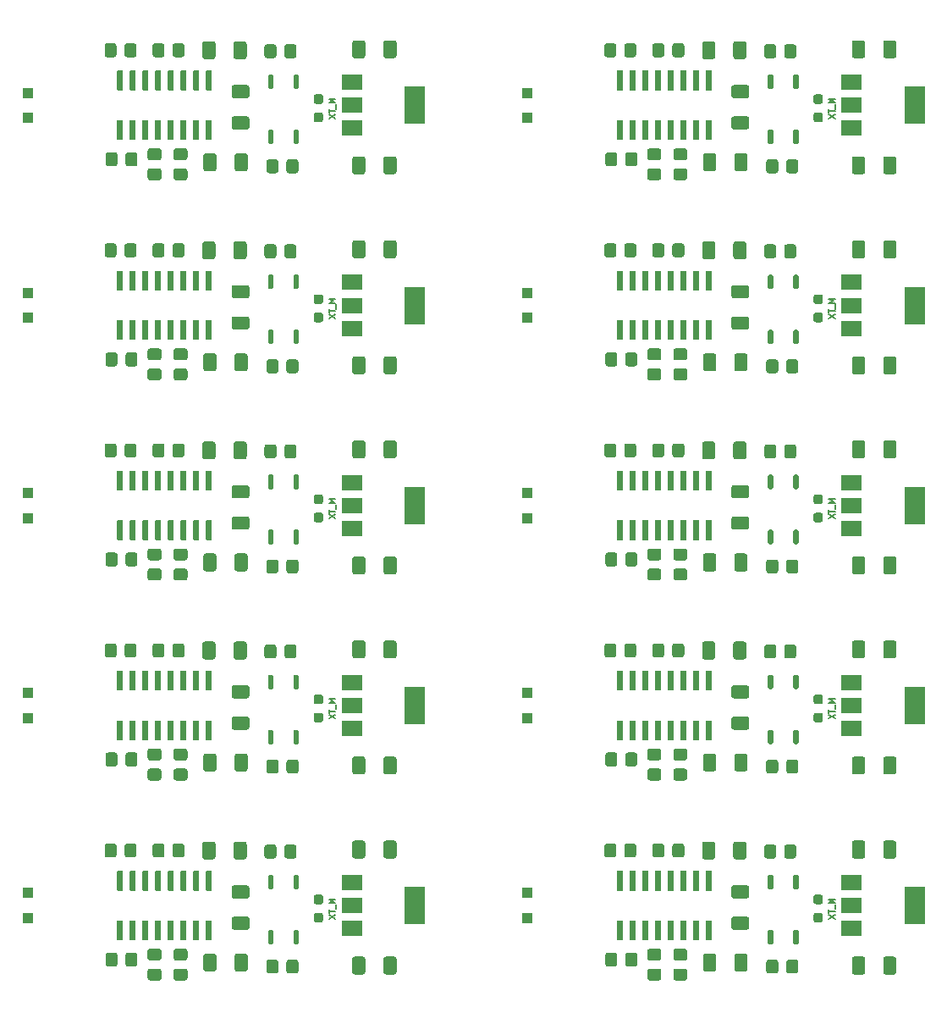
<source format=gbr>
%TF.GenerationSoftware,KiCad,Pcbnew,(5.1.9)-1*%
%TF.CreationDate,2021-12-30T17:23:27+01:00*%
%TF.ProjectId,IM350_AM550_T210_5V_V5.1,494d3335-305f-4414-9d35-35305f543231,rev?*%
%TF.SameCoordinates,Original*%
%TF.FileFunction,Paste,Bot*%
%TF.FilePolarity,Positive*%
%FSLAX46Y46*%
G04 Gerber Fmt 4.6, Leading zero omitted, Abs format (unit mm)*
G04 Created by KiCad (PCBNEW (5.1.9)-1) date 2021-12-30 17:23:27*
%MOMM*%
%LPD*%
G01*
G04 APERTURE LIST*
%ADD10C,0.150000*%
%ADD11R,2.000000X3.800000*%
%ADD12R,2.000000X1.500000*%
%ADD13R,1.000000X1.000000*%
G04 APERTURE END LIST*
%TO.C,R6*%
D10*
X123771428Y-149357142D02*
X123171428Y-149357142D01*
X123600000Y-149557142D01*
X123171428Y-149757142D01*
X123771428Y-149757142D01*
X123828571Y-149900000D02*
X123828571Y-150357142D01*
X123171428Y-150414285D02*
X123171428Y-150757142D01*
X123771428Y-150585714D02*
X123171428Y-150585714D01*
X123171428Y-150900000D02*
X123771428Y-151300000D01*
X123171428Y-151300000D02*
X123771428Y-150900000D01*
X73771428Y-149357142D02*
X73171428Y-149357142D01*
X73600000Y-149557142D01*
X73171428Y-149757142D01*
X73771428Y-149757142D01*
X73828571Y-149900000D02*
X73828571Y-150357142D01*
X73171428Y-150414285D02*
X73171428Y-150757142D01*
X73771428Y-150585714D02*
X73171428Y-150585714D01*
X73171428Y-150900000D02*
X73771428Y-151300000D01*
X73171428Y-151300000D02*
X73771428Y-150900000D01*
X123771428Y-129357142D02*
X123171428Y-129357142D01*
X123600000Y-129557142D01*
X123171428Y-129757142D01*
X123771428Y-129757142D01*
X123828571Y-129900000D02*
X123828571Y-130357142D01*
X123171428Y-130414285D02*
X123171428Y-130757142D01*
X123771428Y-130585714D02*
X123171428Y-130585714D01*
X123171428Y-130900000D02*
X123771428Y-131300000D01*
X123171428Y-131300000D02*
X123771428Y-130900000D01*
X73771428Y-129357142D02*
X73171428Y-129357142D01*
X73600000Y-129557142D01*
X73171428Y-129757142D01*
X73771428Y-129757142D01*
X73828571Y-129900000D02*
X73828571Y-130357142D01*
X73171428Y-130414285D02*
X73171428Y-130757142D01*
X73771428Y-130585714D02*
X73171428Y-130585714D01*
X73171428Y-130900000D02*
X73771428Y-131300000D01*
X73171428Y-131300000D02*
X73771428Y-130900000D01*
X73771428Y-109357142D02*
X73171428Y-109357142D01*
X73600000Y-109557142D01*
X73171428Y-109757142D01*
X73771428Y-109757142D01*
X73828571Y-109900000D02*
X73828571Y-110357142D01*
X73171428Y-110414285D02*
X73171428Y-110757142D01*
X73771428Y-110585714D02*
X73171428Y-110585714D01*
X73171428Y-110900000D02*
X73771428Y-111300000D01*
X73171428Y-111300000D02*
X73771428Y-110900000D01*
X123771428Y-109357142D02*
X123171428Y-109357142D01*
X123600000Y-109557142D01*
X123171428Y-109757142D01*
X123771428Y-109757142D01*
X123828571Y-109900000D02*
X123828571Y-110357142D01*
X123171428Y-110414285D02*
X123171428Y-110757142D01*
X123771428Y-110585714D02*
X123171428Y-110585714D01*
X123171428Y-110900000D02*
X123771428Y-111300000D01*
X123171428Y-111300000D02*
X123771428Y-110900000D01*
X73771428Y-89357142D02*
X73171428Y-89357142D01*
X73600000Y-89557142D01*
X73171428Y-89757142D01*
X73771428Y-89757142D01*
X73828571Y-89900000D02*
X73828571Y-90357142D01*
X73171428Y-90414285D02*
X73171428Y-90757142D01*
X73771428Y-90585714D02*
X73171428Y-90585714D01*
X73171428Y-90900000D02*
X73771428Y-91300000D01*
X73171428Y-91300000D02*
X73771428Y-90900000D01*
X123771428Y-89357142D02*
X123171428Y-89357142D01*
X123600000Y-89557142D01*
X123171428Y-89757142D01*
X123771428Y-89757142D01*
X123828571Y-89900000D02*
X123828571Y-90357142D01*
X123171428Y-90414285D02*
X123171428Y-90757142D01*
X123771428Y-90585714D02*
X123171428Y-90585714D01*
X123171428Y-90900000D02*
X123771428Y-91300000D01*
X123171428Y-91300000D02*
X123771428Y-90900000D01*
X123771428Y-69357142D02*
X123171428Y-69357142D01*
X123600000Y-69557142D01*
X123171428Y-69757142D01*
X123771428Y-69757142D01*
X123828571Y-69900000D02*
X123828571Y-70357142D01*
X123171428Y-70414285D02*
X123171428Y-70757142D01*
X123771428Y-70585714D02*
X123171428Y-70585714D01*
X123171428Y-70900000D02*
X123771428Y-71300000D01*
X123171428Y-71300000D02*
X123771428Y-70900000D01*
X73771428Y-69357142D02*
X73171428Y-69357142D01*
X73600000Y-69557142D01*
X73171428Y-69757142D01*
X73771428Y-69757142D01*
X73828571Y-69900000D02*
X73828571Y-70357142D01*
X73171428Y-70414285D02*
X73171428Y-70757142D01*
X73771428Y-70585714D02*
X73171428Y-70585714D01*
X73171428Y-70900000D02*
X73771428Y-71300000D01*
X73171428Y-71300000D02*
X73771428Y-70900000D01*
%TD*%
%TO.C,R12*%
G36*
G01*
X51900000Y-144049999D02*
X51900000Y-144950001D01*
G75*
G02*
X51650001Y-145200000I-249999J0D01*
G01*
X50949999Y-145200000D01*
G75*
G02*
X50700000Y-144950001I0J249999D01*
G01*
X50700000Y-144049999D01*
G75*
G02*
X50949999Y-143800000I249999J0D01*
G01*
X51650001Y-143800000D01*
G75*
G02*
X51900000Y-144049999I0J-249999D01*
G01*
G37*
G36*
G01*
X53900000Y-144049999D02*
X53900000Y-144950001D01*
G75*
G02*
X53650001Y-145200000I-249999J0D01*
G01*
X52949999Y-145200000D01*
G75*
G02*
X52700000Y-144950001I0J249999D01*
G01*
X52700000Y-144049999D01*
G75*
G02*
X52949999Y-143800000I249999J0D01*
G01*
X53650001Y-143800000D01*
G75*
G02*
X53900000Y-144049999I0J-249999D01*
G01*
G37*
%TD*%
D11*
%TO.C,U1*%
X81750000Y-150000000D03*
D12*
X75450000Y-150000000D03*
X75450000Y-147700000D03*
X75450000Y-152300000D03*
%TD*%
%TO.C,R15*%
G36*
G01*
X56700000Y-144049999D02*
X56700000Y-144950001D01*
G75*
G02*
X56450001Y-145200000I-249999J0D01*
G01*
X55749999Y-145200000D01*
G75*
G02*
X55500000Y-144950001I0J249999D01*
G01*
X55500000Y-144049999D01*
G75*
G02*
X55749999Y-143800000I249999J0D01*
G01*
X56450001Y-143800000D01*
G75*
G02*
X56700000Y-144049999I0J-249999D01*
G01*
G37*
G36*
G01*
X58700000Y-144049999D02*
X58700000Y-144950001D01*
G75*
G02*
X58450001Y-145200000I-249999J0D01*
G01*
X57749999Y-145200000D01*
G75*
G02*
X57500000Y-144950001I0J249999D01*
G01*
X57500000Y-144049999D01*
G75*
G02*
X57749999Y-143800000I249999J0D01*
G01*
X58450001Y-143800000D01*
G75*
G02*
X58700000Y-144049999I0J-249999D01*
G01*
G37*
%TD*%
%TO.C,R4*%
G36*
G01*
X58750001Y-155500000D02*
X57849999Y-155500000D01*
G75*
G02*
X57600000Y-155250001I0J249999D01*
G01*
X57600000Y-154549999D01*
G75*
G02*
X57849999Y-154300000I249999J0D01*
G01*
X58750001Y-154300000D01*
G75*
G02*
X59000000Y-154549999I0J-249999D01*
G01*
X59000000Y-155250001D01*
G75*
G02*
X58750001Y-155500000I-249999J0D01*
G01*
G37*
G36*
G01*
X58750001Y-157500000D02*
X57849999Y-157500000D01*
G75*
G02*
X57600000Y-157250001I0J249999D01*
G01*
X57600000Y-156549999D01*
G75*
G02*
X57849999Y-156300000I249999J0D01*
G01*
X58750001Y-156300000D01*
G75*
G02*
X59000000Y-156549999I0J-249999D01*
G01*
X59000000Y-157250001D01*
G75*
G02*
X58750001Y-157500000I-249999J0D01*
G01*
G37*
%TD*%
%TO.C,C5*%
G36*
G01*
X61800000Y-143849999D02*
X61800000Y-145150001D01*
G75*
G02*
X61550001Y-145400000I-249999J0D01*
G01*
X60724999Y-145400000D01*
G75*
G02*
X60475000Y-145150001I0J249999D01*
G01*
X60475000Y-143849999D01*
G75*
G02*
X60724999Y-143600000I249999J0D01*
G01*
X61550001Y-143600000D01*
G75*
G02*
X61800000Y-143849999I0J-249999D01*
G01*
G37*
G36*
G01*
X64925000Y-143849999D02*
X64925000Y-145150001D01*
G75*
G02*
X64675001Y-145400000I-249999J0D01*
G01*
X63849999Y-145400000D01*
G75*
G02*
X63600000Y-145150001I0J249999D01*
G01*
X63600000Y-143849999D01*
G75*
G02*
X63849999Y-143600000I249999J0D01*
G01*
X64675001Y-143600000D01*
G75*
G02*
X64925000Y-143849999I0J-249999D01*
G01*
G37*
%TD*%
D13*
%TO.C,D1*%
X93000000Y-151250000D03*
X93000000Y-148750000D03*
%TD*%
%TO.C,D1*%
X43000000Y-148750000D03*
X43000000Y-151250000D03*
%TD*%
%TO.C,R5*%
G36*
G01*
X68900000Y-156550001D02*
X68900000Y-155649999D01*
G75*
G02*
X69149999Y-155400000I249999J0D01*
G01*
X69850001Y-155400000D01*
G75*
G02*
X70100000Y-155649999I0J-249999D01*
G01*
X70100000Y-156550001D01*
G75*
G02*
X69850001Y-156800000I-249999J0D01*
G01*
X69149999Y-156800000D01*
G75*
G02*
X68900000Y-156550001I0J249999D01*
G01*
G37*
G36*
G01*
X66900000Y-156550001D02*
X66900000Y-155649999D01*
G75*
G02*
X67149999Y-155400000I249999J0D01*
G01*
X67850001Y-155400000D01*
G75*
G02*
X68100000Y-155649999I0J-249999D01*
G01*
X68100000Y-156550001D01*
G75*
G02*
X67850001Y-156800000I-249999J0D01*
G01*
X67149999Y-156800000D01*
G75*
G02*
X66900000Y-156550001I0J249999D01*
G01*
G37*
%TD*%
%TO.C,R11*%
G36*
G01*
X54000000Y-154949999D02*
X54000000Y-155850001D01*
G75*
G02*
X53750001Y-156100000I-249999J0D01*
G01*
X53049999Y-156100000D01*
G75*
G02*
X52800000Y-155850001I0J249999D01*
G01*
X52800000Y-154949999D01*
G75*
G02*
X53049999Y-154700000I249999J0D01*
G01*
X53750001Y-154700000D01*
G75*
G02*
X54000000Y-154949999I0J-249999D01*
G01*
G37*
G36*
G01*
X52000000Y-154949999D02*
X52000000Y-155850001D01*
G75*
G02*
X51750001Y-156100000I-249999J0D01*
G01*
X51049999Y-156100000D01*
G75*
G02*
X50800000Y-155850001I0J249999D01*
G01*
X50800000Y-154949999D01*
G75*
G02*
X51049999Y-154700000I249999J0D01*
G01*
X51750001Y-154700000D01*
G75*
G02*
X52000000Y-154949999I0J-249999D01*
G01*
G37*
%TD*%
%TO.C,R10*%
G36*
G01*
X69900000Y-144149999D02*
X69900000Y-145050001D01*
G75*
G02*
X69650001Y-145300000I-249999J0D01*
G01*
X68949999Y-145300000D01*
G75*
G02*
X68700000Y-145050001I0J249999D01*
G01*
X68700000Y-144149999D01*
G75*
G02*
X68949999Y-143900000I249999J0D01*
G01*
X69650001Y-143900000D01*
G75*
G02*
X69900000Y-144149999I0J-249999D01*
G01*
G37*
G36*
G01*
X67900000Y-144149999D02*
X67900000Y-145050001D01*
G75*
G02*
X67650001Y-145300000I-249999J0D01*
G01*
X66949999Y-145300000D01*
G75*
G02*
X66700000Y-145050001I0J249999D01*
G01*
X66700000Y-144149999D01*
G75*
G02*
X66949999Y-143900000I249999J0D01*
G01*
X67650001Y-143900000D01*
G75*
G02*
X67900000Y-144149999I0J-249999D01*
G01*
G37*
%TD*%
%TO.C,C2*%
G36*
G01*
X79925000Y-155349999D02*
X79925000Y-156650001D01*
G75*
G02*
X79675001Y-156900000I-249999J0D01*
G01*
X78849999Y-156900000D01*
G75*
G02*
X78600000Y-156650001I0J249999D01*
G01*
X78600000Y-155349999D01*
G75*
G02*
X78849999Y-155100000I249999J0D01*
G01*
X79675001Y-155100000D01*
G75*
G02*
X79925000Y-155349999I0J-249999D01*
G01*
G37*
G36*
G01*
X76800000Y-155349999D02*
X76800000Y-156650001D01*
G75*
G02*
X76550001Y-156900000I-249999J0D01*
G01*
X75724999Y-156900000D01*
G75*
G02*
X75475000Y-156650001I0J249999D01*
G01*
X75475000Y-155349999D01*
G75*
G02*
X75724999Y-155100000I249999J0D01*
G01*
X76550001Y-155100000D01*
G75*
G02*
X76800000Y-155349999I0J-249999D01*
G01*
G37*
%TD*%
%TO.C,C1*%
G36*
G01*
X128600000Y-145050001D02*
X128600000Y-143749999D01*
G75*
G02*
X128849999Y-143500000I249999J0D01*
G01*
X129675001Y-143500000D01*
G75*
G02*
X129925000Y-143749999I0J-249999D01*
G01*
X129925000Y-145050001D01*
G75*
G02*
X129675001Y-145300000I-249999J0D01*
G01*
X128849999Y-145300000D01*
G75*
G02*
X128600000Y-145050001I0J249999D01*
G01*
G37*
G36*
G01*
X125475000Y-145050001D02*
X125475000Y-143749999D01*
G75*
G02*
X125724999Y-143500000I249999J0D01*
G01*
X126550001Y-143500000D01*
G75*
G02*
X126800000Y-143749999I0J-249999D01*
G01*
X126800000Y-145050001D01*
G75*
G02*
X126550001Y-145300000I-249999J0D01*
G01*
X125724999Y-145300000D01*
G75*
G02*
X125475000Y-145050001I0J249999D01*
G01*
G37*
%TD*%
%TO.C,C4*%
G36*
G01*
X63649999Y-151100000D02*
X64950001Y-151100000D01*
G75*
G02*
X65200000Y-151349999I0J-249999D01*
G01*
X65200000Y-152175001D01*
G75*
G02*
X64950001Y-152425000I-249999J0D01*
G01*
X63649999Y-152425000D01*
G75*
G02*
X63400000Y-152175001I0J249999D01*
G01*
X63400000Y-151349999D01*
G75*
G02*
X63649999Y-151100000I249999J0D01*
G01*
G37*
G36*
G01*
X63649999Y-147975000D02*
X64950001Y-147975000D01*
G75*
G02*
X65200000Y-148224999I0J-249999D01*
G01*
X65200000Y-149050001D01*
G75*
G02*
X64950001Y-149300000I-249999J0D01*
G01*
X63649999Y-149300000D01*
G75*
G02*
X63400000Y-149050001I0J249999D01*
G01*
X63400000Y-148224999D01*
G75*
G02*
X63649999Y-147975000I249999J0D01*
G01*
G37*
%TD*%
%TO.C,R6*%
G36*
G01*
X121862500Y-150725000D02*
X122337500Y-150725000D01*
G75*
G02*
X122575000Y-150962500I0J-237500D01*
G01*
X122575000Y-151462500D01*
G75*
G02*
X122337500Y-151700000I-237500J0D01*
G01*
X121862500Y-151700000D01*
G75*
G02*
X121625000Y-151462500I0J237500D01*
G01*
X121625000Y-150962500D01*
G75*
G02*
X121862500Y-150725000I237500J0D01*
G01*
G37*
G36*
G01*
X121862500Y-148900000D02*
X122337500Y-148900000D01*
G75*
G02*
X122575000Y-149137500I0J-237500D01*
G01*
X122575000Y-149637500D01*
G75*
G02*
X122337500Y-149875000I-237500J0D01*
G01*
X121862500Y-149875000D01*
G75*
G02*
X121625000Y-149637500I0J237500D01*
G01*
X121625000Y-149137500D01*
G75*
G02*
X121862500Y-148900000I237500J0D01*
G01*
G37*
%TD*%
%TO.C,C3*%
G36*
G01*
X60575000Y-156350001D02*
X60575000Y-155049999D01*
G75*
G02*
X60824999Y-154800000I249999J0D01*
G01*
X61650001Y-154800000D01*
G75*
G02*
X61900000Y-155049999I0J-249999D01*
G01*
X61900000Y-156350001D01*
G75*
G02*
X61650001Y-156600000I-249999J0D01*
G01*
X60824999Y-156600000D01*
G75*
G02*
X60575000Y-156350001I0J249999D01*
G01*
G37*
G36*
G01*
X63700000Y-156350001D02*
X63700000Y-155049999D01*
G75*
G02*
X63949999Y-154800000I249999J0D01*
G01*
X64775001Y-154800000D01*
G75*
G02*
X65025000Y-155049999I0J-249999D01*
G01*
X65025000Y-156350001D01*
G75*
G02*
X64775001Y-156600000I-249999J0D01*
G01*
X63949999Y-156600000D01*
G75*
G02*
X63700000Y-156350001I0J249999D01*
G01*
G37*
%TD*%
%TO.C,R10*%
G36*
G01*
X117900000Y-144149999D02*
X117900000Y-145050001D01*
G75*
G02*
X117650001Y-145300000I-249999J0D01*
G01*
X116949999Y-145300000D01*
G75*
G02*
X116700000Y-145050001I0J249999D01*
G01*
X116700000Y-144149999D01*
G75*
G02*
X116949999Y-143900000I249999J0D01*
G01*
X117650001Y-143900000D01*
G75*
G02*
X117900000Y-144149999I0J-249999D01*
G01*
G37*
G36*
G01*
X119900000Y-144149999D02*
X119900000Y-145050001D01*
G75*
G02*
X119650001Y-145300000I-249999J0D01*
G01*
X118949999Y-145300000D01*
G75*
G02*
X118700000Y-145050001I0J249999D01*
G01*
X118700000Y-144149999D01*
G75*
G02*
X118949999Y-143900000I249999J0D01*
G01*
X119650001Y-143900000D01*
G75*
G02*
X119900000Y-144149999I0J-249999D01*
G01*
G37*
%TD*%
D12*
%TO.C,U1*%
X125450000Y-152300000D03*
X125450000Y-147700000D03*
X125450000Y-150000000D03*
D11*
X131750000Y-150000000D03*
%TD*%
%TO.C,R4*%
G36*
G01*
X108750001Y-157500000D02*
X107849999Y-157500000D01*
G75*
G02*
X107600000Y-157250001I0J249999D01*
G01*
X107600000Y-156549999D01*
G75*
G02*
X107849999Y-156300000I249999J0D01*
G01*
X108750001Y-156300000D01*
G75*
G02*
X109000000Y-156549999I0J-249999D01*
G01*
X109000000Y-157250001D01*
G75*
G02*
X108750001Y-157500000I-249999J0D01*
G01*
G37*
G36*
G01*
X108750001Y-155500000D02*
X107849999Y-155500000D01*
G75*
G02*
X107600000Y-155250001I0J249999D01*
G01*
X107600000Y-154549999D01*
G75*
G02*
X107849999Y-154300000I249999J0D01*
G01*
X108750001Y-154300000D01*
G75*
G02*
X109000000Y-154549999I0J-249999D01*
G01*
X109000000Y-155250001D01*
G75*
G02*
X108750001Y-155500000I-249999J0D01*
G01*
G37*
%TD*%
%TO.C,R11*%
G36*
G01*
X102000000Y-154949999D02*
X102000000Y-155850001D01*
G75*
G02*
X101750001Y-156100000I-249999J0D01*
G01*
X101049999Y-156100000D01*
G75*
G02*
X100800000Y-155850001I0J249999D01*
G01*
X100800000Y-154949999D01*
G75*
G02*
X101049999Y-154700000I249999J0D01*
G01*
X101750001Y-154700000D01*
G75*
G02*
X102000000Y-154949999I0J-249999D01*
G01*
G37*
G36*
G01*
X104000000Y-154949999D02*
X104000000Y-155850001D01*
G75*
G02*
X103750001Y-156100000I-249999J0D01*
G01*
X103049999Y-156100000D01*
G75*
G02*
X102800000Y-155850001I0J249999D01*
G01*
X102800000Y-154949999D01*
G75*
G02*
X103049999Y-154700000I249999J0D01*
G01*
X103750001Y-154700000D01*
G75*
G02*
X104000000Y-154949999I0J-249999D01*
G01*
G37*
%TD*%
%TO.C,C4*%
G36*
G01*
X113649999Y-147975000D02*
X114950001Y-147975000D01*
G75*
G02*
X115200000Y-148224999I0J-249999D01*
G01*
X115200000Y-149050001D01*
G75*
G02*
X114950001Y-149300000I-249999J0D01*
G01*
X113649999Y-149300000D01*
G75*
G02*
X113400000Y-149050001I0J249999D01*
G01*
X113400000Y-148224999D01*
G75*
G02*
X113649999Y-147975000I249999J0D01*
G01*
G37*
G36*
G01*
X113649999Y-151100000D02*
X114950001Y-151100000D01*
G75*
G02*
X115200000Y-151349999I0J-249999D01*
G01*
X115200000Y-152175001D01*
G75*
G02*
X114950001Y-152425000I-249999J0D01*
G01*
X113649999Y-152425000D01*
G75*
G02*
X113400000Y-152175001I0J249999D01*
G01*
X113400000Y-151349999D01*
G75*
G02*
X113649999Y-151100000I249999J0D01*
G01*
G37*
%TD*%
%TO.C,U3*%
G36*
G01*
X51997000Y-146540000D02*
X52513000Y-146540000D01*
G75*
G02*
X52555000Y-146582000I0J-42000D01*
G01*
X52555000Y-148468000D01*
G75*
G02*
X52513000Y-148510000I-42000J0D01*
G01*
X51997000Y-148510000D01*
G75*
G02*
X51955000Y-148468000I0J42000D01*
G01*
X51955000Y-146582000D01*
G75*
G02*
X51997000Y-146540000I42000J0D01*
G01*
G37*
G36*
G01*
X53267000Y-146540000D02*
X53783000Y-146540000D01*
G75*
G02*
X53825000Y-146582000I0J-42000D01*
G01*
X53825000Y-148468000D01*
G75*
G02*
X53783000Y-148510000I-42000J0D01*
G01*
X53267000Y-148510000D01*
G75*
G02*
X53225000Y-148468000I0J42000D01*
G01*
X53225000Y-146582000D01*
G75*
G02*
X53267000Y-146540000I42000J0D01*
G01*
G37*
G36*
G01*
X54537000Y-146540000D02*
X55053000Y-146540000D01*
G75*
G02*
X55095000Y-146582000I0J-42000D01*
G01*
X55095000Y-148468000D01*
G75*
G02*
X55053000Y-148510000I-42000J0D01*
G01*
X54537000Y-148510000D01*
G75*
G02*
X54495000Y-148468000I0J42000D01*
G01*
X54495000Y-146582000D01*
G75*
G02*
X54537000Y-146540000I42000J0D01*
G01*
G37*
G36*
G01*
X55807000Y-146540000D02*
X56323000Y-146540000D01*
G75*
G02*
X56365000Y-146582000I0J-42000D01*
G01*
X56365000Y-148468000D01*
G75*
G02*
X56323000Y-148510000I-42000J0D01*
G01*
X55807000Y-148510000D01*
G75*
G02*
X55765000Y-148468000I0J42000D01*
G01*
X55765000Y-146582000D01*
G75*
G02*
X55807000Y-146540000I42000J0D01*
G01*
G37*
G36*
G01*
X57077000Y-146540000D02*
X57593000Y-146540000D01*
G75*
G02*
X57635000Y-146582000I0J-42000D01*
G01*
X57635000Y-148468000D01*
G75*
G02*
X57593000Y-148510000I-42000J0D01*
G01*
X57077000Y-148510000D01*
G75*
G02*
X57035000Y-148468000I0J42000D01*
G01*
X57035000Y-146582000D01*
G75*
G02*
X57077000Y-146540000I42000J0D01*
G01*
G37*
G36*
G01*
X58347000Y-146540000D02*
X58863000Y-146540000D01*
G75*
G02*
X58905000Y-146582000I0J-42000D01*
G01*
X58905000Y-148468000D01*
G75*
G02*
X58863000Y-148510000I-42000J0D01*
G01*
X58347000Y-148510000D01*
G75*
G02*
X58305000Y-148468000I0J42000D01*
G01*
X58305000Y-146582000D01*
G75*
G02*
X58347000Y-146540000I42000J0D01*
G01*
G37*
G36*
G01*
X59617000Y-146540000D02*
X60133000Y-146540000D01*
G75*
G02*
X60175000Y-146582000I0J-42000D01*
G01*
X60175000Y-148468000D01*
G75*
G02*
X60133000Y-148510000I-42000J0D01*
G01*
X59617000Y-148510000D01*
G75*
G02*
X59575000Y-148468000I0J42000D01*
G01*
X59575000Y-146582000D01*
G75*
G02*
X59617000Y-146540000I42000J0D01*
G01*
G37*
G36*
G01*
X60887000Y-146540000D02*
X61403000Y-146540000D01*
G75*
G02*
X61445000Y-146582000I0J-42000D01*
G01*
X61445000Y-148468000D01*
G75*
G02*
X61403000Y-148510000I-42000J0D01*
G01*
X60887000Y-148510000D01*
G75*
G02*
X60845000Y-148468000I0J42000D01*
G01*
X60845000Y-146582000D01*
G75*
G02*
X60887000Y-146540000I42000J0D01*
G01*
G37*
G36*
G01*
X60887000Y-151490000D02*
X61403000Y-151490000D01*
G75*
G02*
X61445000Y-151532000I0J-42000D01*
G01*
X61445000Y-153418000D01*
G75*
G02*
X61403000Y-153460000I-42000J0D01*
G01*
X60887000Y-153460000D01*
G75*
G02*
X60845000Y-153418000I0J42000D01*
G01*
X60845000Y-151532000D01*
G75*
G02*
X60887000Y-151490000I42000J0D01*
G01*
G37*
G36*
G01*
X59617000Y-151490000D02*
X60133000Y-151490000D01*
G75*
G02*
X60175000Y-151532000I0J-42000D01*
G01*
X60175000Y-153418000D01*
G75*
G02*
X60133000Y-153460000I-42000J0D01*
G01*
X59617000Y-153460000D01*
G75*
G02*
X59575000Y-153418000I0J42000D01*
G01*
X59575000Y-151532000D01*
G75*
G02*
X59617000Y-151490000I42000J0D01*
G01*
G37*
G36*
G01*
X58347000Y-151490000D02*
X58863000Y-151490000D01*
G75*
G02*
X58905000Y-151532000I0J-42000D01*
G01*
X58905000Y-153418000D01*
G75*
G02*
X58863000Y-153460000I-42000J0D01*
G01*
X58347000Y-153460000D01*
G75*
G02*
X58305000Y-153418000I0J42000D01*
G01*
X58305000Y-151532000D01*
G75*
G02*
X58347000Y-151490000I42000J0D01*
G01*
G37*
G36*
G01*
X57077000Y-151490000D02*
X57593000Y-151490000D01*
G75*
G02*
X57635000Y-151532000I0J-42000D01*
G01*
X57635000Y-153418000D01*
G75*
G02*
X57593000Y-153460000I-42000J0D01*
G01*
X57077000Y-153460000D01*
G75*
G02*
X57035000Y-153418000I0J42000D01*
G01*
X57035000Y-151532000D01*
G75*
G02*
X57077000Y-151490000I42000J0D01*
G01*
G37*
G36*
G01*
X55807000Y-151490000D02*
X56323000Y-151490000D01*
G75*
G02*
X56365000Y-151532000I0J-42000D01*
G01*
X56365000Y-153418000D01*
G75*
G02*
X56323000Y-153460000I-42000J0D01*
G01*
X55807000Y-153460000D01*
G75*
G02*
X55765000Y-153418000I0J42000D01*
G01*
X55765000Y-151532000D01*
G75*
G02*
X55807000Y-151490000I42000J0D01*
G01*
G37*
G36*
G01*
X54537000Y-151490000D02*
X55053000Y-151490000D01*
G75*
G02*
X55095000Y-151532000I0J-42000D01*
G01*
X55095000Y-153418000D01*
G75*
G02*
X55053000Y-153460000I-42000J0D01*
G01*
X54537000Y-153460000D01*
G75*
G02*
X54495000Y-153418000I0J42000D01*
G01*
X54495000Y-151532000D01*
G75*
G02*
X54537000Y-151490000I42000J0D01*
G01*
G37*
G36*
G01*
X53267000Y-151490000D02*
X53783000Y-151490000D01*
G75*
G02*
X53825000Y-151532000I0J-42000D01*
G01*
X53825000Y-153418000D01*
G75*
G02*
X53783000Y-153460000I-42000J0D01*
G01*
X53267000Y-153460000D01*
G75*
G02*
X53225000Y-153418000I0J42000D01*
G01*
X53225000Y-151532000D01*
G75*
G02*
X53267000Y-151490000I42000J0D01*
G01*
G37*
G36*
G01*
X51997000Y-151490000D02*
X52513000Y-151490000D01*
G75*
G02*
X52555000Y-151532000I0J-42000D01*
G01*
X52555000Y-153418000D01*
G75*
G02*
X52513000Y-153460000I-42000J0D01*
G01*
X51997000Y-153460000D01*
G75*
G02*
X51955000Y-153418000I0J42000D01*
G01*
X51955000Y-151532000D01*
G75*
G02*
X51997000Y-151490000I42000J0D01*
G01*
G37*
%TD*%
%TO.C,R14*%
G36*
G01*
X106150001Y-155500000D02*
X105249999Y-155500000D01*
G75*
G02*
X105000000Y-155250001I0J249999D01*
G01*
X105000000Y-154549999D01*
G75*
G02*
X105249999Y-154300000I249999J0D01*
G01*
X106150001Y-154300000D01*
G75*
G02*
X106400000Y-154549999I0J-249999D01*
G01*
X106400000Y-155250001D01*
G75*
G02*
X106150001Y-155500000I-249999J0D01*
G01*
G37*
G36*
G01*
X106150001Y-157500000D02*
X105249999Y-157500000D01*
G75*
G02*
X105000000Y-157250001I0J249999D01*
G01*
X105000000Y-156549999D01*
G75*
G02*
X105249999Y-156300000I249999J0D01*
G01*
X106150001Y-156300000D01*
G75*
G02*
X106400000Y-156549999I0J-249999D01*
G01*
X106400000Y-157250001D01*
G75*
G02*
X106150001Y-157500000I-249999J0D01*
G01*
G37*
%TD*%
%TO.C,C5*%
G36*
G01*
X114925000Y-143849999D02*
X114925000Y-145150001D01*
G75*
G02*
X114675001Y-145400000I-249999J0D01*
G01*
X113849999Y-145400000D01*
G75*
G02*
X113600000Y-145150001I0J249999D01*
G01*
X113600000Y-143849999D01*
G75*
G02*
X113849999Y-143600000I249999J0D01*
G01*
X114675001Y-143600000D01*
G75*
G02*
X114925000Y-143849999I0J-249999D01*
G01*
G37*
G36*
G01*
X111800000Y-143849999D02*
X111800000Y-145150001D01*
G75*
G02*
X111550001Y-145400000I-249999J0D01*
G01*
X110724999Y-145400000D01*
G75*
G02*
X110475000Y-145150001I0J249999D01*
G01*
X110475000Y-143849999D01*
G75*
G02*
X110724999Y-143600000I249999J0D01*
G01*
X111550001Y-143600000D01*
G75*
G02*
X111800000Y-143849999I0J-249999D01*
G01*
G37*
%TD*%
%TO.C,U4*%
G36*
G01*
X67192500Y-146925000D02*
X67467500Y-146925000D01*
G75*
G02*
X67605000Y-147062500I0J-137500D01*
G01*
X67605000Y-148237500D01*
G75*
G02*
X67467500Y-148375000I-137500J0D01*
G01*
X67192500Y-148375000D01*
G75*
G02*
X67055000Y-148237500I0J137500D01*
G01*
X67055000Y-147062500D01*
G75*
G02*
X67192500Y-146925000I137500J0D01*
G01*
G37*
G36*
G01*
X69732500Y-146925000D02*
X70007500Y-146925000D01*
G75*
G02*
X70145000Y-147062500I0J-137500D01*
G01*
X70145000Y-148237500D01*
G75*
G02*
X70007500Y-148375000I-137500J0D01*
G01*
X69732500Y-148375000D01*
G75*
G02*
X69595000Y-148237500I0J137500D01*
G01*
X69595000Y-147062500D01*
G75*
G02*
X69732500Y-146925000I137500J0D01*
G01*
G37*
G36*
G01*
X69732500Y-152425000D02*
X70007500Y-152425000D01*
G75*
G02*
X70145000Y-152562500I0J-137500D01*
G01*
X70145000Y-153737500D01*
G75*
G02*
X70007500Y-153875000I-137500J0D01*
G01*
X69732500Y-153875000D01*
G75*
G02*
X69595000Y-153737500I0J137500D01*
G01*
X69595000Y-152562500D01*
G75*
G02*
X69732500Y-152425000I137500J0D01*
G01*
G37*
G36*
G01*
X67192500Y-152425000D02*
X67467500Y-152425000D01*
G75*
G02*
X67605000Y-152562500I0J-137500D01*
G01*
X67605000Y-153737500D01*
G75*
G02*
X67467500Y-153875000I-137500J0D01*
G01*
X67192500Y-153875000D01*
G75*
G02*
X67055000Y-153737500I0J137500D01*
G01*
X67055000Y-152562500D01*
G75*
G02*
X67192500Y-152425000I137500J0D01*
G01*
G37*
%TD*%
%TO.C,U4*%
G36*
G01*
X117192500Y-152425000D02*
X117467500Y-152425000D01*
G75*
G02*
X117605000Y-152562500I0J-137500D01*
G01*
X117605000Y-153737500D01*
G75*
G02*
X117467500Y-153875000I-137500J0D01*
G01*
X117192500Y-153875000D01*
G75*
G02*
X117055000Y-153737500I0J137500D01*
G01*
X117055000Y-152562500D01*
G75*
G02*
X117192500Y-152425000I137500J0D01*
G01*
G37*
G36*
G01*
X119732500Y-152425000D02*
X120007500Y-152425000D01*
G75*
G02*
X120145000Y-152562500I0J-137500D01*
G01*
X120145000Y-153737500D01*
G75*
G02*
X120007500Y-153875000I-137500J0D01*
G01*
X119732500Y-153875000D01*
G75*
G02*
X119595000Y-153737500I0J137500D01*
G01*
X119595000Y-152562500D01*
G75*
G02*
X119732500Y-152425000I137500J0D01*
G01*
G37*
G36*
G01*
X119732500Y-146925000D02*
X120007500Y-146925000D01*
G75*
G02*
X120145000Y-147062500I0J-137500D01*
G01*
X120145000Y-148237500D01*
G75*
G02*
X120007500Y-148375000I-137500J0D01*
G01*
X119732500Y-148375000D01*
G75*
G02*
X119595000Y-148237500I0J137500D01*
G01*
X119595000Y-147062500D01*
G75*
G02*
X119732500Y-146925000I137500J0D01*
G01*
G37*
G36*
G01*
X117192500Y-146925000D02*
X117467500Y-146925000D01*
G75*
G02*
X117605000Y-147062500I0J-137500D01*
G01*
X117605000Y-148237500D01*
G75*
G02*
X117467500Y-148375000I-137500J0D01*
G01*
X117192500Y-148375000D01*
G75*
G02*
X117055000Y-148237500I0J137500D01*
G01*
X117055000Y-147062500D01*
G75*
G02*
X117192500Y-146925000I137500J0D01*
G01*
G37*
%TD*%
%TO.C,R12*%
G36*
G01*
X103900000Y-144049999D02*
X103900000Y-144950001D01*
G75*
G02*
X103650001Y-145200000I-249999J0D01*
G01*
X102949999Y-145200000D01*
G75*
G02*
X102700000Y-144950001I0J249999D01*
G01*
X102700000Y-144049999D01*
G75*
G02*
X102949999Y-143800000I249999J0D01*
G01*
X103650001Y-143800000D01*
G75*
G02*
X103900000Y-144049999I0J-249999D01*
G01*
G37*
G36*
G01*
X101900000Y-144049999D02*
X101900000Y-144950001D01*
G75*
G02*
X101650001Y-145200000I-249999J0D01*
G01*
X100949999Y-145200000D01*
G75*
G02*
X100700000Y-144950001I0J249999D01*
G01*
X100700000Y-144049999D01*
G75*
G02*
X100949999Y-143800000I249999J0D01*
G01*
X101650001Y-143800000D01*
G75*
G02*
X101900000Y-144049999I0J-249999D01*
G01*
G37*
%TD*%
%TO.C,R5*%
G36*
G01*
X116900000Y-156550001D02*
X116900000Y-155649999D01*
G75*
G02*
X117149999Y-155400000I249999J0D01*
G01*
X117850001Y-155400000D01*
G75*
G02*
X118100000Y-155649999I0J-249999D01*
G01*
X118100000Y-156550001D01*
G75*
G02*
X117850001Y-156800000I-249999J0D01*
G01*
X117149999Y-156800000D01*
G75*
G02*
X116900000Y-156550001I0J249999D01*
G01*
G37*
G36*
G01*
X118900000Y-156550001D02*
X118900000Y-155649999D01*
G75*
G02*
X119149999Y-155400000I249999J0D01*
G01*
X119850001Y-155400000D01*
G75*
G02*
X120100000Y-155649999I0J-249999D01*
G01*
X120100000Y-156550001D01*
G75*
G02*
X119850001Y-156800000I-249999J0D01*
G01*
X119149999Y-156800000D01*
G75*
G02*
X118900000Y-156550001I0J249999D01*
G01*
G37*
%TD*%
%TO.C,C3*%
G36*
G01*
X113700000Y-156350001D02*
X113700000Y-155049999D01*
G75*
G02*
X113949999Y-154800000I249999J0D01*
G01*
X114775001Y-154800000D01*
G75*
G02*
X115025000Y-155049999I0J-249999D01*
G01*
X115025000Y-156350001D01*
G75*
G02*
X114775001Y-156600000I-249999J0D01*
G01*
X113949999Y-156600000D01*
G75*
G02*
X113700000Y-156350001I0J249999D01*
G01*
G37*
G36*
G01*
X110575000Y-156350001D02*
X110575000Y-155049999D01*
G75*
G02*
X110824999Y-154800000I249999J0D01*
G01*
X111650001Y-154800000D01*
G75*
G02*
X111900000Y-155049999I0J-249999D01*
G01*
X111900000Y-156350001D01*
G75*
G02*
X111650001Y-156600000I-249999J0D01*
G01*
X110824999Y-156600000D01*
G75*
G02*
X110575000Y-156350001I0J249999D01*
G01*
G37*
%TD*%
%TO.C,R14*%
G36*
G01*
X56150001Y-157500000D02*
X55249999Y-157500000D01*
G75*
G02*
X55000000Y-157250001I0J249999D01*
G01*
X55000000Y-156549999D01*
G75*
G02*
X55249999Y-156300000I249999J0D01*
G01*
X56150001Y-156300000D01*
G75*
G02*
X56400000Y-156549999I0J-249999D01*
G01*
X56400000Y-157250001D01*
G75*
G02*
X56150001Y-157500000I-249999J0D01*
G01*
G37*
G36*
G01*
X56150001Y-155500000D02*
X55249999Y-155500000D01*
G75*
G02*
X55000000Y-155250001I0J249999D01*
G01*
X55000000Y-154549999D01*
G75*
G02*
X55249999Y-154300000I249999J0D01*
G01*
X56150001Y-154300000D01*
G75*
G02*
X56400000Y-154549999I0J-249999D01*
G01*
X56400000Y-155250001D01*
G75*
G02*
X56150001Y-155500000I-249999J0D01*
G01*
G37*
%TD*%
%TO.C,U3*%
G36*
G01*
X101997000Y-151490000D02*
X102513000Y-151490000D01*
G75*
G02*
X102555000Y-151532000I0J-42000D01*
G01*
X102555000Y-153418000D01*
G75*
G02*
X102513000Y-153460000I-42000J0D01*
G01*
X101997000Y-153460000D01*
G75*
G02*
X101955000Y-153418000I0J42000D01*
G01*
X101955000Y-151532000D01*
G75*
G02*
X101997000Y-151490000I42000J0D01*
G01*
G37*
G36*
G01*
X103267000Y-151490000D02*
X103783000Y-151490000D01*
G75*
G02*
X103825000Y-151532000I0J-42000D01*
G01*
X103825000Y-153418000D01*
G75*
G02*
X103783000Y-153460000I-42000J0D01*
G01*
X103267000Y-153460000D01*
G75*
G02*
X103225000Y-153418000I0J42000D01*
G01*
X103225000Y-151532000D01*
G75*
G02*
X103267000Y-151490000I42000J0D01*
G01*
G37*
G36*
G01*
X104537000Y-151490000D02*
X105053000Y-151490000D01*
G75*
G02*
X105095000Y-151532000I0J-42000D01*
G01*
X105095000Y-153418000D01*
G75*
G02*
X105053000Y-153460000I-42000J0D01*
G01*
X104537000Y-153460000D01*
G75*
G02*
X104495000Y-153418000I0J42000D01*
G01*
X104495000Y-151532000D01*
G75*
G02*
X104537000Y-151490000I42000J0D01*
G01*
G37*
G36*
G01*
X105807000Y-151490000D02*
X106323000Y-151490000D01*
G75*
G02*
X106365000Y-151532000I0J-42000D01*
G01*
X106365000Y-153418000D01*
G75*
G02*
X106323000Y-153460000I-42000J0D01*
G01*
X105807000Y-153460000D01*
G75*
G02*
X105765000Y-153418000I0J42000D01*
G01*
X105765000Y-151532000D01*
G75*
G02*
X105807000Y-151490000I42000J0D01*
G01*
G37*
G36*
G01*
X107077000Y-151490000D02*
X107593000Y-151490000D01*
G75*
G02*
X107635000Y-151532000I0J-42000D01*
G01*
X107635000Y-153418000D01*
G75*
G02*
X107593000Y-153460000I-42000J0D01*
G01*
X107077000Y-153460000D01*
G75*
G02*
X107035000Y-153418000I0J42000D01*
G01*
X107035000Y-151532000D01*
G75*
G02*
X107077000Y-151490000I42000J0D01*
G01*
G37*
G36*
G01*
X108347000Y-151490000D02*
X108863000Y-151490000D01*
G75*
G02*
X108905000Y-151532000I0J-42000D01*
G01*
X108905000Y-153418000D01*
G75*
G02*
X108863000Y-153460000I-42000J0D01*
G01*
X108347000Y-153460000D01*
G75*
G02*
X108305000Y-153418000I0J42000D01*
G01*
X108305000Y-151532000D01*
G75*
G02*
X108347000Y-151490000I42000J0D01*
G01*
G37*
G36*
G01*
X109617000Y-151490000D02*
X110133000Y-151490000D01*
G75*
G02*
X110175000Y-151532000I0J-42000D01*
G01*
X110175000Y-153418000D01*
G75*
G02*
X110133000Y-153460000I-42000J0D01*
G01*
X109617000Y-153460000D01*
G75*
G02*
X109575000Y-153418000I0J42000D01*
G01*
X109575000Y-151532000D01*
G75*
G02*
X109617000Y-151490000I42000J0D01*
G01*
G37*
G36*
G01*
X110887000Y-151490000D02*
X111403000Y-151490000D01*
G75*
G02*
X111445000Y-151532000I0J-42000D01*
G01*
X111445000Y-153418000D01*
G75*
G02*
X111403000Y-153460000I-42000J0D01*
G01*
X110887000Y-153460000D01*
G75*
G02*
X110845000Y-153418000I0J42000D01*
G01*
X110845000Y-151532000D01*
G75*
G02*
X110887000Y-151490000I42000J0D01*
G01*
G37*
G36*
G01*
X110887000Y-146540000D02*
X111403000Y-146540000D01*
G75*
G02*
X111445000Y-146582000I0J-42000D01*
G01*
X111445000Y-148468000D01*
G75*
G02*
X111403000Y-148510000I-42000J0D01*
G01*
X110887000Y-148510000D01*
G75*
G02*
X110845000Y-148468000I0J42000D01*
G01*
X110845000Y-146582000D01*
G75*
G02*
X110887000Y-146540000I42000J0D01*
G01*
G37*
G36*
G01*
X109617000Y-146540000D02*
X110133000Y-146540000D01*
G75*
G02*
X110175000Y-146582000I0J-42000D01*
G01*
X110175000Y-148468000D01*
G75*
G02*
X110133000Y-148510000I-42000J0D01*
G01*
X109617000Y-148510000D01*
G75*
G02*
X109575000Y-148468000I0J42000D01*
G01*
X109575000Y-146582000D01*
G75*
G02*
X109617000Y-146540000I42000J0D01*
G01*
G37*
G36*
G01*
X108347000Y-146540000D02*
X108863000Y-146540000D01*
G75*
G02*
X108905000Y-146582000I0J-42000D01*
G01*
X108905000Y-148468000D01*
G75*
G02*
X108863000Y-148510000I-42000J0D01*
G01*
X108347000Y-148510000D01*
G75*
G02*
X108305000Y-148468000I0J42000D01*
G01*
X108305000Y-146582000D01*
G75*
G02*
X108347000Y-146540000I42000J0D01*
G01*
G37*
G36*
G01*
X107077000Y-146540000D02*
X107593000Y-146540000D01*
G75*
G02*
X107635000Y-146582000I0J-42000D01*
G01*
X107635000Y-148468000D01*
G75*
G02*
X107593000Y-148510000I-42000J0D01*
G01*
X107077000Y-148510000D01*
G75*
G02*
X107035000Y-148468000I0J42000D01*
G01*
X107035000Y-146582000D01*
G75*
G02*
X107077000Y-146540000I42000J0D01*
G01*
G37*
G36*
G01*
X105807000Y-146540000D02*
X106323000Y-146540000D01*
G75*
G02*
X106365000Y-146582000I0J-42000D01*
G01*
X106365000Y-148468000D01*
G75*
G02*
X106323000Y-148510000I-42000J0D01*
G01*
X105807000Y-148510000D01*
G75*
G02*
X105765000Y-148468000I0J42000D01*
G01*
X105765000Y-146582000D01*
G75*
G02*
X105807000Y-146540000I42000J0D01*
G01*
G37*
G36*
G01*
X104537000Y-146540000D02*
X105053000Y-146540000D01*
G75*
G02*
X105095000Y-146582000I0J-42000D01*
G01*
X105095000Y-148468000D01*
G75*
G02*
X105053000Y-148510000I-42000J0D01*
G01*
X104537000Y-148510000D01*
G75*
G02*
X104495000Y-148468000I0J42000D01*
G01*
X104495000Y-146582000D01*
G75*
G02*
X104537000Y-146540000I42000J0D01*
G01*
G37*
G36*
G01*
X103267000Y-146540000D02*
X103783000Y-146540000D01*
G75*
G02*
X103825000Y-146582000I0J-42000D01*
G01*
X103825000Y-148468000D01*
G75*
G02*
X103783000Y-148510000I-42000J0D01*
G01*
X103267000Y-148510000D01*
G75*
G02*
X103225000Y-148468000I0J42000D01*
G01*
X103225000Y-146582000D01*
G75*
G02*
X103267000Y-146540000I42000J0D01*
G01*
G37*
G36*
G01*
X101997000Y-146540000D02*
X102513000Y-146540000D01*
G75*
G02*
X102555000Y-146582000I0J-42000D01*
G01*
X102555000Y-148468000D01*
G75*
G02*
X102513000Y-148510000I-42000J0D01*
G01*
X101997000Y-148510000D01*
G75*
G02*
X101955000Y-148468000I0J42000D01*
G01*
X101955000Y-146582000D01*
G75*
G02*
X101997000Y-146540000I42000J0D01*
G01*
G37*
%TD*%
%TO.C,R15*%
G36*
G01*
X108700000Y-144049999D02*
X108700000Y-144950001D01*
G75*
G02*
X108450001Y-145200000I-249999J0D01*
G01*
X107749999Y-145200000D01*
G75*
G02*
X107500000Y-144950001I0J249999D01*
G01*
X107500000Y-144049999D01*
G75*
G02*
X107749999Y-143800000I249999J0D01*
G01*
X108450001Y-143800000D01*
G75*
G02*
X108700000Y-144049999I0J-249999D01*
G01*
G37*
G36*
G01*
X106700000Y-144049999D02*
X106700000Y-144950001D01*
G75*
G02*
X106450001Y-145200000I-249999J0D01*
G01*
X105749999Y-145200000D01*
G75*
G02*
X105500000Y-144950001I0J249999D01*
G01*
X105500000Y-144049999D01*
G75*
G02*
X105749999Y-143800000I249999J0D01*
G01*
X106450001Y-143800000D01*
G75*
G02*
X106700000Y-144049999I0J-249999D01*
G01*
G37*
%TD*%
%TO.C,R6*%
G36*
G01*
X71862500Y-148900000D02*
X72337500Y-148900000D01*
G75*
G02*
X72575000Y-149137500I0J-237500D01*
G01*
X72575000Y-149637500D01*
G75*
G02*
X72337500Y-149875000I-237500J0D01*
G01*
X71862500Y-149875000D01*
G75*
G02*
X71625000Y-149637500I0J237500D01*
G01*
X71625000Y-149137500D01*
G75*
G02*
X71862500Y-148900000I237500J0D01*
G01*
G37*
G36*
G01*
X71862500Y-150725000D02*
X72337500Y-150725000D01*
G75*
G02*
X72575000Y-150962500I0J-237500D01*
G01*
X72575000Y-151462500D01*
G75*
G02*
X72337500Y-151700000I-237500J0D01*
G01*
X71862500Y-151700000D01*
G75*
G02*
X71625000Y-151462500I0J237500D01*
G01*
X71625000Y-150962500D01*
G75*
G02*
X71862500Y-150725000I237500J0D01*
G01*
G37*
%TD*%
%TO.C,C1*%
G36*
G01*
X75475000Y-145050001D02*
X75475000Y-143749999D01*
G75*
G02*
X75724999Y-143500000I249999J0D01*
G01*
X76550001Y-143500000D01*
G75*
G02*
X76800000Y-143749999I0J-249999D01*
G01*
X76800000Y-145050001D01*
G75*
G02*
X76550001Y-145300000I-249999J0D01*
G01*
X75724999Y-145300000D01*
G75*
G02*
X75475000Y-145050001I0J249999D01*
G01*
G37*
G36*
G01*
X78600000Y-145050001D02*
X78600000Y-143749999D01*
G75*
G02*
X78849999Y-143500000I249999J0D01*
G01*
X79675001Y-143500000D01*
G75*
G02*
X79925000Y-143749999I0J-249999D01*
G01*
X79925000Y-145050001D01*
G75*
G02*
X79675001Y-145300000I-249999J0D01*
G01*
X78849999Y-145300000D01*
G75*
G02*
X78600000Y-145050001I0J249999D01*
G01*
G37*
%TD*%
%TO.C,C2*%
G36*
G01*
X126800000Y-155349999D02*
X126800000Y-156650001D01*
G75*
G02*
X126550001Y-156900000I-249999J0D01*
G01*
X125724999Y-156900000D01*
G75*
G02*
X125475000Y-156650001I0J249999D01*
G01*
X125475000Y-155349999D01*
G75*
G02*
X125724999Y-155100000I249999J0D01*
G01*
X126550001Y-155100000D01*
G75*
G02*
X126800000Y-155349999I0J-249999D01*
G01*
G37*
G36*
G01*
X129925000Y-155349999D02*
X129925000Y-156650001D01*
G75*
G02*
X129675001Y-156900000I-249999J0D01*
G01*
X128849999Y-156900000D01*
G75*
G02*
X128600000Y-156650001I0J249999D01*
G01*
X128600000Y-155349999D01*
G75*
G02*
X128849999Y-155100000I249999J0D01*
G01*
X129675001Y-155100000D01*
G75*
G02*
X129925000Y-155349999I0J-249999D01*
G01*
G37*
%TD*%
D13*
%TO.C,D1*%
X93000000Y-128750000D03*
X93000000Y-131250000D03*
%TD*%
%TO.C,C5*%
G36*
G01*
X64925000Y-123849999D02*
X64925000Y-125150001D01*
G75*
G02*
X64675001Y-125400000I-249999J0D01*
G01*
X63849999Y-125400000D01*
G75*
G02*
X63600000Y-125150001I0J249999D01*
G01*
X63600000Y-123849999D01*
G75*
G02*
X63849999Y-123600000I249999J0D01*
G01*
X64675001Y-123600000D01*
G75*
G02*
X64925000Y-123849999I0J-249999D01*
G01*
G37*
G36*
G01*
X61800000Y-123849999D02*
X61800000Y-125150001D01*
G75*
G02*
X61550001Y-125400000I-249999J0D01*
G01*
X60724999Y-125400000D01*
G75*
G02*
X60475000Y-125150001I0J249999D01*
G01*
X60475000Y-123849999D01*
G75*
G02*
X60724999Y-123600000I249999J0D01*
G01*
X61550001Y-123600000D01*
G75*
G02*
X61800000Y-123849999I0J-249999D01*
G01*
G37*
%TD*%
%TO.C,D1*%
X43000000Y-131250000D03*
X43000000Y-128750000D03*
%TD*%
%TO.C,R11*%
G36*
G01*
X52000000Y-134949999D02*
X52000000Y-135850001D01*
G75*
G02*
X51750001Y-136100000I-249999J0D01*
G01*
X51049999Y-136100000D01*
G75*
G02*
X50800000Y-135850001I0J249999D01*
G01*
X50800000Y-134949999D01*
G75*
G02*
X51049999Y-134700000I249999J0D01*
G01*
X51750001Y-134700000D01*
G75*
G02*
X52000000Y-134949999I0J-249999D01*
G01*
G37*
G36*
G01*
X54000000Y-134949999D02*
X54000000Y-135850001D01*
G75*
G02*
X53750001Y-136100000I-249999J0D01*
G01*
X53049999Y-136100000D01*
G75*
G02*
X52800000Y-135850001I0J249999D01*
G01*
X52800000Y-134949999D01*
G75*
G02*
X53049999Y-134700000I249999J0D01*
G01*
X53750001Y-134700000D01*
G75*
G02*
X54000000Y-134949999I0J-249999D01*
G01*
G37*
%TD*%
%TO.C,R4*%
G36*
G01*
X58750001Y-137500000D02*
X57849999Y-137500000D01*
G75*
G02*
X57600000Y-137250001I0J249999D01*
G01*
X57600000Y-136549999D01*
G75*
G02*
X57849999Y-136300000I249999J0D01*
G01*
X58750001Y-136300000D01*
G75*
G02*
X59000000Y-136549999I0J-249999D01*
G01*
X59000000Y-137250001D01*
G75*
G02*
X58750001Y-137500000I-249999J0D01*
G01*
G37*
G36*
G01*
X58750001Y-135500000D02*
X57849999Y-135500000D01*
G75*
G02*
X57600000Y-135250001I0J249999D01*
G01*
X57600000Y-134549999D01*
G75*
G02*
X57849999Y-134300000I249999J0D01*
G01*
X58750001Y-134300000D01*
G75*
G02*
X59000000Y-134549999I0J-249999D01*
G01*
X59000000Y-135250001D01*
G75*
G02*
X58750001Y-135500000I-249999J0D01*
G01*
G37*
%TD*%
%TO.C,C2*%
G36*
G01*
X76800000Y-135349999D02*
X76800000Y-136650001D01*
G75*
G02*
X76550001Y-136900000I-249999J0D01*
G01*
X75724999Y-136900000D01*
G75*
G02*
X75475000Y-136650001I0J249999D01*
G01*
X75475000Y-135349999D01*
G75*
G02*
X75724999Y-135100000I249999J0D01*
G01*
X76550001Y-135100000D01*
G75*
G02*
X76800000Y-135349999I0J-249999D01*
G01*
G37*
G36*
G01*
X79925000Y-135349999D02*
X79925000Y-136650001D01*
G75*
G02*
X79675001Y-136900000I-249999J0D01*
G01*
X78849999Y-136900000D01*
G75*
G02*
X78600000Y-136650001I0J249999D01*
G01*
X78600000Y-135349999D01*
G75*
G02*
X78849999Y-135100000I249999J0D01*
G01*
X79675001Y-135100000D01*
G75*
G02*
X79925000Y-135349999I0J-249999D01*
G01*
G37*
%TD*%
%TO.C,C1*%
G36*
G01*
X125475000Y-125050001D02*
X125475000Y-123749999D01*
G75*
G02*
X125724999Y-123500000I249999J0D01*
G01*
X126550001Y-123500000D01*
G75*
G02*
X126800000Y-123749999I0J-249999D01*
G01*
X126800000Y-125050001D01*
G75*
G02*
X126550001Y-125300000I-249999J0D01*
G01*
X125724999Y-125300000D01*
G75*
G02*
X125475000Y-125050001I0J249999D01*
G01*
G37*
G36*
G01*
X128600000Y-125050001D02*
X128600000Y-123749999D01*
G75*
G02*
X128849999Y-123500000I249999J0D01*
G01*
X129675001Y-123500000D01*
G75*
G02*
X129925000Y-123749999I0J-249999D01*
G01*
X129925000Y-125050001D01*
G75*
G02*
X129675001Y-125300000I-249999J0D01*
G01*
X128849999Y-125300000D01*
G75*
G02*
X128600000Y-125050001I0J249999D01*
G01*
G37*
%TD*%
%TO.C,R10*%
G36*
G01*
X67900000Y-124149999D02*
X67900000Y-125050001D01*
G75*
G02*
X67650001Y-125300000I-249999J0D01*
G01*
X66949999Y-125300000D01*
G75*
G02*
X66700000Y-125050001I0J249999D01*
G01*
X66700000Y-124149999D01*
G75*
G02*
X66949999Y-123900000I249999J0D01*
G01*
X67650001Y-123900000D01*
G75*
G02*
X67900000Y-124149999I0J-249999D01*
G01*
G37*
G36*
G01*
X69900000Y-124149999D02*
X69900000Y-125050001D01*
G75*
G02*
X69650001Y-125300000I-249999J0D01*
G01*
X68949999Y-125300000D01*
G75*
G02*
X68700000Y-125050001I0J249999D01*
G01*
X68700000Y-124149999D01*
G75*
G02*
X68949999Y-123900000I249999J0D01*
G01*
X69650001Y-123900000D01*
G75*
G02*
X69900000Y-124149999I0J-249999D01*
G01*
G37*
%TD*%
%TO.C,R5*%
G36*
G01*
X66900000Y-136550001D02*
X66900000Y-135649999D01*
G75*
G02*
X67149999Y-135400000I249999J0D01*
G01*
X67850001Y-135400000D01*
G75*
G02*
X68100000Y-135649999I0J-249999D01*
G01*
X68100000Y-136550001D01*
G75*
G02*
X67850001Y-136800000I-249999J0D01*
G01*
X67149999Y-136800000D01*
G75*
G02*
X66900000Y-136550001I0J249999D01*
G01*
G37*
G36*
G01*
X68900000Y-136550001D02*
X68900000Y-135649999D01*
G75*
G02*
X69149999Y-135400000I249999J0D01*
G01*
X69850001Y-135400000D01*
G75*
G02*
X70100000Y-135649999I0J-249999D01*
G01*
X70100000Y-136550001D01*
G75*
G02*
X69850001Y-136800000I-249999J0D01*
G01*
X69149999Y-136800000D01*
G75*
G02*
X68900000Y-136550001I0J249999D01*
G01*
G37*
%TD*%
%TO.C,C4*%
G36*
G01*
X63649999Y-127975000D02*
X64950001Y-127975000D01*
G75*
G02*
X65200000Y-128224999I0J-249999D01*
G01*
X65200000Y-129050001D01*
G75*
G02*
X64950001Y-129300000I-249999J0D01*
G01*
X63649999Y-129300000D01*
G75*
G02*
X63400000Y-129050001I0J249999D01*
G01*
X63400000Y-128224999D01*
G75*
G02*
X63649999Y-127975000I249999J0D01*
G01*
G37*
G36*
G01*
X63649999Y-131100000D02*
X64950001Y-131100000D01*
G75*
G02*
X65200000Y-131349999I0J-249999D01*
G01*
X65200000Y-132175001D01*
G75*
G02*
X64950001Y-132425000I-249999J0D01*
G01*
X63649999Y-132425000D01*
G75*
G02*
X63400000Y-132175001I0J249999D01*
G01*
X63400000Y-131349999D01*
G75*
G02*
X63649999Y-131100000I249999J0D01*
G01*
G37*
%TD*%
%TO.C,C3*%
G36*
G01*
X63700000Y-136350001D02*
X63700000Y-135049999D01*
G75*
G02*
X63949999Y-134800000I249999J0D01*
G01*
X64775001Y-134800000D01*
G75*
G02*
X65025000Y-135049999I0J-249999D01*
G01*
X65025000Y-136350001D01*
G75*
G02*
X64775001Y-136600000I-249999J0D01*
G01*
X63949999Y-136600000D01*
G75*
G02*
X63700000Y-136350001I0J249999D01*
G01*
G37*
G36*
G01*
X60575000Y-136350001D02*
X60575000Y-135049999D01*
G75*
G02*
X60824999Y-134800000I249999J0D01*
G01*
X61650001Y-134800000D01*
G75*
G02*
X61900000Y-135049999I0J-249999D01*
G01*
X61900000Y-136350001D01*
G75*
G02*
X61650001Y-136600000I-249999J0D01*
G01*
X60824999Y-136600000D01*
G75*
G02*
X60575000Y-136350001I0J249999D01*
G01*
G37*
%TD*%
%TO.C,R4*%
G36*
G01*
X108750001Y-135500000D02*
X107849999Y-135500000D01*
G75*
G02*
X107600000Y-135250001I0J249999D01*
G01*
X107600000Y-134549999D01*
G75*
G02*
X107849999Y-134300000I249999J0D01*
G01*
X108750001Y-134300000D01*
G75*
G02*
X109000000Y-134549999I0J-249999D01*
G01*
X109000000Y-135250001D01*
G75*
G02*
X108750001Y-135500000I-249999J0D01*
G01*
G37*
G36*
G01*
X108750001Y-137500000D02*
X107849999Y-137500000D01*
G75*
G02*
X107600000Y-137250001I0J249999D01*
G01*
X107600000Y-136549999D01*
G75*
G02*
X107849999Y-136300000I249999J0D01*
G01*
X108750001Y-136300000D01*
G75*
G02*
X109000000Y-136549999I0J-249999D01*
G01*
X109000000Y-137250001D01*
G75*
G02*
X108750001Y-137500000I-249999J0D01*
G01*
G37*
%TD*%
%TO.C,C5*%
G36*
G01*
X111800000Y-123849999D02*
X111800000Y-125150001D01*
G75*
G02*
X111550001Y-125400000I-249999J0D01*
G01*
X110724999Y-125400000D01*
G75*
G02*
X110475000Y-125150001I0J249999D01*
G01*
X110475000Y-123849999D01*
G75*
G02*
X110724999Y-123600000I249999J0D01*
G01*
X111550001Y-123600000D01*
G75*
G02*
X111800000Y-123849999I0J-249999D01*
G01*
G37*
G36*
G01*
X114925000Y-123849999D02*
X114925000Y-125150001D01*
G75*
G02*
X114675001Y-125400000I-249999J0D01*
G01*
X113849999Y-125400000D01*
G75*
G02*
X113600000Y-125150001I0J249999D01*
G01*
X113600000Y-123849999D01*
G75*
G02*
X113849999Y-123600000I249999J0D01*
G01*
X114675001Y-123600000D01*
G75*
G02*
X114925000Y-123849999I0J-249999D01*
G01*
G37*
%TD*%
%TO.C,R11*%
G36*
G01*
X104000000Y-134949999D02*
X104000000Y-135850001D01*
G75*
G02*
X103750001Y-136100000I-249999J0D01*
G01*
X103049999Y-136100000D01*
G75*
G02*
X102800000Y-135850001I0J249999D01*
G01*
X102800000Y-134949999D01*
G75*
G02*
X103049999Y-134700000I249999J0D01*
G01*
X103750001Y-134700000D01*
G75*
G02*
X104000000Y-134949999I0J-249999D01*
G01*
G37*
G36*
G01*
X102000000Y-134949999D02*
X102000000Y-135850001D01*
G75*
G02*
X101750001Y-136100000I-249999J0D01*
G01*
X101049999Y-136100000D01*
G75*
G02*
X100800000Y-135850001I0J249999D01*
G01*
X100800000Y-134949999D01*
G75*
G02*
X101049999Y-134700000I249999J0D01*
G01*
X101750001Y-134700000D01*
G75*
G02*
X102000000Y-134949999I0J-249999D01*
G01*
G37*
%TD*%
%TO.C,R12*%
G36*
G01*
X101900000Y-124049999D02*
X101900000Y-124950001D01*
G75*
G02*
X101650001Y-125200000I-249999J0D01*
G01*
X100949999Y-125200000D01*
G75*
G02*
X100700000Y-124950001I0J249999D01*
G01*
X100700000Y-124049999D01*
G75*
G02*
X100949999Y-123800000I249999J0D01*
G01*
X101650001Y-123800000D01*
G75*
G02*
X101900000Y-124049999I0J-249999D01*
G01*
G37*
G36*
G01*
X103900000Y-124049999D02*
X103900000Y-124950001D01*
G75*
G02*
X103650001Y-125200000I-249999J0D01*
G01*
X102949999Y-125200000D01*
G75*
G02*
X102700000Y-124950001I0J249999D01*
G01*
X102700000Y-124049999D01*
G75*
G02*
X102949999Y-123800000I249999J0D01*
G01*
X103650001Y-123800000D01*
G75*
G02*
X103900000Y-124049999I0J-249999D01*
G01*
G37*
%TD*%
%TO.C,C2*%
G36*
G01*
X129925000Y-135349999D02*
X129925000Y-136650001D01*
G75*
G02*
X129675001Y-136900000I-249999J0D01*
G01*
X128849999Y-136900000D01*
G75*
G02*
X128600000Y-136650001I0J249999D01*
G01*
X128600000Y-135349999D01*
G75*
G02*
X128849999Y-135100000I249999J0D01*
G01*
X129675001Y-135100000D01*
G75*
G02*
X129925000Y-135349999I0J-249999D01*
G01*
G37*
G36*
G01*
X126800000Y-135349999D02*
X126800000Y-136650001D01*
G75*
G02*
X126550001Y-136900000I-249999J0D01*
G01*
X125724999Y-136900000D01*
G75*
G02*
X125475000Y-136650001I0J249999D01*
G01*
X125475000Y-135349999D01*
G75*
G02*
X125724999Y-135100000I249999J0D01*
G01*
X126550001Y-135100000D01*
G75*
G02*
X126800000Y-135349999I0J-249999D01*
G01*
G37*
%TD*%
%TO.C,R5*%
G36*
G01*
X118900000Y-136550001D02*
X118900000Y-135649999D01*
G75*
G02*
X119149999Y-135400000I249999J0D01*
G01*
X119850001Y-135400000D01*
G75*
G02*
X120100000Y-135649999I0J-249999D01*
G01*
X120100000Y-136550001D01*
G75*
G02*
X119850001Y-136800000I-249999J0D01*
G01*
X119149999Y-136800000D01*
G75*
G02*
X118900000Y-136550001I0J249999D01*
G01*
G37*
G36*
G01*
X116900000Y-136550001D02*
X116900000Y-135649999D01*
G75*
G02*
X117149999Y-135400000I249999J0D01*
G01*
X117850001Y-135400000D01*
G75*
G02*
X118100000Y-135649999I0J-249999D01*
G01*
X118100000Y-136550001D01*
G75*
G02*
X117850001Y-136800000I-249999J0D01*
G01*
X117149999Y-136800000D01*
G75*
G02*
X116900000Y-136550001I0J249999D01*
G01*
G37*
%TD*%
D11*
%TO.C,U1*%
X131750000Y-130000000D03*
D12*
X125450000Y-130000000D03*
X125450000Y-127700000D03*
X125450000Y-132300000D03*
%TD*%
%TO.C,R6*%
G36*
G01*
X121862500Y-128900000D02*
X122337500Y-128900000D01*
G75*
G02*
X122575000Y-129137500I0J-237500D01*
G01*
X122575000Y-129637500D01*
G75*
G02*
X122337500Y-129875000I-237500J0D01*
G01*
X121862500Y-129875000D01*
G75*
G02*
X121625000Y-129637500I0J237500D01*
G01*
X121625000Y-129137500D01*
G75*
G02*
X121862500Y-128900000I237500J0D01*
G01*
G37*
G36*
G01*
X121862500Y-130725000D02*
X122337500Y-130725000D01*
G75*
G02*
X122575000Y-130962500I0J-237500D01*
G01*
X122575000Y-131462500D01*
G75*
G02*
X122337500Y-131700000I-237500J0D01*
G01*
X121862500Y-131700000D01*
G75*
G02*
X121625000Y-131462500I0J237500D01*
G01*
X121625000Y-130962500D01*
G75*
G02*
X121862500Y-130725000I237500J0D01*
G01*
G37*
%TD*%
%TO.C,C4*%
G36*
G01*
X113649999Y-131100000D02*
X114950001Y-131100000D01*
G75*
G02*
X115200000Y-131349999I0J-249999D01*
G01*
X115200000Y-132175001D01*
G75*
G02*
X114950001Y-132425000I-249999J0D01*
G01*
X113649999Y-132425000D01*
G75*
G02*
X113400000Y-132175001I0J249999D01*
G01*
X113400000Y-131349999D01*
G75*
G02*
X113649999Y-131100000I249999J0D01*
G01*
G37*
G36*
G01*
X113649999Y-127975000D02*
X114950001Y-127975000D01*
G75*
G02*
X115200000Y-128224999I0J-249999D01*
G01*
X115200000Y-129050001D01*
G75*
G02*
X114950001Y-129300000I-249999J0D01*
G01*
X113649999Y-129300000D01*
G75*
G02*
X113400000Y-129050001I0J249999D01*
G01*
X113400000Y-128224999D01*
G75*
G02*
X113649999Y-127975000I249999J0D01*
G01*
G37*
%TD*%
%TO.C,U3*%
G36*
G01*
X101997000Y-126540000D02*
X102513000Y-126540000D01*
G75*
G02*
X102555000Y-126582000I0J-42000D01*
G01*
X102555000Y-128468000D01*
G75*
G02*
X102513000Y-128510000I-42000J0D01*
G01*
X101997000Y-128510000D01*
G75*
G02*
X101955000Y-128468000I0J42000D01*
G01*
X101955000Y-126582000D01*
G75*
G02*
X101997000Y-126540000I42000J0D01*
G01*
G37*
G36*
G01*
X103267000Y-126540000D02*
X103783000Y-126540000D01*
G75*
G02*
X103825000Y-126582000I0J-42000D01*
G01*
X103825000Y-128468000D01*
G75*
G02*
X103783000Y-128510000I-42000J0D01*
G01*
X103267000Y-128510000D01*
G75*
G02*
X103225000Y-128468000I0J42000D01*
G01*
X103225000Y-126582000D01*
G75*
G02*
X103267000Y-126540000I42000J0D01*
G01*
G37*
G36*
G01*
X104537000Y-126540000D02*
X105053000Y-126540000D01*
G75*
G02*
X105095000Y-126582000I0J-42000D01*
G01*
X105095000Y-128468000D01*
G75*
G02*
X105053000Y-128510000I-42000J0D01*
G01*
X104537000Y-128510000D01*
G75*
G02*
X104495000Y-128468000I0J42000D01*
G01*
X104495000Y-126582000D01*
G75*
G02*
X104537000Y-126540000I42000J0D01*
G01*
G37*
G36*
G01*
X105807000Y-126540000D02*
X106323000Y-126540000D01*
G75*
G02*
X106365000Y-126582000I0J-42000D01*
G01*
X106365000Y-128468000D01*
G75*
G02*
X106323000Y-128510000I-42000J0D01*
G01*
X105807000Y-128510000D01*
G75*
G02*
X105765000Y-128468000I0J42000D01*
G01*
X105765000Y-126582000D01*
G75*
G02*
X105807000Y-126540000I42000J0D01*
G01*
G37*
G36*
G01*
X107077000Y-126540000D02*
X107593000Y-126540000D01*
G75*
G02*
X107635000Y-126582000I0J-42000D01*
G01*
X107635000Y-128468000D01*
G75*
G02*
X107593000Y-128510000I-42000J0D01*
G01*
X107077000Y-128510000D01*
G75*
G02*
X107035000Y-128468000I0J42000D01*
G01*
X107035000Y-126582000D01*
G75*
G02*
X107077000Y-126540000I42000J0D01*
G01*
G37*
G36*
G01*
X108347000Y-126540000D02*
X108863000Y-126540000D01*
G75*
G02*
X108905000Y-126582000I0J-42000D01*
G01*
X108905000Y-128468000D01*
G75*
G02*
X108863000Y-128510000I-42000J0D01*
G01*
X108347000Y-128510000D01*
G75*
G02*
X108305000Y-128468000I0J42000D01*
G01*
X108305000Y-126582000D01*
G75*
G02*
X108347000Y-126540000I42000J0D01*
G01*
G37*
G36*
G01*
X109617000Y-126540000D02*
X110133000Y-126540000D01*
G75*
G02*
X110175000Y-126582000I0J-42000D01*
G01*
X110175000Y-128468000D01*
G75*
G02*
X110133000Y-128510000I-42000J0D01*
G01*
X109617000Y-128510000D01*
G75*
G02*
X109575000Y-128468000I0J42000D01*
G01*
X109575000Y-126582000D01*
G75*
G02*
X109617000Y-126540000I42000J0D01*
G01*
G37*
G36*
G01*
X110887000Y-126540000D02*
X111403000Y-126540000D01*
G75*
G02*
X111445000Y-126582000I0J-42000D01*
G01*
X111445000Y-128468000D01*
G75*
G02*
X111403000Y-128510000I-42000J0D01*
G01*
X110887000Y-128510000D01*
G75*
G02*
X110845000Y-128468000I0J42000D01*
G01*
X110845000Y-126582000D01*
G75*
G02*
X110887000Y-126540000I42000J0D01*
G01*
G37*
G36*
G01*
X110887000Y-131490000D02*
X111403000Y-131490000D01*
G75*
G02*
X111445000Y-131532000I0J-42000D01*
G01*
X111445000Y-133418000D01*
G75*
G02*
X111403000Y-133460000I-42000J0D01*
G01*
X110887000Y-133460000D01*
G75*
G02*
X110845000Y-133418000I0J42000D01*
G01*
X110845000Y-131532000D01*
G75*
G02*
X110887000Y-131490000I42000J0D01*
G01*
G37*
G36*
G01*
X109617000Y-131490000D02*
X110133000Y-131490000D01*
G75*
G02*
X110175000Y-131532000I0J-42000D01*
G01*
X110175000Y-133418000D01*
G75*
G02*
X110133000Y-133460000I-42000J0D01*
G01*
X109617000Y-133460000D01*
G75*
G02*
X109575000Y-133418000I0J42000D01*
G01*
X109575000Y-131532000D01*
G75*
G02*
X109617000Y-131490000I42000J0D01*
G01*
G37*
G36*
G01*
X108347000Y-131490000D02*
X108863000Y-131490000D01*
G75*
G02*
X108905000Y-131532000I0J-42000D01*
G01*
X108905000Y-133418000D01*
G75*
G02*
X108863000Y-133460000I-42000J0D01*
G01*
X108347000Y-133460000D01*
G75*
G02*
X108305000Y-133418000I0J42000D01*
G01*
X108305000Y-131532000D01*
G75*
G02*
X108347000Y-131490000I42000J0D01*
G01*
G37*
G36*
G01*
X107077000Y-131490000D02*
X107593000Y-131490000D01*
G75*
G02*
X107635000Y-131532000I0J-42000D01*
G01*
X107635000Y-133418000D01*
G75*
G02*
X107593000Y-133460000I-42000J0D01*
G01*
X107077000Y-133460000D01*
G75*
G02*
X107035000Y-133418000I0J42000D01*
G01*
X107035000Y-131532000D01*
G75*
G02*
X107077000Y-131490000I42000J0D01*
G01*
G37*
G36*
G01*
X105807000Y-131490000D02*
X106323000Y-131490000D01*
G75*
G02*
X106365000Y-131532000I0J-42000D01*
G01*
X106365000Y-133418000D01*
G75*
G02*
X106323000Y-133460000I-42000J0D01*
G01*
X105807000Y-133460000D01*
G75*
G02*
X105765000Y-133418000I0J42000D01*
G01*
X105765000Y-131532000D01*
G75*
G02*
X105807000Y-131490000I42000J0D01*
G01*
G37*
G36*
G01*
X104537000Y-131490000D02*
X105053000Y-131490000D01*
G75*
G02*
X105095000Y-131532000I0J-42000D01*
G01*
X105095000Y-133418000D01*
G75*
G02*
X105053000Y-133460000I-42000J0D01*
G01*
X104537000Y-133460000D01*
G75*
G02*
X104495000Y-133418000I0J42000D01*
G01*
X104495000Y-131532000D01*
G75*
G02*
X104537000Y-131490000I42000J0D01*
G01*
G37*
G36*
G01*
X103267000Y-131490000D02*
X103783000Y-131490000D01*
G75*
G02*
X103825000Y-131532000I0J-42000D01*
G01*
X103825000Y-133418000D01*
G75*
G02*
X103783000Y-133460000I-42000J0D01*
G01*
X103267000Y-133460000D01*
G75*
G02*
X103225000Y-133418000I0J42000D01*
G01*
X103225000Y-131532000D01*
G75*
G02*
X103267000Y-131490000I42000J0D01*
G01*
G37*
G36*
G01*
X101997000Y-131490000D02*
X102513000Y-131490000D01*
G75*
G02*
X102555000Y-131532000I0J-42000D01*
G01*
X102555000Y-133418000D01*
G75*
G02*
X102513000Y-133460000I-42000J0D01*
G01*
X101997000Y-133460000D01*
G75*
G02*
X101955000Y-133418000I0J42000D01*
G01*
X101955000Y-131532000D01*
G75*
G02*
X101997000Y-131490000I42000J0D01*
G01*
G37*
%TD*%
%TO.C,R10*%
G36*
G01*
X119900000Y-124149999D02*
X119900000Y-125050001D01*
G75*
G02*
X119650001Y-125300000I-249999J0D01*
G01*
X118949999Y-125300000D01*
G75*
G02*
X118700000Y-125050001I0J249999D01*
G01*
X118700000Y-124149999D01*
G75*
G02*
X118949999Y-123900000I249999J0D01*
G01*
X119650001Y-123900000D01*
G75*
G02*
X119900000Y-124149999I0J-249999D01*
G01*
G37*
G36*
G01*
X117900000Y-124149999D02*
X117900000Y-125050001D01*
G75*
G02*
X117650001Y-125300000I-249999J0D01*
G01*
X116949999Y-125300000D01*
G75*
G02*
X116700000Y-125050001I0J249999D01*
G01*
X116700000Y-124149999D01*
G75*
G02*
X116949999Y-123900000I249999J0D01*
G01*
X117650001Y-123900000D01*
G75*
G02*
X117900000Y-124149999I0J-249999D01*
G01*
G37*
%TD*%
%TO.C,R14*%
G36*
G01*
X106150001Y-137500000D02*
X105249999Y-137500000D01*
G75*
G02*
X105000000Y-137250001I0J249999D01*
G01*
X105000000Y-136549999D01*
G75*
G02*
X105249999Y-136300000I249999J0D01*
G01*
X106150001Y-136300000D01*
G75*
G02*
X106400000Y-136549999I0J-249999D01*
G01*
X106400000Y-137250001D01*
G75*
G02*
X106150001Y-137500000I-249999J0D01*
G01*
G37*
G36*
G01*
X106150001Y-135500000D02*
X105249999Y-135500000D01*
G75*
G02*
X105000000Y-135250001I0J249999D01*
G01*
X105000000Y-134549999D01*
G75*
G02*
X105249999Y-134300000I249999J0D01*
G01*
X106150001Y-134300000D01*
G75*
G02*
X106400000Y-134549999I0J-249999D01*
G01*
X106400000Y-135250001D01*
G75*
G02*
X106150001Y-135500000I-249999J0D01*
G01*
G37*
%TD*%
%TO.C,U3*%
G36*
G01*
X51997000Y-131490000D02*
X52513000Y-131490000D01*
G75*
G02*
X52555000Y-131532000I0J-42000D01*
G01*
X52555000Y-133418000D01*
G75*
G02*
X52513000Y-133460000I-42000J0D01*
G01*
X51997000Y-133460000D01*
G75*
G02*
X51955000Y-133418000I0J42000D01*
G01*
X51955000Y-131532000D01*
G75*
G02*
X51997000Y-131490000I42000J0D01*
G01*
G37*
G36*
G01*
X53267000Y-131490000D02*
X53783000Y-131490000D01*
G75*
G02*
X53825000Y-131532000I0J-42000D01*
G01*
X53825000Y-133418000D01*
G75*
G02*
X53783000Y-133460000I-42000J0D01*
G01*
X53267000Y-133460000D01*
G75*
G02*
X53225000Y-133418000I0J42000D01*
G01*
X53225000Y-131532000D01*
G75*
G02*
X53267000Y-131490000I42000J0D01*
G01*
G37*
G36*
G01*
X54537000Y-131490000D02*
X55053000Y-131490000D01*
G75*
G02*
X55095000Y-131532000I0J-42000D01*
G01*
X55095000Y-133418000D01*
G75*
G02*
X55053000Y-133460000I-42000J0D01*
G01*
X54537000Y-133460000D01*
G75*
G02*
X54495000Y-133418000I0J42000D01*
G01*
X54495000Y-131532000D01*
G75*
G02*
X54537000Y-131490000I42000J0D01*
G01*
G37*
G36*
G01*
X55807000Y-131490000D02*
X56323000Y-131490000D01*
G75*
G02*
X56365000Y-131532000I0J-42000D01*
G01*
X56365000Y-133418000D01*
G75*
G02*
X56323000Y-133460000I-42000J0D01*
G01*
X55807000Y-133460000D01*
G75*
G02*
X55765000Y-133418000I0J42000D01*
G01*
X55765000Y-131532000D01*
G75*
G02*
X55807000Y-131490000I42000J0D01*
G01*
G37*
G36*
G01*
X57077000Y-131490000D02*
X57593000Y-131490000D01*
G75*
G02*
X57635000Y-131532000I0J-42000D01*
G01*
X57635000Y-133418000D01*
G75*
G02*
X57593000Y-133460000I-42000J0D01*
G01*
X57077000Y-133460000D01*
G75*
G02*
X57035000Y-133418000I0J42000D01*
G01*
X57035000Y-131532000D01*
G75*
G02*
X57077000Y-131490000I42000J0D01*
G01*
G37*
G36*
G01*
X58347000Y-131490000D02*
X58863000Y-131490000D01*
G75*
G02*
X58905000Y-131532000I0J-42000D01*
G01*
X58905000Y-133418000D01*
G75*
G02*
X58863000Y-133460000I-42000J0D01*
G01*
X58347000Y-133460000D01*
G75*
G02*
X58305000Y-133418000I0J42000D01*
G01*
X58305000Y-131532000D01*
G75*
G02*
X58347000Y-131490000I42000J0D01*
G01*
G37*
G36*
G01*
X59617000Y-131490000D02*
X60133000Y-131490000D01*
G75*
G02*
X60175000Y-131532000I0J-42000D01*
G01*
X60175000Y-133418000D01*
G75*
G02*
X60133000Y-133460000I-42000J0D01*
G01*
X59617000Y-133460000D01*
G75*
G02*
X59575000Y-133418000I0J42000D01*
G01*
X59575000Y-131532000D01*
G75*
G02*
X59617000Y-131490000I42000J0D01*
G01*
G37*
G36*
G01*
X60887000Y-131490000D02*
X61403000Y-131490000D01*
G75*
G02*
X61445000Y-131532000I0J-42000D01*
G01*
X61445000Y-133418000D01*
G75*
G02*
X61403000Y-133460000I-42000J0D01*
G01*
X60887000Y-133460000D01*
G75*
G02*
X60845000Y-133418000I0J42000D01*
G01*
X60845000Y-131532000D01*
G75*
G02*
X60887000Y-131490000I42000J0D01*
G01*
G37*
G36*
G01*
X60887000Y-126540000D02*
X61403000Y-126540000D01*
G75*
G02*
X61445000Y-126582000I0J-42000D01*
G01*
X61445000Y-128468000D01*
G75*
G02*
X61403000Y-128510000I-42000J0D01*
G01*
X60887000Y-128510000D01*
G75*
G02*
X60845000Y-128468000I0J42000D01*
G01*
X60845000Y-126582000D01*
G75*
G02*
X60887000Y-126540000I42000J0D01*
G01*
G37*
G36*
G01*
X59617000Y-126540000D02*
X60133000Y-126540000D01*
G75*
G02*
X60175000Y-126582000I0J-42000D01*
G01*
X60175000Y-128468000D01*
G75*
G02*
X60133000Y-128510000I-42000J0D01*
G01*
X59617000Y-128510000D01*
G75*
G02*
X59575000Y-128468000I0J42000D01*
G01*
X59575000Y-126582000D01*
G75*
G02*
X59617000Y-126540000I42000J0D01*
G01*
G37*
G36*
G01*
X58347000Y-126540000D02*
X58863000Y-126540000D01*
G75*
G02*
X58905000Y-126582000I0J-42000D01*
G01*
X58905000Y-128468000D01*
G75*
G02*
X58863000Y-128510000I-42000J0D01*
G01*
X58347000Y-128510000D01*
G75*
G02*
X58305000Y-128468000I0J42000D01*
G01*
X58305000Y-126582000D01*
G75*
G02*
X58347000Y-126540000I42000J0D01*
G01*
G37*
G36*
G01*
X57077000Y-126540000D02*
X57593000Y-126540000D01*
G75*
G02*
X57635000Y-126582000I0J-42000D01*
G01*
X57635000Y-128468000D01*
G75*
G02*
X57593000Y-128510000I-42000J0D01*
G01*
X57077000Y-128510000D01*
G75*
G02*
X57035000Y-128468000I0J42000D01*
G01*
X57035000Y-126582000D01*
G75*
G02*
X57077000Y-126540000I42000J0D01*
G01*
G37*
G36*
G01*
X55807000Y-126540000D02*
X56323000Y-126540000D01*
G75*
G02*
X56365000Y-126582000I0J-42000D01*
G01*
X56365000Y-128468000D01*
G75*
G02*
X56323000Y-128510000I-42000J0D01*
G01*
X55807000Y-128510000D01*
G75*
G02*
X55765000Y-128468000I0J42000D01*
G01*
X55765000Y-126582000D01*
G75*
G02*
X55807000Y-126540000I42000J0D01*
G01*
G37*
G36*
G01*
X54537000Y-126540000D02*
X55053000Y-126540000D01*
G75*
G02*
X55095000Y-126582000I0J-42000D01*
G01*
X55095000Y-128468000D01*
G75*
G02*
X55053000Y-128510000I-42000J0D01*
G01*
X54537000Y-128510000D01*
G75*
G02*
X54495000Y-128468000I0J42000D01*
G01*
X54495000Y-126582000D01*
G75*
G02*
X54537000Y-126540000I42000J0D01*
G01*
G37*
G36*
G01*
X53267000Y-126540000D02*
X53783000Y-126540000D01*
G75*
G02*
X53825000Y-126582000I0J-42000D01*
G01*
X53825000Y-128468000D01*
G75*
G02*
X53783000Y-128510000I-42000J0D01*
G01*
X53267000Y-128510000D01*
G75*
G02*
X53225000Y-128468000I0J42000D01*
G01*
X53225000Y-126582000D01*
G75*
G02*
X53267000Y-126540000I42000J0D01*
G01*
G37*
G36*
G01*
X51997000Y-126540000D02*
X52513000Y-126540000D01*
G75*
G02*
X52555000Y-126582000I0J-42000D01*
G01*
X52555000Y-128468000D01*
G75*
G02*
X52513000Y-128510000I-42000J0D01*
G01*
X51997000Y-128510000D01*
G75*
G02*
X51955000Y-128468000I0J42000D01*
G01*
X51955000Y-126582000D01*
G75*
G02*
X51997000Y-126540000I42000J0D01*
G01*
G37*
%TD*%
%TO.C,U4*%
G36*
G01*
X117192500Y-126925000D02*
X117467500Y-126925000D01*
G75*
G02*
X117605000Y-127062500I0J-137500D01*
G01*
X117605000Y-128237500D01*
G75*
G02*
X117467500Y-128375000I-137500J0D01*
G01*
X117192500Y-128375000D01*
G75*
G02*
X117055000Y-128237500I0J137500D01*
G01*
X117055000Y-127062500D01*
G75*
G02*
X117192500Y-126925000I137500J0D01*
G01*
G37*
G36*
G01*
X119732500Y-126925000D02*
X120007500Y-126925000D01*
G75*
G02*
X120145000Y-127062500I0J-137500D01*
G01*
X120145000Y-128237500D01*
G75*
G02*
X120007500Y-128375000I-137500J0D01*
G01*
X119732500Y-128375000D01*
G75*
G02*
X119595000Y-128237500I0J137500D01*
G01*
X119595000Y-127062500D01*
G75*
G02*
X119732500Y-126925000I137500J0D01*
G01*
G37*
G36*
G01*
X119732500Y-132425000D02*
X120007500Y-132425000D01*
G75*
G02*
X120145000Y-132562500I0J-137500D01*
G01*
X120145000Y-133737500D01*
G75*
G02*
X120007500Y-133875000I-137500J0D01*
G01*
X119732500Y-133875000D01*
G75*
G02*
X119595000Y-133737500I0J137500D01*
G01*
X119595000Y-132562500D01*
G75*
G02*
X119732500Y-132425000I137500J0D01*
G01*
G37*
G36*
G01*
X117192500Y-132425000D02*
X117467500Y-132425000D01*
G75*
G02*
X117605000Y-132562500I0J-137500D01*
G01*
X117605000Y-133737500D01*
G75*
G02*
X117467500Y-133875000I-137500J0D01*
G01*
X117192500Y-133875000D01*
G75*
G02*
X117055000Y-133737500I0J137500D01*
G01*
X117055000Y-132562500D01*
G75*
G02*
X117192500Y-132425000I137500J0D01*
G01*
G37*
%TD*%
%TO.C,U4*%
G36*
G01*
X67192500Y-132425000D02*
X67467500Y-132425000D01*
G75*
G02*
X67605000Y-132562500I0J-137500D01*
G01*
X67605000Y-133737500D01*
G75*
G02*
X67467500Y-133875000I-137500J0D01*
G01*
X67192500Y-133875000D01*
G75*
G02*
X67055000Y-133737500I0J137500D01*
G01*
X67055000Y-132562500D01*
G75*
G02*
X67192500Y-132425000I137500J0D01*
G01*
G37*
G36*
G01*
X69732500Y-132425000D02*
X70007500Y-132425000D01*
G75*
G02*
X70145000Y-132562500I0J-137500D01*
G01*
X70145000Y-133737500D01*
G75*
G02*
X70007500Y-133875000I-137500J0D01*
G01*
X69732500Y-133875000D01*
G75*
G02*
X69595000Y-133737500I0J137500D01*
G01*
X69595000Y-132562500D01*
G75*
G02*
X69732500Y-132425000I137500J0D01*
G01*
G37*
G36*
G01*
X69732500Y-126925000D02*
X70007500Y-126925000D01*
G75*
G02*
X70145000Y-127062500I0J-137500D01*
G01*
X70145000Y-128237500D01*
G75*
G02*
X70007500Y-128375000I-137500J0D01*
G01*
X69732500Y-128375000D01*
G75*
G02*
X69595000Y-128237500I0J137500D01*
G01*
X69595000Y-127062500D01*
G75*
G02*
X69732500Y-126925000I137500J0D01*
G01*
G37*
G36*
G01*
X67192500Y-126925000D02*
X67467500Y-126925000D01*
G75*
G02*
X67605000Y-127062500I0J-137500D01*
G01*
X67605000Y-128237500D01*
G75*
G02*
X67467500Y-128375000I-137500J0D01*
G01*
X67192500Y-128375000D01*
G75*
G02*
X67055000Y-128237500I0J137500D01*
G01*
X67055000Y-127062500D01*
G75*
G02*
X67192500Y-126925000I137500J0D01*
G01*
G37*
%TD*%
%TO.C,R15*%
G36*
G01*
X106700000Y-124049999D02*
X106700000Y-124950001D01*
G75*
G02*
X106450001Y-125200000I-249999J0D01*
G01*
X105749999Y-125200000D01*
G75*
G02*
X105500000Y-124950001I0J249999D01*
G01*
X105500000Y-124049999D01*
G75*
G02*
X105749999Y-123800000I249999J0D01*
G01*
X106450001Y-123800000D01*
G75*
G02*
X106700000Y-124049999I0J-249999D01*
G01*
G37*
G36*
G01*
X108700000Y-124049999D02*
X108700000Y-124950001D01*
G75*
G02*
X108450001Y-125200000I-249999J0D01*
G01*
X107749999Y-125200000D01*
G75*
G02*
X107500000Y-124950001I0J249999D01*
G01*
X107500000Y-124049999D01*
G75*
G02*
X107749999Y-123800000I249999J0D01*
G01*
X108450001Y-123800000D01*
G75*
G02*
X108700000Y-124049999I0J-249999D01*
G01*
G37*
%TD*%
%TO.C,C3*%
G36*
G01*
X110575000Y-136350001D02*
X110575000Y-135049999D01*
G75*
G02*
X110824999Y-134800000I249999J0D01*
G01*
X111650001Y-134800000D01*
G75*
G02*
X111900000Y-135049999I0J-249999D01*
G01*
X111900000Y-136350001D01*
G75*
G02*
X111650001Y-136600000I-249999J0D01*
G01*
X110824999Y-136600000D01*
G75*
G02*
X110575000Y-136350001I0J249999D01*
G01*
G37*
G36*
G01*
X113700000Y-136350001D02*
X113700000Y-135049999D01*
G75*
G02*
X113949999Y-134800000I249999J0D01*
G01*
X114775001Y-134800000D01*
G75*
G02*
X115025000Y-135049999I0J-249999D01*
G01*
X115025000Y-136350001D01*
G75*
G02*
X114775001Y-136600000I-249999J0D01*
G01*
X113949999Y-136600000D01*
G75*
G02*
X113700000Y-136350001I0J249999D01*
G01*
G37*
%TD*%
%TO.C,R6*%
G36*
G01*
X71862500Y-130725000D02*
X72337500Y-130725000D01*
G75*
G02*
X72575000Y-130962500I0J-237500D01*
G01*
X72575000Y-131462500D01*
G75*
G02*
X72337500Y-131700000I-237500J0D01*
G01*
X71862500Y-131700000D01*
G75*
G02*
X71625000Y-131462500I0J237500D01*
G01*
X71625000Y-130962500D01*
G75*
G02*
X71862500Y-130725000I237500J0D01*
G01*
G37*
G36*
G01*
X71862500Y-128900000D02*
X72337500Y-128900000D01*
G75*
G02*
X72575000Y-129137500I0J-237500D01*
G01*
X72575000Y-129637500D01*
G75*
G02*
X72337500Y-129875000I-237500J0D01*
G01*
X71862500Y-129875000D01*
G75*
G02*
X71625000Y-129637500I0J237500D01*
G01*
X71625000Y-129137500D01*
G75*
G02*
X71862500Y-128900000I237500J0D01*
G01*
G37*
%TD*%
%TO.C,C1*%
G36*
G01*
X78600000Y-125050001D02*
X78600000Y-123749999D01*
G75*
G02*
X78849999Y-123500000I249999J0D01*
G01*
X79675001Y-123500000D01*
G75*
G02*
X79925000Y-123749999I0J-249999D01*
G01*
X79925000Y-125050001D01*
G75*
G02*
X79675001Y-125300000I-249999J0D01*
G01*
X78849999Y-125300000D01*
G75*
G02*
X78600000Y-125050001I0J249999D01*
G01*
G37*
G36*
G01*
X75475000Y-125050001D02*
X75475000Y-123749999D01*
G75*
G02*
X75724999Y-123500000I249999J0D01*
G01*
X76550001Y-123500000D01*
G75*
G02*
X76800000Y-123749999I0J-249999D01*
G01*
X76800000Y-125050001D01*
G75*
G02*
X76550001Y-125300000I-249999J0D01*
G01*
X75724999Y-125300000D01*
G75*
G02*
X75475000Y-125050001I0J249999D01*
G01*
G37*
%TD*%
%TO.C,R14*%
G36*
G01*
X56150001Y-135500000D02*
X55249999Y-135500000D01*
G75*
G02*
X55000000Y-135250001I0J249999D01*
G01*
X55000000Y-134549999D01*
G75*
G02*
X55249999Y-134300000I249999J0D01*
G01*
X56150001Y-134300000D01*
G75*
G02*
X56400000Y-134549999I0J-249999D01*
G01*
X56400000Y-135250001D01*
G75*
G02*
X56150001Y-135500000I-249999J0D01*
G01*
G37*
G36*
G01*
X56150001Y-137500000D02*
X55249999Y-137500000D01*
G75*
G02*
X55000000Y-137250001I0J249999D01*
G01*
X55000000Y-136549999D01*
G75*
G02*
X55249999Y-136300000I249999J0D01*
G01*
X56150001Y-136300000D01*
G75*
G02*
X56400000Y-136549999I0J-249999D01*
G01*
X56400000Y-137250001D01*
G75*
G02*
X56150001Y-137500000I-249999J0D01*
G01*
G37*
%TD*%
%TO.C,R12*%
G36*
G01*
X53900000Y-124049999D02*
X53900000Y-124950001D01*
G75*
G02*
X53650001Y-125200000I-249999J0D01*
G01*
X52949999Y-125200000D01*
G75*
G02*
X52700000Y-124950001I0J249999D01*
G01*
X52700000Y-124049999D01*
G75*
G02*
X52949999Y-123800000I249999J0D01*
G01*
X53650001Y-123800000D01*
G75*
G02*
X53900000Y-124049999I0J-249999D01*
G01*
G37*
G36*
G01*
X51900000Y-124049999D02*
X51900000Y-124950001D01*
G75*
G02*
X51650001Y-125200000I-249999J0D01*
G01*
X50949999Y-125200000D01*
G75*
G02*
X50700000Y-124950001I0J249999D01*
G01*
X50700000Y-124049999D01*
G75*
G02*
X50949999Y-123800000I249999J0D01*
G01*
X51650001Y-123800000D01*
G75*
G02*
X51900000Y-124049999I0J-249999D01*
G01*
G37*
%TD*%
%TO.C,U1*%
X75450000Y-132300000D03*
X75450000Y-127700000D03*
X75450000Y-130000000D03*
D11*
X81750000Y-130000000D03*
%TD*%
%TO.C,R15*%
G36*
G01*
X58700000Y-124049999D02*
X58700000Y-124950001D01*
G75*
G02*
X58450001Y-125200000I-249999J0D01*
G01*
X57749999Y-125200000D01*
G75*
G02*
X57500000Y-124950001I0J249999D01*
G01*
X57500000Y-124049999D01*
G75*
G02*
X57749999Y-123800000I249999J0D01*
G01*
X58450001Y-123800000D01*
G75*
G02*
X58700000Y-124049999I0J-249999D01*
G01*
G37*
G36*
G01*
X56700000Y-124049999D02*
X56700000Y-124950001D01*
G75*
G02*
X56450001Y-125200000I-249999J0D01*
G01*
X55749999Y-125200000D01*
G75*
G02*
X55500000Y-124950001I0J249999D01*
G01*
X55500000Y-124049999D01*
G75*
G02*
X55749999Y-123800000I249999J0D01*
G01*
X56450001Y-123800000D01*
G75*
G02*
X56700000Y-124049999I0J-249999D01*
G01*
G37*
%TD*%
%TO.C,R6*%
G36*
G01*
X71862500Y-108900000D02*
X72337500Y-108900000D01*
G75*
G02*
X72575000Y-109137500I0J-237500D01*
G01*
X72575000Y-109637500D01*
G75*
G02*
X72337500Y-109875000I-237500J0D01*
G01*
X71862500Y-109875000D01*
G75*
G02*
X71625000Y-109637500I0J237500D01*
G01*
X71625000Y-109137500D01*
G75*
G02*
X71862500Y-108900000I237500J0D01*
G01*
G37*
G36*
G01*
X71862500Y-110725000D02*
X72337500Y-110725000D01*
G75*
G02*
X72575000Y-110962500I0J-237500D01*
G01*
X72575000Y-111462500D01*
G75*
G02*
X72337500Y-111700000I-237500J0D01*
G01*
X71862500Y-111700000D01*
G75*
G02*
X71625000Y-111462500I0J237500D01*
G01*
X71625000Y-110962500D01*
G75*
G02*
X71862500Y-110725000I237500J0D01*
G01*
G37*
%TD*%
%TO.C,C1*%
G36*
G01*
X75475000Y-105050001D02*
X75475000Y-103749999D01*
G75*
G02*
X75724999Y-103500000I249999J0D01*
G01*
X76550001Y-103500000D01*
G75*
G02*
X76800000Y-103749999I0J-249999D01*
G01*
X76800000Y-105050001D01*
G75*
G02*
X76550001Y-105300000I-249999J0D01*
G01*
X75724999Y-105300000D01*
G75*
G02*
X75475000Y-105050001I0J249999D01*
G01*
G37*
G36*
G01*
X78600000Y-105050001D02*
X78600000Y-103749999D01*
G75*
G02*
X78849999Y-103500000I249999J0D01*
G01*
X79675001Y-103500000D01*
G75*
G02*
X79925000Y-103749999I0J-249999D01*
G01*
X79925000Y-105050001D01*
G75*
G02*
X79675001Y-105300000I-249999J0D01*
G01*
X78849999Y-105300000D01*
G75*
G02*
X78600000Y-105050001I0J249999D01*
G01*
G37*
%TD*%
%TO.C,R14*%
G36*
G01*
X56150001Y-117500000D02*
X55249999Y-117500000D01*
G75*
G02*
X55000000Y-117250001I0J249999D01*
G01*
X55000000Y-116549999D01*
G75*
G02*
X55249999Y-116300000I249999J0D01*
G01*
X56150001Y-116300000D01*
G75*
G02*
X56400000Y-116549999I0J-249999D01*
G01*
X56400000Y-117250001D01*
G75*
G02*
X56150001Y-117500000I-249999J0D01*
G01*
G37*
G36*
G01*
X56150001Y-115500000D02*
X55249999Y-115500000D01*
G75*
G02*
X55000000Y-115250001I0J249999D01*
G01*
X55000000Y-114549999D01*
G75*
G02*
X55249999Y-114300000I249999J0D01*
G01*
X56150001Y-114300000D01*
G75*
G02*
X56400000Y-114549999I0J-249999D01*
G01*
X56400000Y-115250001D01*
G75*
G02*
X56150001Y-115500000I-249999J0D01*
G01*
G37*
%TD*%
%TO.C,R12*%
G36*
G01*
X51900000Y-104049999D02*
X51900000Y-104950001D01*
G75*
G02*
X51650001Y-105200000I-249999J0D01*
G01*
X50949999Y-105200000D01*
G75*
G02*
X50700000Y-104950001I0J249999D01*
G01*
X50700000Y-104049999D01*
G75*
G02*
X50949999Y-103800000I249999J0D01*
G01*
X51650001Y-103800000D01*
G75*
G02*
X51900000Y-104049999I0J-249999D01*
G01*
G37*
G36*
G01*
X53900000Y-104049999D02*
X53900000Y-104950001D01*
G75*
G02*
X53650001Y-105200000I-249999J0D01*
G01*
X52949999Y-105200000D01*
G75*
G02*
X52700000Y-104950001I0J249999D01*
G01*
X52700000Y-104049999D01*
G75*
G02*
X52949999Y-103800000I249999J0D01*
G01*
X53650001Y-103800000D01*
G75*
G02*
X53900000Y-104049999I0J-249999D01*
G01*
G37*
%TD*%
%TO.C,U1*%
X81750000Y-110000000D03*
D12*
X75450000Y-110000000D03*
X75450000Y-107700000D03*
X75450000Y-112300000D03*
%TD*%
%TO.C,R15*%
G36*
G01*
X56700000Y-104049999D02*
X56700000Y-104950001D01*
G75*
G02*
X56450001Y-105200000I-249999J0D01*
G01*
X55749999Y-105200000D01*
G75*
G02*
X55500000Y-104950001I0J249999D01*
G01*
X55500000Y-104049999D01*
G75*
G02*
X55749999Y-103800000I249999J0D01*
G01*
X56450001Y-103800000D01*
G75*
G02*
X56700000Y-104049999I0J-249999D01*
G01*
G37*
G36*
G01*
X58700000Y-104049999D02*
X58700000Y-104950001D01*
G75*
G02*
X58450001Y-105200000I-249999J0D01*
G01*
X57749999Y-105200000D01*
G75*
G02*
X57500000Y-104950001I0J249999D01*
G01*
X57500000Y-104049999D01*
G75*
G02*
X57749999Y-103800000I249999J0D01*
G01*
X58450001Y-103800000D01*
G75*
G02*
X58700000Y-104049999I0J-249999D01*
G01*
G37*
%TD*%
D13*
%TO.C,D1*%
X43000000Y-108750000D03*
X43000000Y-111250000D03*
%TD*%
%TO.C,C3*%
G36*
G01*
X60575000Y-116350001D02*
X60575000Y-115049999D01*
G75*
G02*
X60824999Y-114800000I249999J0D01*
G01*
X61650001Y-114800000D01*
G75*
G02*
X61900000Y-115049999I0J-249999D01*
G01*
X61900000Y-116350001D01*
G75*
G02*
X61650001Y-116600000I-249999J0D01*
G01*
X60824999Y-116600000D01*
G75*
G02*
X60575000Y-116350001I0J249999D01*
G01*
G37*
G36*
G01*
X63700000Y-116350001D02*
X63700000Y-115049999D01*
G75*
G02*
X63949999Y-114800000I249999J0D01*
G01*
X64775001Y-114800000D01*
G75*
G02*
X65025000Y-115049999I0J-249999D01*
G01*
X65025000Y-116350001D01*
G75*
G02*
X64775001Y-116600000I-249999J0D01*
G01*
X63949999Y-116600000D01*
G75*
G02*
X63700000Y-116350001I0J249999D01*
G01*
G37*
%TD*%
%TO.C,D1*%
X93000000Y-111250000D03*
X93000000Y-108750000D03*
%TD*%
%TO.C,R4*%
G36*
G01*
X58750001Y-115500000D02*
X57849999Y-115500000D01*
G75*
G02*
X57600000Y-115250001I0J249999D01*
G01*
X57600000Y-114549999D01*
G75*
G02*
X57849999Y-114300000I249999J0D01*
G01*
X58750001Y-114300000D01*
G75*
G02*
X59000000Y-114549999I0J-249999D01*
G01*
X59000000Y-115250001D01*
G75*
G02*
X58750001Y-115500000I-249999J0D01*
G01*
G37*
G36*
G01*
X58750001Y-117500000D02*
X57849999Y-117500000D01*
G75*
G02*
X57600000Y-117250001I0J249999D01*
G01*
X57600000Y-116549999D01*
G75*
G02*
X57849999Y-116300000I249999J0D01*
G01*
X58750001Y-116300000D01*
G75*
G02*
X59000000Y-116549999I0J-249999D01*
G01*
X59000000Y-117250001D01*
G75*
G02*
X58750001Y-117500000I-249999J0D01*
G01*
G37*
%TD*%
%TO.C,R4*%
G36*
G01*
X108750001Y-117500000D02*
X107849999Y-117500000D01*
G75*
G02*
X107600000Y-117250001I0J249999D01*
G01*
X107600000Y-116549999D01*
G75*
G02*
X107849999Y-116300000I249999J0D01*
G01*
X108750001Y-116300000D01*
G75*
G02*
X109000000Y-116549999I0J-249999D01*
G01*
X109000000Y-117250001D01*
G75*
G02*
X108750001Y-117500000I-249999J0D01*
G01*
G37*
G36*
G01*
X108750001Y-115500000D02*
X107849999Y-115500000D01*
G75*
G02*
X107600000Y-115250001I0J249999D01*
G01*
X107600000Y-114549999D01*
G75*
G02*
X107849999Y-114300000I249999J0D01*
G01*
X108750001Y-114300000D01*
G75*
G02*
X109000000Y-114549999I0J-249999D01*
G01*
X109000000Y-115250001D01*
G75*
G02*
X108750001Y-115500000I-249999J0D01*
G01*
G37*
%TD*%
%TO.C,C4*%
G36*
G01*
X63649999Y-111100000D02*
X64950001Y-111100000D01*
G75*
G02*
X65200000Y-111349999I0J-249999D01*
G01*
X65200000Y-112175001D01*
G75*
G02*
X64950001Y-112425000I-249999J0D01*
G01*
X63649999Y-112425000D01*
G75*
G02*
X63400000Y-112175001I0J249999D01*
G01*
X63400000Y-111349999D01*
G75*
G02*
X63649999Y-111100000I249999J0D01*
G01*
G37*
G36*
G01*
X63649999Y-107975000D02*
X64950001Y-107975000D01*
G75*
G02*
X65200000Y-108224999I0J-249999D01*
G01*
X65200000Y-109050001D01*
G75*
G02*
X64950001Y-109300000I-249999J0D01*
G01*
X63649999Y-109300000D01*
G75*
G02*
X63400000Y-109050001I0J249999D01*
G01*
X63400000Y-108224999D01*
G75*
G02*
X63649999Y-107975000I249999J0D01*
G01*
G37*
%TD*%
%TO.C,C5*%
G36*
G01*
X61800000Y-103849999D02*
X61800000Y-105150001D01*
G75*
G02*
X61550001Y-105400000I-249999J0D01*
G01*
X60724999Y-105400000D01*
G75*
G02*
X60475000Y-105150001I0J249999D01*
G01*
X60475000Y-103849999D01*
G75*
G02*
X60724999Y-103600000I249999J0D01*
G01*
X61550001Y-103600000D01*
G75*
G02*
X61800000Y-103849999I0J-249999D01*
G01*
G37*
G36*
G01*
X64925000Y-103849999D02*
X64925000Y-105150001D01*
G75*
G02*
X64675001Y-105400000I-249999J0D01*
G01*
X63849999Y-105400000D01*
G75*
G02*
X63600000Y-105150001I0J249999D01*
G01*
X63600000Y-103849999D01*
G75*
G02*
X63849999Y-103600000I249999J0D01*
G01*
X64675001Y-103600000D01*
G75*
G02*
X64925000Y-103849999I0J-249999D01*
G01*
G37*
%TD*%
%TO.C,C2*%
G36*
G01*
X79925000Y-115349999D02*
X79925000Y-116650001D01*
G75*
G02*
X79675001Y-116900000I-249999J0D01*
G01*
X78849999Y-116900000D01*
G75*
G02*
X78600000Y-116650001I0J249999D01*
G01*
X78600000Y-115349999D01*
G75*
G02*
X78849999Y-115100000I249999J0D01*
G01*
X79675001Y-115100000D01*
G75*
G02*
X79925000Y-115349999I0J-249999D01*
G01*
G37*
G36*
G01*
X76800000Y-115349999D02*
X76800000Y-116650001D01*
G75*
G02*
X76550001Y-116900000I-249999J0D01*
G01*
X75724999Y-116900000D01*
G75*
G02*
X75475000Y-116650001I0J249999D01*
G01*
X75475000Y-115349999D01*
G75*
G02*
X75724999Y-115100000I249999J0D01*
G01*
X76550001Y-115100000D01*
G75*
G02*
X76800000Y-115349999I0J-249999D01*
G01*
G37*
%TD*%
%TO.C,R11*%
G36*
G01*
X54000000Y-114949999D02*
X54000000Y-115850001D01*
G75*
G02*
X53750001Y-116100000I-249999J0D01*
G01*
X53049999Y-116100000D01*
G75*
G02*
X52800000Y-115850001I0J249999D01*
G01*
X52800000Y-114949999D01*
G75*
G02*
X53049999Y-114700000I249999J0D01*
G01*
X53750001Y-114700000D01*
G75*
G02*
X54000000Y-114949999I0J-249999D01*
G01*
G37*
G36*
G01*
X52000000Y-114949999D02*
X52000000Y-115850001D01*
G75*
G02*
X51750001Y-116100000I-249999J0D01*
G01*
X51049999Y-116100000D01*
G75*
G02*
X50800000Y-115850001I0J249999D01*
G01*
X50800000Y-114949999D01*
G75*
G02*
X51049999Y-114700000I249999J0D01*
G01*
X51750001Y-114700000D01*
G75*
G02*
X52000000Y-114949999I0J-249999D01*
G01*
G37*
%TD*%
%TO.C,R10*%
G36*
G01*
X69900000Y-104149999D02*
X69900000Y-105050001D01*
G75*
G02*
X69650001Y-105300000I-249999J0D01*
G01*
X68949999Y-105300000D01*
G75*
G02*
X68700000Y-105050001I0J249999D01*
G01*
X68700000Y-104149999D01*
G75*
G02*
X68949999Y-103900000I249999J0D01*
G01*
X69650001Y-103900000D01*
G75*
G02*
X69900000Y-104149999I0J-249999D01*
G01*
G37*
G36*
G01*
X67900000Y-104149999D02*
X67900000Y-105050001D01*
G75*
G02*
X67650001Y-105300000I-249999J0D01*
G01*
X66949999Y-105300000D01*
G75*
G02*
X66700000Y-105050001I0J249999D01*
G01*
X66700000Y-104149999D01*
G75*
G02*
X66949999Y-103900000I249999J0D01*
G01*
X67650001Y-103900000D01*
G75*
G02*
X67900000Y-104149999I0J-249999D01*
G01*
G37*
%TD*%
%TO.C,C1*%
G36*
G01*
X128600000Y-105050001D02*
X128600000Y-103749999D01*
G75*
G02*
X128849999Y-103500000I249999J0D01*
G01*
X129675001Y-103500000D01*
G75*
G02*
X129925000Y-103749999I0J-249999D01*
G01*
X129925000Y-105050001D01*
G75*
G02*
X129675001Y-105300000I-249999J0D01*
G01*
X128849999Y-105300000D01*
G75*
G02*
X128600000Y-105050001I0J249999D01*
G01*
G37*
G36*
G01*
X125475000Y-105050001D02*
X125475000Y-103749999D01*
G75*
G02*
X125724999Y-103500000I249999J0D01*
G01*
X126550001Y-103500000D01*
G75*
G02*
X126800000Y-103749999I0J-249999D01*
G01*
X126800000Y-105050001D01*
G75*
G02*
X126550001Y-105300000I-249999J0D01*
G01*
X125724999Y-105300000D01*
G75*
G02*
X125475000Y-105050001I0J249999D01*
G01*
G37*
%TD*%
%TO.C,R5*%
G36*
G01*
X68900000Y-116550001D02*
X68900000Y-115649999D01*
G75*
G02*
X69149999Y-115400000I249999J0D01*
G01*
X69850001Y-115400000D01*
G75*
G02*
X70100000Y-115649999I0J-249999D01*
G01*
X70100000Y-116550001D01*
G75*
G02*
X69850001Y-116800000I-249999J0D01*
G01*
X69149999Y-116800000D01*
G75*
G02*
X68900000Y-116550001I0J249999D01*
G01*
G37*
G36*
G01*
X66900000Y-116550001D02*
X66900000Y-115649999D01*
G75*
G02*
X67149999Y-115400000I249999J0D01*
G01*
X67850001Y-115400000D01*
G75*
G02*
X68100000Y-115649999I0J-249999D01*
G01*
X68100000Y-116550001D01*
G75*
G02*
X67850001Y-116800000I-249999J0D01*
G01*
X67149999Y-116800000D01*
G75*
G02*
X66900000Y-116550001I0J249999D01*
G01*
G37*
%TD*%
%TO.C,R12*%
G36*
G01*
X103900000Y-104049999D02*
X103900000Y-104950001D01*
G75*
G02*
X103650001Y-105200000I-249999J0D01*
G01*
X102949999Y-105200000D01*
G75*
G02*
X102700000Y-104950001I0J249999D01*
G01*
X102700000Y-104049999D01*
G75*
G02*
X102949999Y-103800000I249999J0D01*
G01*
X103650001Y-103800000D01*
G75*
G02*
X103900000Y-104049999I0J-249999D01*
G01*
G37*
G36*
G01*
X101900000Y-104049999D02*
X101900000Y-104950001D01*
G75*
G02*
X101650001Y-105200000I-249999J0D01*
G01*
X100949999Y-105200000D01*
G75*
G02*
X100700000Y-104950001I0J249999D01*
G01*
X100700000Y-104049999D01*
G75*
G02*
X100949999Y-103800000I249999J0D01*
G01*
X101650001Y-103800000D01*
G75*
G02*
X101900000Y-104049999I0J-249999D01*
G01*
G37*
%TD*%
%TO.C,R11*%
G36*
G01*
X102000000Y-114949999D02*
X102000000Y-115850001D01*
G75*
G02*
X101750001Y-116100000I-249999J0D01*
G01*
X101049999Y-116100000D01*
G75*
G02*
X100800000Y-115850001I0J249999D01*
G01*
X100800000Y-114949999D01*
G75*
G02*
X101049999Y-114700000I249999J0D01*
G01*
X101750001Y-114700000D01*
G75*
G02*
X102000000Y-114949999I0J-249999D01*
G01*
G37*
G36*
G01*
X104000000Y-114949999D02*
X104000000Y-115850001D01*
G75*
G02*
X103750001Y-116100000I-249999J0D01*
G01*
X103049999Y-116100000D01*
G75*
G02*
X102800000Y-115850001I0J249999D01*
G01*
X102800000Y-114949999D01*
G75*
G02*
X103049999Y-114700000I249999J0D01*
G01*
X103750001Y-114700000D01*
G75*
G02*
X104000000Y-114949999I0J-249999D01*
G01*
G37*
%TD*%
%TO.C,C5*%
G36*
G01*
X114925000Y-103849999D02*
X114925000Y-105150001D01*
G75*
G02*
X114675001Y-105400000I-249999J0D01*
G01*
X113849999Y-105400000D01*
G75*
G02*
X113600000Y-105150001I0J249999D01*
G01*
X113600000Y-103849999D01*
G75*
G02*
X113849999Y-103600000I249999J0D01*
G01*
X114675001Y-103600000D01*
G75*
G02*
X114925000Y-103849999I0J-249999D01*
G01*
G37*
G36*
G01*
X111800000Y-103849999D02*
X111800000Y-105150001D01*
G75*
G02*
X111550001Y-105400000I-249999J0D01*
G01*
X110724999Y-105400000D01*
G75*
G02*
X110475000Y-105150001I0J249999D01*
G01*
X110475000Y-103849999D01*
G75*
G02*
X110724999Y-103600000I249999J0D01*
G01*
X111550001Y-103600000D01*
G75*
G02*
X111800000Y-103849999I0J-249999D01*
G01*
G37*
%TD*%
%TO.C,C2*%
G36*
G01*
X126800000Y-115349999D02*
X126800000Y-116650001D01*
G75*
G02*
X126550001Y-116900000I-249999J0D01*
G01*
X125724999Y-116900000D01*
G75*
G02*
X125475000Y-116650001I0J249999D01*
G01*
X125475000Y-115349999D01*
G75*
G02*
X125724999Y-115100000I249999J0D01*
G01*
X126550001Y-115100000D01*
G75*
G02*
X126800000Y-115349999I0J-249999D01*
G01*
G37*
G36*
G01*
X129925000Y-115349999D02*
X129925000Y-116650001D01*
G75*
G02*
X129675001Y-116900000I-249999J0D01*
G01*
X128849999Y-116900000D01*
G75*
G02*
X128600000Y-116650001I0J249999D01*
G01*
X128600000Y-115349999D01*
G75*
G02*
X128849999Y-115100000I249999J0D01*
G01*
X129675001Y-115100000D01*
G75*
G02*
X129925000Y-115349999I0J-249999D01*
G01*
G37*
%TD*%
%TO.C,R5*%
G36*
G01*
X116900000Y-116550001D02*
X116900000Y-115649999D01*
G75*
G02*
X117149999Y-115400000I249999J0D01*
G01*
X117850001Y-115400000D01*
G75*
G02*
X118100000Y-115649999I0J-249999D01*
G01*
X118100000Y-116550001D01*
G75*
G02*
X117850001Y-116800000I-249999J0D01*
G01*
X117149999Y-116800000D01*
G75*
G02*
X116900000Y-116550001I0J249999D01*
G01*
G37*
G36*
G01*
X118900000Y-116550001D02*
X118900000Y-115649999D01*
G75*
G02*
X119149999Y-115400000I249999J0D01*
G01*
X119850001Y-115400000D01*
G75*
G02*
X120100000Y-115649999I0J-249999D01*
G01*
X120100000Y-116550001D01*
G75*
G02*
X119850001Y-116800000I-249999J0D01*
G01*
X119149999Y-116800000D01*
G75*
G02*
X118900000Y-116550001I0J249999D01*
G01*
G37*
%TD*%
D12*
%TO.C,U1*%
X125450000Y-112300000D03*
X125450000Y-107700000D03*
X125450000Y-110000000D03*
D11*
X131750000Y-110000000D03*
%TD*%
%TO.C,R6*%
G36*
G01*
X121862500Y-110725000D02*
X122337500Y-110725000D01*
G75*
G02*
X122575000Y-110962500I0J-237500D01*
G01*
X122575000Y-111462500D01*
G75*
G02*
X122337500Y-111700000I-237500J0D01*
G01*
X121862500Y-111700000D01*
G75*
G02*
X121625000Y-111462500I0J237500D01*
G01*
X121625000Y-110962500D01*
G75*
G02*
X121862500Y-110725000I237500J0D01*
G01*
G37*
G36*
G01*
X121862500Y-108900000D02*
X122337500Y-108900000D01*
G75*
G02*
X122575000Y-109137500I0J-237500D01*
G01*
X122575000Y-109637500D01*
G75*
G02*
X122337500Y-109875000I-237500J0D01*
G01*
X121862500Y-109875000D01*
G75*
G02*
X121625000Y-109637500I0J237500D01*
G01*
X121625000Y-109137500D01*
G75*
G02*
X121862500Y-108900000I237500J0D01*
G01*
G37*
%TD*%
%TO.C,R15*%
G36*
G01*
X108700000Y-104049999D02*
X108700000Y-104950001D01*
G75*
G02*
X108450001Y-105200000I-249999J0D01*
G01*
X107749999Y-105200000D01*
G75*
G02*
X107500000Y-104950001I0J249999D01*
G01*
X107500000Y-104049999D01*
G75*
G02*
X107749999Y-103800000I249999J0D01*
G01*
X108450001Y-103800000D01*
G75*
G02*
X108700000Y-104049999I0J-249999D01*
G01*
G37*
G36*
G01*
X106700000Y-104049999D02*
X106700000Y-104950001D01*
G75*
G02*
X106450001Y-105200000I-249999J0D01*
G01*
X105749999Y-105200000D01*
G75*
G02*
X105500000Y-104950001I0J249999D01*
G01*
X105500000Y-104049999D01*
G75*
G02*
X105749999Y-103800000I249999J0D01*
G01*
X106450001Y-103800000D01*
G75*
G02*
X106700000Y-104049999I0J-249999D01*
G01*
G37*
%TD*%
%TO.C,C4*%
G36*
G01*
X113649999Y-107975000D02*
X114950001Y-107975000D01*
G75*
G02*
X115200000Y-108224999I0J-249999D01*
G01*
X115200000Y-109050001D01*
G75*
G02*
X114950001Y-109300000I-249999J0D01*
G01*
X113649999Y-109300000D01*
G75*
G02*
X113400000Y-109050001I0J249999D01*
G01*
X113400000Y-108224999D01*
G75*
G02*
X113649999Y-107975000I249999J0D01*
G01*
G37*
G36*
G01*
X113649999Y-111100000D02*
X114950001Y-111100000D01*
G75*
G02*
X115200000Y-111349999I0J-249999D01*
G01*
X115200000Y-112175001D01*
G75*
G02*
X114950001Y-112425000I-249999J0D01*
G01*
X113649999Y-112425000D01*
G75*
G02*
X113400000Y-112175001I0J249999D01*
G01*
X113400000Y-111349999D01*
G75*
G02*
X113649999Y-111100000I249999J0D01*
G01*
G37*
%TD*%
%TO.C,R10*%
G36*
G01*
X117900000Y-104149999D02*
X117900000Y-105050001D01*
G75*
G02*
X117650001Y-105300000I-249999J0D01*
G01*
X116949999Y-105300000D01*
G75*
G02*
X116700000Y-105050001I0J249999D01*
G01*
X116700000Y-104149999D01*
G75*
G02*
X116949999Y-103900000I249999J0D01*
G01*
X117650001Y-103900000D01*
G75*
G02*
X117900000Y-104149999I0J-249999D01*
G01*
G37*
G36*
G01*
X119900000Y-104149999D02*
X119900000Y-105050001D01*
G75*
G02*
X119650001Y-105300000I-249999J0D01*
G01*
X118949999Y-105300000D01*
G75*
G02*
X118700000Y-105050001I0J249999D01*
G01*
X118700000Y-104149999D01*
G75*
G02*
X118949999Y-103900000I249999J0D01*
G01*
X119650001Y-103900000D01*
G75*
G02*
X119900000Y-104149999I0J-249999D01*
G01*
G37*
%TD*%
%TO.C,R14*%
G36*
G01*
X106150001Y-115500000D02*
X105249999Y-115500000D01*
G75*
G02*
X105000000Y-115250001I0J249999D01*
G01*
X105000000Y-114549999D01*
G75*
G02*
X105249999Y-114300000I249999J0D01*
G01*
X106150001Y-114300000D01*
G75*
G02*
X106400000Y-114549999I0J-249999D01*
G01*
X106400000Y-115250001D01*
G75*
G02*
X106150001Y-115500000I-249999J0D01*
G01*
G37*
G36*
G01*
X106150001Y-117500000D02*
X105249999Y-117500000D01*
G75*
G02*
X105000000Y-117250001I0J249999D01*
G01*
X105000000Y-116549999D01*
G75*
G02*
X105249999Y-116300000I249999J0D01*
G01*
X106150001Y-116300000D01*
G75*
G02*
X106400000Y-116549999I0J-249999D01*
G01*
X106400000Y-117250001D01*
G75*
G02*
X106150001Y-117500000I-249999J0D01*
G01*
G37*
%TD*%
%TO.C,U3*%
G36*
G01*
X101997000Y-111490000D02*
X102513000Y-111490000D01*
G75*
G02*
X102555000Y-111532000I0J-42000D01*
G01*
X102555000Y-113418000D01*
G75*
G02*
X102513000Y-113460000I-42000J0D01*
G01*
X101997000Y-113460000D01*
G75*
G02*
X101955000Y-113418000I0J42000D01*
G01*
X101955000Y-111532000D01*
G75*
G02*
X101997000Y-111490000I42000J0D01*
G01*
G37*
G36*
G01*
X103267000Y-111490000D02*
X103783000Y-111490000D01*
G75*
G02*
X103825000Y-111532000I0J-42000D01*
G01*
X103825000Y-113418000D01*
G75*
G02*
X103783000Y-113460000I-42000J0D01*
G01*
X103267000Y-113460000D01*
G75*
G02*
X103225000Y-113418000I0J42000D01*
G01*
X103225000Y-111532000D01*
G75*
G02*
X103267000Y-111490000I42000J0D01*
G01*
G37*
G36*
G01*
X104537000Y-111490000D02*
X105053000Y-111490000D01*
G75*
G02*
X105095000Y-111532000I0J-42000D01*
G01*
X105095000Y-113418000D01*
G75*
G02*
X105053000Y-113460000I-42000J0D01*
G01*
X104537000Y-113460000D01*
G75*
G02*
X104495000Y-113418000I0J42000D01*
G01*
X104495000Y-111532000D01*
G75*
G02*
X104537000Y-111490000I42000J0D01*
G01*
G37*
G36*
G01*
X105807000Y-111490000D02*
X106323000Y-111490000D01*
G75*
G02*
X106365000Y-111532000I0J-42000D01*
G01*
X106365000Y-113418000D01*
G75*
G02*
X106323000Y-113460000I-42000J0D01*
G01*
X105807000Y-113460000D01*
G75*
G02*
X105765000Y-113418000I0J42000D01*
G01*
X105765000Y-111532000D01*
G75*
G02*
X105807000Y-111490000I42000J0D01*
G01*
G37*
G36*
G01*
X107077000Y-111490000D02*
X107593000Y-111490000D01*
G75*
G02*
X107635000Y-111532000I0J-42000D01*
G01*
X107635000Y-113418000D01*
G75*
G02*
X107593000Y-113460000I-42000J0D01*
G01*
X107077000Y-113460000D01*
G75*
G02*
X107035000Y-113418000I0J42000D01*
G01*
X107035000Y-111532000D01*
G75*
G02*
X107077000Y-111490000I42000J0D01*
G01*
G37*
G36*
G01*
X108347000Y-111490000D02*
X108863000Y-111490000D01*
G75*
G02*
X108905000Y-111532000I0J-42000D01*
G01*
X108905000Y-113418000D01*
G75*
G02*
X108863000Y-113460000I-42000J0D01*
G01*
X108347000Y-113460000D01*
G75*
G02*
X108305000Y-113418000I0J42000D01*
G01*
X108305000Y-111532000D01*
G75*
G02*
X108347000Y-111490000I42000J0D01*
G01*
G37*
G36*
G01*
X109617000Y-111490000D02*
X110133000Y-111490000D01*
G75*
G02*
X110175000Y-111532000I0J-42000D01*
G01*
X110175000Y-113418000D01*
G75*
G02*
X110133000Y-113460000I-42000J0D01*
G01*
X109617000Y-113460000D01*
G75*
G02*
X109575000Y-113418000I0J42000D01*
G01*
X109575000Y-111532000D01*
G75*
G02*
X109617000Y-111490000I42000J0D01*
G01*
G37*
G36*
G01*
X110887000Y-111490000D02*
X111403000Y-111490000D01*
G75*
G02*
X111445000Y-111532000I0J-42000D01*
G01*
X111445000Y-113418000D01*
G75*
G02*
X111403000Y-113460000I-42000J0D01*
G01*
X110887000Y-113460000D01*
G75*
G02*
X110845000Y-113418000I0J42000D01*
G01*
X110845000Y-111532000D01*
G75*
G02*
X110887000Y-111490000I42000J0D01*
G01*
G37*
G36*
G01*
X110887000Y-106540000D02*
X111403000Y-106540000D01*
G75*
G02*
X111445000Y-106582000I0J-42000D01*
G01*
X111445000Y-108468000D01*
G75*
G02*
X111403000Y-108510000I-42000J0D01*
G01*
X110887000Y-108510000D01*
G75*
G02*
X110845000Y-108468000I0J42000D01*
G01*
X110845000Y-106582000D01*
G75*
G02*
X110887000Y-106540000I42000J0D01*
G01*
G37*
G36*
G01*
X109617000Y-106540000D02*
X110133000Y-106540000D01*
G75*
G02*
X110175000Y-106582000I0J-42000D01*
G01*
X110175000Y-108468000D01*
G75*
G02*
X110133000Y-108510000I-42000J0D01*
G01*
X109617000Y-108510000D01*
G75*
G02*
X109575000Y-108468000I0J42000D01*
G01*
X109575000Y-106582000D01*
G75*
G02*
X109617000Y-106540000I42000J0D01*
G01*
G37*
G36*
G01*
X108347000Y-106540000D02*
X108863000Y-106540000D01*
G75*
G02*
X108905000Y-106582000I0J-42000D01*
G01*
X108905000Y-108468000D01*
G75*
G02*
X108863000Y-108510000I-42000J0D01*
G01*
X108347000Y-108510000D01*
G75*
G02*
X108305000Y-108468000I0J42000D01*
G01*
X108305000Y-106582000D01*
G75*
G02*
X108347000Y-106540000I42000J0D01*
G01*
G37*
G36*
G01*
X107077000Y-106540000D02*
X107593000Y-106540000D01*
G75*
G02*
X107635000Y-106582000I0J-42000D01*
G01*
X107635000Y-108468000D01*
G75*
G02*
X107593000Y-108510000I-42000J0D01*
G01*
X107077000Y-108510000D01*
G75*
G02*
X107035000Y-108468000I0J42000D01*
G01*
X107035000Y-106582000D01*
G75*
G02*
X107077000Y-106540000I42000J0D01*
G01*
G37*
G36*
G01*
X105807000Y-106540000D02*
X106323000Y-106540000D01*
G75*
G02*
X106365000Y-106582000I0J-42000D01*
G01*
X106365000Y-108468000D01*
G75*
G02*
X106323000Y-108510000I-42000J0D01*
G01*
X105807000Y-108510000D01*
G75*
G02*
X105765000Y-108468000I0J42000D01*
G01*
X105765000Y-106582000D01*
G75*
G02*
X105807000Y-106540000I42000J0D01*
G01*
G37*
G36*
G01*
X104537000Y-106540000D02*
X105053000Y-106540000D01*
G75*
G02*
X105095000Y-106582000I0J-42000D01*
G01*
X105095000Y-108468000D01*
G75*
G02*
X105053000Y-108510000I-42000J0D01*
G01*
X104537000Y-108510000D01*
G75*
G02*
X104495000Y-108468000I0J42000D01*
G01*
X104495000Y-106582000D01*
G75*
G02*
X104537000Y-106540000I42000J0D01*
G01*
G37*
G36*
G01*
X103267000Y-106540000D02*
X103783000Y-106540000D01*
G75*
G02*
X103825000Y-106582000I0J-42000D01*
G01*
X103825000Y-108468000D01*
G75*
G02*
X103783000Y-108510000I-42000J0D01*
G01*
X103267000Y-108510000D01*
G75*
G02*
X103225000Y-108468000I0J42000D01*
G01*
X103225000Y-106582000D01*
G75*
G02*
X103267000Y-106540000I42000J0D01*
G01*
G37*
G36*
G01*
X101997000Y-106540000D02*
X102513000Y-106540000D01*
G75*
G02*
X102555000Y-106582000I0J-42000D01*
G01*
X102555000Y-108468000D01*
G75*
G02*
X102513000Y-108510000I-42000J0D01*
G01*
X101997000Y-108510000D01*
G75*
G02*
X101955000Y-108468000I0J42000D01*
G01*
X101955000Y-106582000D01*
G75*
G02*
X101997000Y-106540000I42000J0D01*
G01*
G37*
%TD*%
%TO.C,U3*%
G36*
G01*
X51997000Y-106540000D02*
X52513000Y-106540000D01*
G75*
G02*
X52555000Y-106582000I0J-42000D01*
G01*
X52555000Y-108468000D01*
G75*
G02*
X52513000Y-108510000I-42000J0D01*
G01*
X51997000Y-108510000D01*
G75*
G02*
X51955000Y-108468000I0J42000D01*
G01*
X51955000Y-106582000D01*
G75*
G02*
X51997000Y-106540000I42000J0D01*
G01*
G37*
G36*
G01*
X53267000Y-106540000D02*
X53783000Y-106540000D01*
G75*
G02*
X53825000Y-106582000I0J-42000D01*
G01*
X53825000Y-108468000D01*
G75*
G02*
X53783000Y-108510000I-42000J0D01*
G01*
X53267000Y-108510000D01*
G75*
G02*
X53225000Y-108468000I0J42000D01*
G01*
X53225000Y-106582000D01*
G75*
G02*
X53267000Y-106540000I42000J0D01*
G01*
G37*
G36*
G01*
X54537000Y-106540000D02*
X55053000Y-106540000D01*
G75*
G02*
X55095000Y-106582000I0J-42000D01*
G01*
X55095000Y-108468000D01*
G75*
G02*
X55053000Y-108510000I-42000J0D01*
G01*
X54537000Y-108510000D01*
G75*
G02*
X54495000Y-108468000I0J42000D01*
G01*
X54495000Y-106582000D01*
G75*
G02*
X54537000Y-106540000I42000J0D01*
G01*
G37*
G36*
G01*
X55807000Y-106540000D02*
X56323000Y-106540000D01*
G75*
G02*
X56365000Y-106582000I0J-42000D01*
G01*
X56365000Y-108468000D01*
G75*
G02*
X56323000Y-108510000I-42000J0D01*
G01*
X55807000Y-108510000D01*
G75*
G02*
X55765000Y-108468000I0J42000D01*
G01*
X55765000Y-106582000D01*
G75*
G02*
X55807000Y-106540000I42000J0D01*
G01*
G37*
G36*
G01*
X57077000Y-106540000D02*
X57593000Y-106540000D01*
G75*
G02*
X57635000Y-106582000I0J-42000D01*
G01*
X57635000Y-108468000D01*
G75*
G02*
X57593000Y-108510000I-42000J0D01*
G01*
X57077000Y-108510000D01*
G75*
G02*
X57035000Y-108468000I0J42000D01*
G01*
X57035000Y-106582000D01*
G75*
G02*
X57077000Y-106540000I42000J0D01*
G01*
G37*
G36*
G01*
X58347000Y-106540000D02*
X58863000Y-106540000D01*
G75*
G02*
X58905000Y-106582000I0J-42000D01*
G01*
X58905000Y-108468000D01*
G75*
G02*
X58863000Y-108510000I-42000J0D01*
G01*
X58347000Y-108510000D01*
G75*
G02*
X58305000Y-108468000I0J42000D01*
G01*
X58305000Y-106582000D01*
G75*
G02*
X58347000Y-106540000I42000J0D01*
G01*
G37*
G36*
G01*
X59617000Y-106540000D02*
X60133000Y-106540000D01*
G75*
G02*
X60175000Y-106582000I0J-42000D01*
G01*
X60175000Y-108468000D01*
G75*
G02*
X60133000Y-108510000I-42000J0D01*
G01*
X59617000Y-108510000D01*
G75*
G02*
X59575000Y-108468000I0J42000D01*
G01*
X59575000Y-106582000D01*
G75*
G02*
X59617000Y-106540000I42000J0D01*
G01*
G37*
G36*
G01*
X60887000Y-106540000D02*
X61403000Y-106540000D01*
G75*
G02*
X61445000Y-106582000I0J-42000D01*
G01*
X61445000Y-108468000D01*
G75*
G02*
X61403000Y-108510000I-42000J0D01*
G01*
X60887000Y-108510000D01*
G75*
G02*
X60845000Y-108468000I0J42000D01*
G01*
X60845000Y-106582000D01*
G75*
G02*
X60887000Y-106540000I42000J0D01*
G01*
G37*
G36*
G01*
X60887000Y-111490000D02*
X61403000Y-111490000D01*
G75*
G02*
X61445000Y-111532000I0J-42000D01*
G01*
X61445000Y-113418000D01*
G75*
G02*
X61403000Y-113460000I-42000J0D01*
G01*
X60887000Y-113460000D01*
G75*
G02*
X60845000Y-113418000I0J42000D01*
G01*
X60845000Y-111532000D01*
G75*
G02*
X60887000Y-111490000I42000J0D01*
G01*
G37*
G36*
G01*
X59617000Y-111490000D02*
X60133000Y-111490000D01*
G75*
G02*
X60175000Y-111532000I0J-42000D01*
G01*
X60175000Y-113418000D01*
G75*
G02*
X60133000Y-113460000I-42000J0D01*
G01*
X59617000Y-113460000D01*
G75*
G02*
X59575000Y-113418000I0J42000D01*
G01*
X59575000Y-111532000D01*
G75*
G02*
X59617000Y-111490000I42000J0D01*
G01*
G37*
G36*
G01*
X58347000Y-111490000D02*
X58863000Y-111490000D01*
G75*
G02*
X58905000Y-111532000I0J-42000D01*
G01*
X58905000Y-113418000D01*
G75*
G02*
X58863000Y-113460000I-42000J0D01*
G01*
X58347000Y-113460000D01*
G75*
G02*
X58305000Y-113418000I0J42000D01*
G01*
X58305000Y-111532000D01*
G75*
G02*
X58347000Y-111490000I42000J0D01*
G01*
G37*
G36*
G01*
X57077000Y-111490000D02*
X57593000Y-111490000D01*
G75*
G02*
X57635000Y-111532000I0J-42000D01*
G01*
X57635000Y-113418000D01*
G75*
G02*
X57593000Y-113460000I-42000J0D01*
G01*
X57077000Y-113460000D01*
G75*
G02*
X57035000Y-113418000I0J42000D01*
G01*
X57035000Y-111532000D01*
G75*
G02*
X57077000Y-111490000I42000J0D01*
G01*
G37*
G36*
G01*
X55807000Y-111490000D02*
X56323000Y-111490000D01*
G75*
G02*
X56365000Y-111532000I0J-42000D01*
G01*
X56365000Y-113418000D01*
G75*
G02*
X56323000Y-113460000I-42000J0D01*
G01*
X55807000Y-113460000D01*
G75*
G02*
X55765000Y-113418000I0J42000D01*
G01*
X55765000Y-111532000D01*
G75*
G02*
X55807000Y-111490000I42000J0D01*
G01*
G37*
G36*
G01*
X54537000Y-111490000D02*
X55053000Y-111490000D01*
G75*
G02*
X55095000Y-111532000I0J-42000D01*
G01*
X55095000Y-113418000D01*
G75*
G02*
X55053000Y-113460000I-42000J0D01*
G01*
X54537000Y-113460000D01*
G75*
G02*
X54495000Y-113418000I0J42000D01*
G01*
X54495000Y-111532000D01*
G75*
G02*
X54537000Y-111490000I42000J0D01*
G01*
G37*
G36*
G01*
X53267000Y-111490000D02*
X53783000Y-111490000D01*
G75*
G02*
X53825000Y-111532000I0J-42000D01*
G01*
X53825000Y-113418000D01*
G75*
G02*
X53783000Y-113460000I-42000J0D01*
G01*
X53267000Y-113460000D01*
G75*
G02*
X53225000Y-113418000I0J42000D01*
G01*
X53225000Y-111532000D01*
G75*
G02*
X53267000Y-111490000I42000J0D01*
G01*
G37*
G36*
G01*
X51997000Y-111490000D02*
X52513000Y-111490000D01*
G75*
G02*
X52555000Y-111532000I0J-42000D01*
G01*
X52555000Y-113418000D01*
G75*
G02*
X52513000Y-113460000I-42000J0D01*
G01*
X51997000Y-113460000D01*
G75*
G02*
X51955000Y-113418000I0J42000D01*
G01*
X51955000Y-111532000D01*
G75*
G02*
X51997000Y-111490000I42000J0D01*
G01*
G37*
%TD*%
%TO.C,U4*%
G36*
G01*
X117192500Y-112425000D02*
X117467500Y-112425000D01*
G75*
G02*
X117605000Y-112562500I0J-137500D01*
G01*
X117605000Y-113737500D01*
G75*
G02*
X117467500Y-113875000I-137500J0D01*
G01*
X117192500Y-113875000D01*
G75*
G02*
X117055000Y-113737500I0J137500D01*
G01*
X117055000Y-112562500D01*
G75*
G02*
X117192500Y-112425000I137500J0D01*
G01*
G37*
G36*
G01*
X119732500Y-112425000D02*
X120007500Y-112425000D01*
G75*
G02*
X120145000Y-112562500I0J-137500D01*
G01*
X120145000Y-113737500D01*
G75*
G02*
X120007500Y-113875000I-137500J0D01*
G01*
X119732500Y-113875000D01*
G75*
G02*
X119595000Y-113737500I0J137500D01*
G01*
X119595000Y-112562500D01*
G75*
G02*
X119732500Y-112425000I137500J0D01*
G01*
G37*
G36*
G01*
X119732500Y-106925000D02*
X120007500Y-106925000D01*
G75*
G02*
X120145000Y-107062500I0J-137500D01*
G01*
X120145000Y-108237500D01*
G75*
G02*
X120007500Y-108375000I-137500J0D01*
G01*
X119732500Y-108375000D01*
G75*
G02*
X119595000Y-108237500I0J137500D01*
G01*
X119595000Y-107062500D01*
G75*
G02*
X119732500Y-106925000I137500J0D01*
G01*
G37*
G36*
G01*
X117192500Y-106925000D02*
X117467500Y-106925000D01*
G75*
G02*
X117605000Y-107062500I0J-137500D01*
G01*
X117605000Y-108237500D01*
G75*
G02*
X117467500Y-108375000I-137500J0D01*
G01*
X117192500Y-108375000D01*
G75*
G02*
X117055000Y-108237500I0J137500D01*
G01*
X117055000Y-107062500D01*
G75*
G02*
X117192500Y-106925000I137500J0D01*
G01*
G37*
%TD*%
%TO.C,U4*%
G36*
G01*
X67192500Y-106925000D02*
X67467500Y-106925000D01*
G75*
G02*
X67605000Y-107062500I0J-137500D01*
G01*
X67605000Y-108237500D01*
G75*
G02*
X67467500Y-108375000I-137500J0D01*
G01*
X67192500Y-108375000D01*
G75*
G02*
X67055000Y-108237500I0J137500D01*
G01*
X67055000Y-107062500D01*
G75*
G02*
X67192500Y-106925000I137500J0D01*
G01*
G37*
G36*
G01*
X69732500Y-106925000D02*
X70007500Y-106925000D01*
G75*
G02*
X70145000Y-107062500I0J-137500D01*
G01*
X70145000Y-108237500D01*
G75*
G02*
X70007500Y-108375000I-137500J0D01*
G01*
X69732500Y-108375000D01*
G75*
G02*
X69595000Y-108237500I0J137500D01*
G01*
X69595000Y-107062500D01*
G75*
G02*
X69732500Y-106925000I137500J0D01*
G01*
G37*
G36*
G01*
X69732500Y-112425000D02*
X70007500Y-112425000D01*
G75*
G02*
X70145000Y-112562500I0J-137500D01*
G01*
X70145000Y-113737500D01*
G75*
G02*
X70007500Y-113875000I-137500J0D01*
G01*
X69732500Y-113875000D01*
G75*
G02*
X69595000Y-113737500I0J137500D01*
G01*
X69595000Y-112562500D01*
G75*
G02*
X69732500Y-112425000I137500J0D01*
G01*
G37*
G36*
G01*
X67192500Y-112425000D02*
X67467500Y-112425000D01*
G75*
G02*
X67605000Y-112562500I0J-137500D01*
G01*
X67605000Y-113737500D01*
G75*
G02*
X67467500Y-113875000I-137500J0D01*
G01*
X67192500Y-113875000D01*
G75*
G02*
X67055000Y-113737500I0J137500D01*
G01*
X67055000Y-112562500D01*
G75*
G02*
X67192500Y-112425000I137500J0D01*
G01*
G37*
%TD*%
%TO.C,C3*%
G36*
G01*
X113700000Y-116350001D02*
X113700000Y-115049999D01*
G75*
G02*
X113949999Y-114800000I249999J0D01*
G01*
X114775001Y-114800000D01*
G75*
G02*
X115025000Y-115049999I0J-249999D01*
G01*
X115025000Y-116350001D01*
G75*
G02*
X114775001Y-116600000I-249999J0D01*
G01*
X113949999Y-116600000D01*
G75*
G02*
X113700000Y-116350001I0J249999D01*
G01*
G37*
G36*
G01*
X110575000Y-116350001D02*
X110575000Y-115049999D01*
G75*
G02*
X110824999Y-114800000I249999J0D01*
G01*
X111650001Y-114800000D01*
G75*
G02*
X111900000Y-115049999I0J-249999D01*
G01*
X111900000Y-116350001D01*
G75*
G02*
X111650001Y-116600000I-249999J0D01*
G01*
X110824999Y-116600000D01*
G75*
G02*
X110575000Y-116350001I0J249999D01*
G01*
G37*
%TD*%
%TO.C,C1*%
G36*
G01*
X78600000Y-85050001D02*
X78600000Y-83749999D01*
G75*
G02*
X78849999Y-83500000I249999J0D01*
G01*
X79675001Y-83500000D01*
G75*
G02*
X79925000Y-83749999I0J-249999D01*
G01*
X79925000Y-85050001D01*
G75*
G02*
X79675001Y-85300000I-249999J0D01*
G01*
X78849999Y-85300000D01*
G75*
G02*
X78600000Y-85050001I0J249999D01*
G01*
G37*
G36*
G01*
X75475000Y-85050001D02*
X75475000Y-83749999D01*
G75*
G02*
X75724999Y-83500000I249999J0D01*
G01*
X76550001Y-83500000D01*
G75*
G02*
X76800000Y-83749999I0J-249999D01*
G01*
X76800000Y-85050001D01*
G75*
G02*
X76550001Y-85300000I-249999J0D01*
G01*
X75724999Y-85300000D01*
G75*
G02*
X75475000Y-85050001I0J249999D01*
G01*
G37*
%TD*%
%TO.C,R12*%
G36*
G01*
X53900000Y-84049999D02*
X53900000Y-84950001D01*
G75*
G02*
X53650001Y-85200000I-249999J0D01*
G01*
X52949999Y-85200000D01*
G75*
G02*
X52700000Y-84950001I0J249999D01*
G01*
X52700000Y-84049999D01*
G75*
G02*
X52949999Y-83800000I249999J0D01*
G01*
X53650001Y-83800000D01*
G75*
G02*
X53900000Y-84049999I0J-249999D01*
G01*
G37*
G36*
G01*
X51900000Y-84049999D02*
X51900000Y-84950001D01*
G75*
G02*
X51650001Y-85200000I-249999J0D01*
G01*
X50949999Y-85200000D01*
G75*
G02*
X50700000Y-84950001I0J249999D01*
G01*
X50700000Y-84049999D01*
G75*
G02*
X50949999Y-83800000I249999J0D01*
G01*
X51650001Y-83800000D01*
G75*
G02*
X51900000Y-84049999I0J-249999D01*
G01*
G37*
%TD*%
D12*
%TO.C,U1*%
X75450000Y-92300000D03*
X75450000Y-87700000D03*
X75450000Y-90000000D03*
D11*
X81750000Y-90000000D03*
%TD*%
%TO.C,R15*%
G36*
G01*
X58700000Y-84049999D02*
X58700000Y-84950001D01*
G75*
G02*
X58450001Y-85200000I-249999J0D01*
G01*
X57749999Y-85200000D01*
G75*
G02*
X57500000Y-84950001I0J249999D01*
G01*
X57500000Y-84049999D01*
G75*
G02*
X57749999Y-83800000I249999J0D01*
G01*
X58450001Y-83800000D01*
G75*
G02*
X58700000Y-84049999I0J-249999D01*
G01*
G37*
G36*
G01*
X56700000Y-84049999D02*
X56700000Y-84950001D01*
G75*
G02*
X56450001Y-85200000I-249999J0D01*
G01*
X55749999Y-85200000D01*
G75*
G02*
X55500000Y-84950001I0J249999D01*
G01*
X55500000Y-84049999D01*
G75*
G02*
X55749999Y-83800000I249999J0D01*
G01*
X56450001Y-83800000D01*
G75*
G02*
X56700000Y-84049999I0J-249999D01*
G01*
G37*
%TD*%
%TO.C,R14*%
G36*
G01*
X56150001Y-95500000D02*
X55249999Y-95500000D01*
G75*
G02*
X55000000Y-95250001I0J249999D01*
G01*
X55000000Y-94549999D01*
G75*
G02*
X55249999Y-94300000I249999J0D01*
G01*
X56150001Y-94300000D01*
G75*
G02*
X56400000Y-94549999I0J-249999D01*
G01*
X56400000Y-95250001D01*
G75*
G02*
X56150001Y-95500000I-249999J0D01*
G01*
G37*
G36*
G01*
X56150001Y-97500000D02*
X55249999Y-97500000D01*
G75*
G02*
X55000000Y-97250001I0J249999D01*
G01*
X55000000Y-96549999D01*
G75*
G02*
X55249999Y-96300000I249999J0D01*
G01*
X56150001Y-96300000D01*
G75*
G02*
X56400000Y-96549999I0J-249999D01*
G01*
X56400000Y-97250001D01*
G75*
G02*
X56150001Y-97500000I-249999J0D01*
G01*
G37*
%TD*%
%TO.C,R6*%
G36*
G01*
X71862500Y-90725000D02*
X72337500Y-90725000D01*
G75*
G02*
X72575000Y-90962500I0J-237500D01*
G01*
X72575000Y-91462500D01*
G75*
G02*
X72337500Y-91700000I-237500J0D01*
G01*
X71862500Y-91700000D01*
G75*
G02*
X71625000Y-91462500I0J237500D01*
G01*
X71625000Y-90962500D01*
G75*
G02*
X71862500Y-90725000I237500J0D01*
G01*
G37*
G36*
G01*
X71862500Y-88900000D02*
X72337500Y-88900000D01*
G75*
G02*
X72575000Y-89137500I0J-237500D01*
G01*
X72575000Y-89637500D01*
G75*
G02*
X72337500Y-89875000I-237500J0D01*
G01*
X71862500Y-89875000D01*
G75*
G02*
X71625000Y-89637500I0J237500D01*
G01*
X71625000Y-89137500D01*
G75*
G02*
X71862500Y-88900000I237500J0D01*
G01*
G37*
%TD*%
D13*
%TO.C,D1*%
X43000000Y-91250000D03*
X43000000Y-88750000D03*
%TD*%
%TO.C,R5*%
G36*
G01*
X66900000Y-96550001D02*
X66900000Y-95649999D01*
G75*
G02*
X67149999Y-95400000I249999J0D01*
G01*
X67850001Y-95400000D01*
G75*
G02*
X68100000Y-95649999I0J-249999D01*
G01*
X68100000Y-96550001D01*
G75*
G02*
X67850001Y-96800000I-249999J0D01*
G01*
X67149999Y-96800000D01*
G75*
G02*
X66900000Y-96550001I0J249999D01*
G01*
G37*
G36*
G01*
X68900000Y-96550001D02*
X68900000Y-95649999D01*
G75*
G02*
X69149999Y-95400000I249999J0D01*
G01*
X69850001Y-95400000D01*
G75*
G02*
X70100000Y-95649999I0J-249999D01*
G01*
X70100000Y-96550001D01*
G75*
G02*
X69850001Y-96800000I-249999J0D01*
G01*
X69149999Y-96800000D01*
G75*
G02*
X68900000Y-96550001I0J249999D01*
G01*
G37*
%TD*%
%TO.C,R4*%
G36*
G01*
X58750001Y-97500000D02*
X57849999Y-97500000D01*
G75*
G02*
X57600000Y-97250001I0J249999D01*
G01*
X57600000Y-96549999D01*
G75*
G02*
X57849999Y-96300000I249999J0D01*
G01*
X58750001Y-96300000D01*
G75*
G02*
X59000000Y-96549999I0J-249999D01*
G01*
X59000000Y-97250001D01*
G75*
G02*
X58750001Y-97500000I-249999J0D01*
G01*
G37*
G36*
G01*
X58750001Y-95500000D02*
X57849999Y-95500000D01*
G75*
G02*
X57600000Y-95250001I0J249999D01*
G01*
X57600000Y-94549999D01*
G75*
G02*
X57849999Y-94300000I249999J0D01*
G01*
X58750001Y-94300000D01*
G75*
G02*
X59000000Y-94549999I0J-249999D01*
G01*
X59000000Y-95250001D01*
G75*
G02*
X58750001Y-95500000I-249999J0D01*
G01*
G37*
%TD*%
%TO.C,C5*%
G36*
G01*
X64925000Y-83849999D02*
X64925000Y-85150001D01*
G75*
G02*
X64675001Y-85400000I-249999J0D01*
G01*
X63849999Y-85400000D01*
G75*
G02*
X63600000Y-85150001I0J249999D01*
G01*
X63600000Y-83849999D01*
G75*
G02*
X63849999Y-83600000I249999J0D01*
G01*
X64675001Y-83600000D01*
G75*
G02*
X64925000Y-83849999I0J-249999D01*
G01*
G37*
G36*
G01*
X61800000Y-83849999D02*
X61800000Y-85150001D01*
G75*
G02*
X61550001Y-85400000I-249999J0D01*
G01*
X60724999Y-85400000D01*
G75*
G02*
X60475000Y-85150001I0J249999D01*
G01*
X60475000Y-83849999D01*
G75*
G02*
X60724999Y-83600000I249999J0D01*
G01*
X61550001Y-83600000D01*
G75*
G02*
X61800000Y-83849999I0J-249999D01*
G01*
G37*
%TD*%
%TO.C,C4*%
G36*
G01*
X63649999Y-87975000D02*
X64950001Y-87975000D01*
G75*
G02*
X65200000Y-88224999I0J-249999D01*
G01*
X65200000Y-89050001D01*
G75*
G02*
X64950001Y-89300000I-249999J0D01*
G01*
X63649999Y-89300000D01*
G75*
G02*
X63400000Y-89050001I0J249999D01*
G01*
X63400000Y-88224999D01*
G75*
G02*
X63649999Y-87975000I249999J0D01*
G01*
G37*
G36*
G01*
X63649999Y-91100000D02*
X64950001Y-91100000D01*
G75*
G02*
X65200000Y-91349999I0J-249999D01*
G01*
X65200000Y-92175001D01*
G75*
G02*
X64950001Y-92425000I-249999J0D01*
G01*
X63649999Y-92425000D01*
G75*
G02*
X63400000Y-92175001I0J249999D01*
G01*
X63400000Y-91349999D01*
G75*
G02*
X63649999Y-91100000I249999J0D01*
G01*
G37*
%TD*%
%TO.C,C3*%
G36*
G01*
X63700000Y-96350001D02*
X63700000Y-95049999D01*
G75*
G02*
X63949999Y-94800000I249999J0D01*
G01*
X64775001Y-94800000D01*
G75*
G02*
X65025000Y-95049999I0J-249999D01*
G01*
X65025000Y-96350001D01*
G75*
G02*
X64775001Y-96600000I-249999J0D01*
G01*
X63949999Y-96600000D01*
G75*
G02*
X63700000Y-96350001I0J249999D01*
G01*
G37*
G36*
G01*
X60575000Y-96350001D02*
X60575000Y-95049999D01*
G75*
G02*
X60824999Y-94800000I249999J0D01*
G01*
X61650001Y-94800000D01*
G75*
G02*
X61900000Y-95049999I0J-249999D01*
G01*
X61900000Y-96350001D01*
G75*
G02*
X61650001Y-96600000I-249999J0D01*
G01*
X60824999Y-96600000D01*
G75*
G02*
X60575000Y-96350001I0J249999D01*
G01*
G37*
%TD*%
%TO.C,C2*%
G36*
G01*
X76800000Y-95349999D02*
X76800000Y-96650001D01*
G75*
G02*
X76550001Y-96900000I-249999J0D01*
G01*
X75724999Y-96900000D01*
G75*
G02*
X75475000Y-96650001I0J249999D01*
G01*
X75475000Y-95349999D01*
G75*
G02*
X75724999Y-95100000I249999J0D01*
G01*
X76550001Y-95100000D01*
G75*
G02*
X76800000Y-95349999I0J-249999D01*
G01*
G37*
G36*
G01*
X79925000Y-95349999D02*
X79925000Y-96650001D01*
G75*
G02*
X79675001Y-96900000I-249999J0D01*
G01*
X78849999Y-96900000D01*
G75*
G02*
X78600000Y-96650001I0J249999D01*
G01*
X78600000Y-95349999D01*
G75*
G02*
X78849999Y-95100000I249999J0D01*
G01*
X79675001Y-95100000D01*
G75*
G02*
X79925000Y-95349999I0J-249999D01*
G01*
G37*
%TD*%
%TO.C,R11*%
G36*
G01*
X52000000Y-94949999D02*
X52000000Y-95850001D01*
G75*
G02*
X51750001Y-96100000I-249999J0D01*
G01*
X51049999Y-96100000D01*
G75*
G02*
X50800000Y-95850001I0J249999D01*
G01*
X50800000Y-94949999D01*
G75*
G02*
X51049999Y-94700000I249999J0D01*
G01*
X51750001Y-94700000D01*
G75*
G02*
X52000000Y-94949999I0J-249999D01*
G01*
G37*
G36*
G01*
X54000000Y-94949999D02*
X54000000Y-95850001D01*
G75*
G02*
X53750001Y-96100000I-249999J0D01*
G01*
X53049999Y-96100000D01*
G75*
G02*
X52800000Y-95850001I0J249999D01*
G01*
X52800000Y-94949999D01*
G75*
G02*
X53049999Y-94700000I249999J0D01*
G01*
X53750001Y-94700000D01*
G75*
G02*
X54000000Y-94949999I0J-249999D01*
G01*
G37*
%TD*%
%TO.C,R10*%
G36*
G01*
X67900000Y-84149999D02*
X67900000Y-85050001D01*
G75*
G02*
X67650001Y-85300000I-249999J0D01*
G01*
X66949999Y-85300000D01*
G75*
G02*
X66700000Y-85050001I0J249999D01*
G01*
X66700000Y-84149999D01*
G75*
G02*
X66949999Y-83900000I249999J0D01*
G01*
X67650001Y-83900000D01*
G75*
G02*
X67900000Y-84149999I0J-249999D01*
G01*
G37*
G36*
G01*
X69900000Y-84149999D02*
X69900000Y-85050001D01*
G75*
G02*
X69650001Y-85300000I-249999J0D01*
G01*
X68949999Y-85300000D01*
G75*
G02*
X68700000Y-85050001I0J249999D01*
G01*
X68700000Y-84149999D01*
G75*
G02*
X68949999Y-83900000I249999J0D01*
G01*
X69650001Y-83900000D01*
G75*
G02*
X69900000Y-84149999I0J-249999D01*
G01*
G37*
%TD*%
%TO.C,C1*%
G36*
G01*
X125475000Y-85050001D02*
X125475000Y-83749999D01*
G75*
G02*
X125724999Y-83500000I249999J0D01*
G01*
X126550001Y-83500000D01*
G75*
G02*
X126800000Y-83749999I0J-249999D01*
G01*
X126800000Y-85050001D01*
G75*
G02*
X126550001Y-85300000I-249999J0D01*
G01*
X125724999Y-85300000D01*
G75*
G02*
X125475000Y-85050001I0J249999D01*
G01*
G37*
G36*
G01*
X128600000Y-85050001D02*
X128600000Y-83749999D01*
G75*
G02*
X128849999Y-83500000I249999J0D01*
G01*
X129675001Y-83500000D01*
G75*
G02*
X129925000Y-83749999I0J-249999D01*
G01*
X129925000Y-85050001D01*
G75*
G02*
X129675001Y-85300000I-249999J0D01*
G01*
X128849999Y-85300000D01*
G75*
G02*
X128600000Y-85050001I0J249999D01*
G01*
G37*
%TD*%
%TO.C,D1*%
X93000000Y-88750000D03*
X93000000Y-91250000D03*
%TD*%
%TO.C,R4*%
G36*
G01*
X108750001Y-95500000D02*
X107849999Y-95500000D01*
G75*
G02*
X107600000Y-95250001I0J249999D01*
G01*
X107600000Y-94549999D01*
G75*
G02*
X107849999Y-94300000I249999J0D01*
G01*
X108750001Y-94300000D01*
G75*
G02*
X109000000Y-94549999I0J-249999D01*
G01*
X109000000Y-95250001D01*
G75*
G02*
X108750001Y-95500000I-249999J0D01*
G01*
G37*
G36*
G01*
X108750001Y-97500000D02*
X107849999Y-97500000D01*
G75*
G02*
X107600000Y-97250001I0J249999D01*
G01*
X107600000Y-96549999D01*
G75*
G02*
X107849999Y-96300000I249999J0D01*
G01*
X108750001Y-96300000D01*
G75*
G02*
X109000000Y-96549999I0J-249999D01*
G01*
X109000000Y-97250001D01*
G75*
G02*
X108750001Y-97500000I-249999J0D01*
G01*
G37*
%TD*%
%TO.C,R12*%
G36*
G01*
X101900000Y-84049999D02*
X101900000Y-84950001D01*
G75*
G02*
X101650001Y-85200000I-249999J0D01*
G01*
X100949999Y-85200000D01*
G75*
G02*
X100700000Y-84950001I0J249999D01*
G01*
X100700000Y-84049999D01*
G75*
G02*
X100949999Y-83800000I249999J0D01*
G01*
X101650001Y-83800000D01*
G75*
G02*
X101900000Y-84049999I0J-249999D01*
G01*
G37*
G36*
G01*
X103900000Y-84049999D02*
X103900000Y-84950001D01*
G75*
G02*
X103650001Y-85200000I-249999J0D01*
G01*
X102949999Y-85200000D01*
G75*
G02*
X102700000Y-84950001I0J249999D01*
G01*
X102700000Y-84049999D01*
G75*
G02*
X102949999Y-83800000I249999J0D01*
G01*
X103650001Y-83800000D01*
G75*
G02*
X103900000Y-84049999I0J-249999D01*
G01*
G37*
%TD*%
%TO.C,R11*%
G36*
G01*
X104000000Y-94949999D02*
X104000000Y-95850001D01*
G75*
G02*
X103750001Y-96100000I-249999J0D01*
G01*
X103049999Y-96100000D01*
G75*
G02*
X102800000Y-95850001I0J249999D01*
G01*
X102800000Y-94949999D01*
G75*
G02*
X103049999Y-94700000I249999J0D01*
G01*
X103750001Y-94700000D01*
G75*
G02*
X104000000Y-94949999I0J-249999D01*
G01*
G37*
G36*
G01*
X102000000Y-94949999D02*
X102000000Y-95850001D01*
G75*
G02*
X101750001Y-96100000I-249999J0D01*
G01*
X101049999Y-96100000D01*
G75*
G02*
X100800000Y-95850001I0J249999D01*
G01*
X100800000Y-94949999D01*
G75*
G02*
X101049999Y-94700000I249999J0D01*
G01*
X101750001Y-94700000D01*
G75*
G02*
X102000000Y-94949999I0J-249999D01*
G01*
G37*
%TD*%
%TO.C,C2*%
G36*
G01*
X129925000Y-95349999D02*
X129925000Y-96650001D01*
G75*
G02*
X129675001Y-96900000I-249999J0D01*
G01*
X128849999Y-96900000D01*
G75*
G02*
X128600000Y-96650001I0J249999D01*
G01*
X128600000Y-95349999D01*
G75*
G02*
X128849999Y-95100000I249999J0D01*
G01*
X129675001Y-95100000D01*
G75*
G02*
X129925000Y-95349999I0J-249999D01*
G01*
G37*
G36*
G01*
X126800000Y-95349999D02*
X126800000Y-96650001D01*
G75*
G02*
X126550001Y-96900000I-249999J0D01*
G01*
X125724999Y-96900000D01*
G75*
G02*
X125475000Y-96650001I0J249999D01*
G01*
X125475000Y-95349999D01*
G75*
G02*
X125724999Y-95100000I249999J0D01*
G01*
X126550001Y-95100000D01*
G75*
G02*
X126800000Y-95349999I0J-249999D01*
G01*
G37*
%TD*%
%TO.C,R5*%
G36*
G01*
X118900000Y-96550001D02*
X118900000Y-95649999D01*
G75*
G02*
X119149999Y-95400000I249999J0D01*
G01*
X119850001Y-95400000D01*
G75*
G02*
X120100000Y-95649999I0J-249999D01*
G01*
X120100000Y-96550001D01*
G75*
G02*
X119850001Y-96800000I-249999J0D01*
G01*
X119149999Y-96800000D01*
G75*
G02*
X118900000Y-96550001I0J249999D01*
G01*
G37*
G36*
G01*
X116900000Y-96550001D02*
X116900000Y-95649999D01*
G75*
G02*
X117149999Y-95400000I249999J0D01*
G01*
X117850001Y-95400000D01*
G75*
G02*
X118100000Y-95649999I0J-249999D01*
G01*
X118100000Y-96550001D01*
G75*
G02*
X117850001Y-96800000I-249999J0D01*
G01*
X117149999Y-96800000D01*
G75*
G02*
X116900000Y-96550001I0J249999D01*
G01*
G37*
%TD*%
D11*
%TO.C,U1*%
X131750000Y-90000000D03*
D12*
X125450000Y-90000000D03*
X125450000Y-87700000D03*
X125450000Y-92300000D03*
%TD*%
%TO.C,R15*%
G36*
G01*
X106700000Y-84049999D02*
X106700000Y-84950001D01*
G75*
G02*
X106450001Y-85200000I-249999J0D01*
G01*
X105749999Y-85200000D01*
G75*
G02*
X105500000Y-84950001I0J249999D01*
G01*
X105500000Y-84049999D01*
G75*
G02*
X105749999Y-83800000I249999J0D01*
G01*
X106450001Y-83800000D01*
G75*
G02*
X106700000Y-84049999I0J-249999D01*
G01*
G37*
G36*
G01*
X108700000Y-84049999D02*
X108700000Y-84950001D01*
G75*
G02*
X108450001Y-85200000I-249999J0D01*
G01*
X107749999Y-85200000D01*
G75*
G02*
X107500000Y-84950001I0J249999D01*
G01*
X107500000Y-84049999D01*
G75*
G02*
X107749999Y-83800000I249999J0D01*
G01*
X108450001Y-83800000D01*
G75*
G02*
X108700000Y-84049999I0J-249999D01*
G01*
G37*
%TD*%
%TO.C,R6*%
G36*
G01*
X121862500Y-88900000D02*
X122337500Y-88900000D01*
G75*
G02*
X122575000Y-89137500I0J-237500D01*
G01*
X122575000Y-89637500D01*
G75*
G02*
X122337500Y-89875000I-237500J0D01*
G01*
X121862500Y-89875000D01*
G75*
G02*
X121625000Y-89637500I0J237500D01*
G01*
X121625000Y-89137500D01*
G75*
G02*
X121862500Y-88900000I237500J0D01*
G01*
G37*
G36*
G01*
X121862500Y-90725000D02*
X122337500Y-90725000D01*
G75*
G02*
X122575000Y-90962500I0J-237500D01*
G01*
X122575000Y-91462500D01*
G75*
G02*
X122337500Y-91700000I-237500J0D01*
G01*
X121862500Y-91700000D01*
G75*
G02*
X121625000Y-91462500I0J237500D01*
G01*
X121625000Y-90962500D01*
G75*
G02*
X121862500Y-90725000I237500J0D01*
G01*
G37*
%TD*%
%TO.C,C4*%
G36*
G01*
X113649999Y-91100000D02*
X114950001Y-91100000D01*
G75*
G02*
X115200000Y-91349999I0J-249999D01*
G01*
X115200000Y-92175001D01*
G75*
G02*
X114950001Y-92425000I-249999J0D01*
G01*
X113649999Y-92425000D01*
G75*
G02*
X113400000Y-92175001I0J249999D01*
G01*
X113400000Y-91349999D01*
G75*
G02*
X113649999Y-91100000I249999J0D01*
G01*
G37*
G36*
G01*
X113649999Y-87975000D02*
X114950001Y-87975000D01*
G75*
G02*
X115200000Y-88224999I0J-249999D01*
G01*
X115200000Y-89050001D01*
G75*
G02*
X114950001Y-89300000I-249999J0D01*
G01*
X113649999Y-89300000D01*
G75*
G02*
X113400000Y-89050001I0J249999D01*
G01*
X113400000Y-88224999D01*
G75*
G02*
X113649999Y-87975000I249999J0D01*
G01*
G37*
%TD*%
%TO.C,R10*%
G36*
G01*
X119900000Y-84149999D02*
X119900000Y-85050001D01*
G75*
G02*
X119650001Y-85300000I-249999J0D01*
G01*
X118949999Y-85300000D01*
G75*
G02*
X118700000Y-85050001I0J249999D01*
G01*
X118700000Y-84149999D01*
G75*
G02*
X118949999Y-83900000I249999J0D01*
G01*
X119650001Y-83900000D01*
G75*
G02*
X119900000Y-84149999I0J-249999D01*
G01*
G37*
G36*
G01*
X117900000Y-84149999D02*
X117900000Y-85050001D01*
G75*
G02*
X117650001Y-85300000I-249999J0D01*
G01*
X116949999Y-85300000D01*
G75*
G02*
X116700000Y-85050001I0J249999D01*
G01*
X116700000Y-84149999D01*
G75*
G02*
X116949999Y-83900000I249999J0D01*
G01*
X117650001Y-83900000D01*
G75*
G02*
X117900000Y-84149999I0J-249999D01*
G01*
G37*
%TD*%
%TO.C,C5*%
G36*
G01*
X111800000Y-83849999D02*
X111800000Y-85150001D01*
G75*
G02*
X111550001Y-85400000I-249999J0D01*
G01*
X110724999Y-85400000D01*
G75*
G02*
X110475000Y-85150001I0J249999D01*
G01*
X110475000Y-83849999D01*
G75*
G02*
X110724999Y-83600000I249999J0D01*
G01*
X111550001Y-83600000D01*
G75*
G02*
X111800000Y-83849999I0J-249999D01*
G01*
G37*
G36*
G01*
X114925000Y-83849999D02*
X114925000Y-85150001D01*
G75*
G02*
X114675001Y-85400000I-249999J0D01*
G01*
X113849999Y-85400000D01*
G75*
G02*
X113600000Y-85150001I0J249999D01*
G01*
X113600000Y-83849999D01*
G75*
G02*
X113849999Y-83600000I249999J0D01*
G01*
X114675001Y-83600000D01*
G75*
G02*
X114925000Y-83849999I0J-249999D01*
G01*
G37*
%TD*%
%TO.C,R14*%
G36*
G01*
X106150001Y-97500000D02*
X105249999Y-97500000D01*
G75*
G02*
X105000000Y-97250001I0J249999D01*
G01*
X105000000Y-96549999D01*
G75*
G02*
X105249999Y-96300000I249999J0D01*
G01*
X106150001Y-96300000D01*
G75*
G02*
X106400000Y-96549999I0J-249999D01*
G01*
X106400000Y-97250001D01*
G75*
G02*
X106150001Y-97500000I-249999J0D01*
G01*
G37*
G36*
G01*
X106150001Y-95500000D02*
X105249999Y-95500000D01*
G75*
G02*
X105000000Y-95250001I0J249999D01*
G01*
X105000000Y-94549999D01*
G75*
G02*
X105249999Y-94300000I249999J0D01*
G01*
X106150001Y-94300000D01*
G75*
G02*
X106400000Y-94549999I0J-249999D01*
G01*
X106400000Y-95250001D01*
G75*
G02*
X106150001Y-95500000I-249999J0D01*
G01*
G37*
%TD*%
%TO.C,C3*%
G36*
G01*
X110575000Y-96350001D02*
X110575000Y-95049999D01*
G75*
G02*
X110824999Y-94800000I249999J0D01*
G01*
X111650001Y-94800000D01*
G75*
G02*
X111900000Y-95049999I0J-249999D01*
G01*
X111900000Y-96350001D01*
G75*
G02*
X111650001Y-96600000I-249999J0D01*
G01*
X110824999Y-96600000D01*
G75*
G02*
X110575000Y-96350001I0J249999D01*
G01*
G37*
G36*
G01*
X113700000Y-96350001D02*
X113700000Y-95049999D01*
G75*
G02*
X113949999Y-94800000I249999J0D01*
G01*
X114775001Y-94800000D01*
G75*
G02*
X115025000Y-95049999I0J-249999D01*
G01*
X115025000Y-96350001D01*
G75*
G02*
X114775001Y-96600000I-249999J0D01*
G01*
X113949999Y-96600000D01*
G75*
G02*
X113700000Y-96350001I0J249999D01*
G01*
G37*
%TD*%
%TO.C,U4*%
G36*
G01*
X117192500Y-86925000D02*
X117467500Y-86925000D01*
G75*
G02*
X117605000Y-87062500I0J-137500D01*
G01*
X117605000Y-88237500D01*
G75*
G02*
X117467500Y-88375000I-137500J0D01*
G01*
X117192500Y-88375000D01*
G75*
G02*
X117055000Y-88237500I0J137500D01*
G01*
X117055000Y-87062500D01*
G75*
G02*
X117192500Y-86925000I137500J0D01*
G01*
G37*
G36*
G01*
X119732500Y-86925000D02*
X120007500Y-86925000D01*
G75*
G02*
X120145000Y-87062500I0J-137500D01*
G01*
X120145000Y-88237500D01*
G75*
G02*
X120007500Y-88375000I-137500J0D01*
G01*
X119732500Y-88375000D01*
G75*
G02*
X119595000Y-88237500I0J137500D01*
G01*
X119595000Y-87062500D01*
G75*
G02*
X119732500Y-86925000I137500J0D01*
G01*
G37*
G36*
G01*
X119732500Y-92425000D02*
X120007500Y-92425000D01*
G75*
G02*
X120145000Y-92562500I0J-137500D01*
G01*
X120145000Y-93737500D01*
G75*
G02*
X120007500Y-93875000I-137500J0D01*
G01*
X119732500Y-93875000D01*
G75*
G02*
X119595000Y-93737500I0J137500D01*
G01*
X119595000Y-92562500D01*
G75*
G02*
X119732500Y-92425000I137500J0D01*
G01*
G37*
G36*
G01*
X117192500Y-92425000D02*
X117467500Y-92425000D01*
G75*
G02*
X117605000Y-92562500I0J-137500D01*
G01*
X117605000Y-93737500D01*
G75*
G02*
X117467500Y-93875000I-137500J0D01*
G01*
X117192500Y-93875000D01*
G75*
G02*
X117055000Y-93737500I0J137500D01*
G01*
X117055000Y-92562500D01*
G75*
G02*
X117192500Y-92425000I137500J0D01*
G01*
G37*
%TD*%
%TO.C,U3*%
G36*
G01*
X101997000Y-86540000D02*
X102513000Y-86540000D01*
G75*
G02*
X102555000Y-86582000I0J-42000D01*
G01*
X102555000Y-88468000D01*
G75*
G02*
X102513000Y-88510000I-42000J0D01*
G01*
X101997000Y-88510000D01*
G75*
G02*
X101955000Y-88468000I0J42000D01*
G01*
X101955000Y-86582000D01*
G75*
G02*
X101997000Y-86540000I42000J0D01*
G01*
G37*
G36*
G01*
X103267000Y-86540000D02*
X103783000Y-86540000D01*
G75*
G02*
X103825000Y-86582000I0J-42000D01*
G01*
X103825000Y-88468000D01*
G75*
G02*
X103783000Y-88510000I-42000J0D01*
G01*
X103267000Y-88510000D01*
G75*
G02*
X103225000Y-88468000I0J42000D01*
G01*
X103225000Y-86582000D01*
G75*
G02*
X103267000Y-86540000I42000J0D01*
G01*
G37*
G36*
G01*
X104537000Y-86540000D02*
X105053000Y-86540000D01*
G75*
G02*
X105095000Y-86582000I0J-42000D01*
G01*
X105095000Y-88468000D01*
G75*
G02*
X105053000Y-88510000I-42000J0D01*
G01*
X104537000Y-88510000D01*
G75*
G02*
X104495000Y-88468000I0J42000D01*
G01*
X104495000Y-86582000D01*
G75*
G02*
X104537000Y-86540000I42000J0D01*
G01*
G37*
G36*
G01*
X105807000Y-86540000D02*
X106323000Y-86540000D01*
G75*
G02*
X106365000Y-86582000I0J-42000D01*
G01*
X106365000Y-88468000D01*
G75*
G02*
X106323000Y-88510000I-42000J0D01*
G01*
X105807000Y-88510000D01*
G75*
G02*
X105765000Y-88468000I0J42000D01*
G01*
X105765000Y-86582000D01*
G75*
G02*
X105807000Y-86540000I42000J0D01*
G01*
G37*
G36*
G01*
X107077000Y-86540000D02*
X107593000Y-86540000D01*
G75*
G02*
X107635000Y-86582000I0J-42000D01*
G01*
X107635000Y-88468000D01*
G75*
G02*
X107593000Y-88510000I-42000J0D01*
G01*
X107077000Y-88510000D01*
G75*
G02*
X107035000Y-88468000I0J42000D01*
G01*
X107035000Y-86582000D01*
G75*
G02*
X107077000Y-86540000I42000J0D01*
G01*
G37*
G36*
G01*
X108347000Y-86540000D02*
X108863000Y-86540000D01*
G75*
G02*
X108905000Y-86582000I0J-42000D01*
G01*
X108905000Y-88468000D01*
G75*
G02*
X108863000Y-88510000I-42000J0D01*
G01*
X108347000Y-88510000D01*
G75*
G02*
X108305000Y-88468000I0J42000D01*
G01*
X108305000Y-86582000D01*
G75*
G02*
X108347000Y-86540000I42000J0D01*
G01*
G37*
G36*
G01*
X109617000Y-86540000D02*
X110133000Y-86540000D01*
G75*
G02*
X110175000Y-86582000I0J-42000D01*
G01*
X110175000Y-88468000D01*
G75*
G02*
X110133000Y-88510000I-42000J0D01*
G01*
X109617000Y-88510000D01*
G75*
G02*
X109575000Y-88468000I0J42000D01*
G01*
X109575000Y-86582000D01*
G75*
G02*
X109617000Y-86540000I42000J0D01*
G01*
G37*
G36*
G01*
X110887000Y-86540000D02*
X111403000Y-86540000D01*
G75*
G02*
X111445000Y-86582000I0J-42000D01*
G01*
X111445000Y-88468000D01*
G75*
G02*
X111403000Y-88510000I-42000J0D01*
G01*
X110887000Y-88510000D01*
G75*
G02*
X110845000Y-88468000I0J42000D01*
G01*
X110845000Y-86582000D01*
G75*
G02*
X110887000Y-86540000I42000J0D01*
G01*
G37*
G36*
G01*
X110887000Y-91490000D02*
X111403000Y-91490000D01*
G75*
G02*
X111445000Y-91532000I0J-42000D01*
G01*
X111445000Y-93418000D01*
G75*
G02*
X111403000Y-93460000I-42000J0D01*
G01*
X110887000Y-93460000D01*
G75*
G02*
X110845000Y-93418000I0J42000D01*
G01*
X110845000Y-91532000D01*
G75*
G02*
X110887000Y-91490000I42000J0D01*
G01*
G37*
G36*
G01*
X109617000Y-91490000D02*
X110133000Y-91490000D01*
G75*
G02*
X110175000Y-91532000I0J-42000D01*
G01*
X110175000Y-93418000D01*
G75*
G02*
X110133000Y-93460000I-42000J0D01*
G01*
X109617000Y-93460000D01*
G75*
G02*
X109575000Y-93418000I0J42000D01*
G01*
X109575000Y-91532000D01*
G75*
G02*
X109617000Y-91490000I42000J0D01*
G01*
G37*
G36*
G01*
X108347000Y-91490000D02*
X108863000Y-91490000D01*
G75*
G02*
X108905000Y-91532000I0J-42000D01*
G01*
X108905000Y-93418000D01*
G75*
G02*
X108863000Y-93460000I-42000J0D01*
G01*
X108347000Y-93460000D01*
G75*
G02*
X108305000Y-93418000I0J42000D01*
G01*
X108305000Y-91532000D01*
G75*
G02*
X108347000Y-91490000I42000J0D01*
G01*
G37*
G36*
G01*
X107077000Y-91490000D02*
X107593000Y-91490000D01*
G75*
G02*
X107635000Y-91532000I0J-42000D01*
G01*
X107635000Y-93418000D01*
G75*
G02*
X107593000Y-93460000I-42000J0D01*
G01*
X107077000Y-93460000D01*
G75*
G02*
X107035000Y-93418000I0J42000D01*
G01*
X107035000Y-91532000D01*
G75*
G02*
X107077000Y-91490000I42000J0D01*
G01*
G37*
G36*
G01*
X105807000Y-91490000D02*
X106323000Y-91490000D01*
G75*
G02*
X106365000Y-91532000I0J-42000D01*
G01*
X106365000Y-93418000D01*
G75*
G02*
X106323000Y-93460000I-42000J0D01*
G01*
X105807000Y-93460000D01*
G75*
G02*
X105765000Y-93418000I0J42000D01*
G01*
X105765000Y-91532000D01*
G75*
G02*
X105807000Y-91490000I42000J0D01*
G01*
G37*
G36*
G01*
X104537000Y-91490000D02*
X105053000Y-91490000D01*
G75*
G02*
X105095000Y-91532000I0J-42000D01*
G01*
X105095000Y-93418000D01*
G75*
G02*
X105053000Y-93460000I-42000J0D01*
G01*
X104537000Y-93460000D01*
G75*
G02*
X104495000Y-93418000I0J42000D01*
G01*
X104495000Y-91532000D01*
G75*
G02*
X104537000Y-91490000I42000J0D01*
G01*
G37*
G36*
G01*
X103267000Y-91490000D02*
X103783000Y-91490000D01*
G75*
G02*
X103825000Y-91532000I0J-42000D01*
G01*
X103825000Y-93418000D01*
G75*
G02*
X103783000Y-93460000I-42000J0D01*
G01*
X103267000Y-93460000D01*
G75*
G02*
X103225000Y-93418000I0J42000D01*
G01*
X103225000Y-91532000D01*
G75*
G02*
X103267000Y-91490000I42000J0D01*
G01*
G37*
G36*
G01*
X101997000Y-91490000D02*
X102513000Y-91490000D01*
G75*
G02*
X102555000Y-91532000I0J-42000D01*
G01*
X102555000Y-93418000D01*
G75*
G02*
X102513000Y-93460000I-42000J0D01*
G01*
X101997000Y-93460000D01*
G75*
G02*
X101955000Y-93418000I0J42000D01*
G01*
X101955000Y-91532000D01*
G75*
G02*
X101997000Y-91490000I42000J0D01*
G01*
G37*
%TD*%
%TO.C,U4*%
G36*
G01*
X67192500Y-92425000D02*
X67467500Y-92425000D01*
G75*
G02*
X67605000Y-92562500I0J-137500D01*
G01*
X67605000Y-93737500D01*
G75*
G02*
X67467500Y-93875000I-137500J0D01*
G01*
X67192500Y-93875000D01*
G75*
G02*
X67055000Y-93737500I0J137500D01*
G01*
X67055000Y-92562500D01*
G75*
G02*
X67192500Y-92425000I137500J0D01*
G01*
G37*
G36*
G01*
X69732500Y-92425000D02*
X70007500Y-92425000D01*
G75*
G02*
X70145000Y-92562500I0J-137500D01*
G01*
X70145000Y-93737500D01*
G75*
G02*
X70007500Y-93875000I-137500J0D01*
G01*
X69732500Y-93875000D01*
G75*
G02*
X69595000Y-93737500I0J137500D01*
G01*
X69595000Y-92562500D01*
G75*
G02*
X69732500Y-92425000I137500J0D01*
G01*
G37*
G36*
G01*
X69732500Y-86925000D02*
X70007500Y-86925000D01*
G75*
G02*
X70145000Y-87062500I0J-137500D01*
G01*
X70145000Y-88237500D01*
G75*
G02*
X70007500Y-88375000I-137500J0D01*
G01*
X69732500Y-88375000D01*
G75*
G02*
X69595000Y-88237500I0J137500D01*
G01*
X69595000Y-87062500D01*
G75*
G02*
X69732500Y-86925000I137500J0D01*
G01*
G37*
G36*
G01*
X67192500Y-86925000D02*
X67467500Y-86925000D01*
G75*
G02*
X67605000Y-87062500I0J-137500D01*
G01*
X67605000Y-88237500D01*
G75*
G02*
X67467500Y-88375000I-137500J0D01*
G01*
X67192500Y-88375000D01*
G75*
G02*
X67055000Y-88237500I0J137500D01*
G01*
X67055000Y-87062500D01*
G75*
G02*
X67192500Y-86925000I137500J0D01*
G01*
G37*
%TD*%
%TO.C,U3*%
G36*
G01*
X51997000Y-91490000D02*
X52513000Y-91490000D01*
G75*
G02*
X52555000Y-91532000I0J-42000D01*
G01*
X52555000Y-93418000D01*
G75*
G02*
X52513000Y-93460000I-42000J0D01*
G01*
X51997000Y-93460000D01*
G75*
G02*
X51955000Y-93418000I0J42000D01*
G01*
X51955000Y-91532000D01*
G75*
G02*
X51997000Y-91490000I42000J0D01*
G01*
G37*
G36*
G01*
X53267000Y-91490000D02*
X53783000Y-91490000D01*
G75*
G02*
X53825000Y-91532000I0J-42000D01*
G01*
X53825000Y-93418000D01*
G75*
G02*
X53783000Y-93460000I-42000J0D01*
G01*
X53267000Y-93460000D01*
G75*
G02*
X53225000Y-93418000I0J42000D01*
G01*
X53225000Y-91532000D01*
G75*
G02*
X53267000Y-91490000I42000J0D01*
G01*
G37*
G36*
G01*
X54537000Y-91490000D02*
X55053000Y-91490000D01*
G75*
G02*
X55095000Y-91532000I0J-42000D01*
G01*
X55095000Y-93418000D01*
G75*
G02*
X55053000Y-93460000I-42000J0D01*
G01*
X54537000Y-93460000D01*
G75*
G02*
X54495000Y-93418000I0J42000D01*
G01*
X54495000Y-91532000D01*
G75*
G02*
X54537000Y-91490000I42000J0D01*
G01*
G37*
G36*
G01*
X55807000Y-91490000D02*
X56323000Y-91490000D01*
G75*
G02*
X56365000Y-91532000I0J-42000D01*
G01*
X56365000Y-93418000D01*
G75*
G02*
X56323000Y-93460000I-42000J0D01*
G01*
X55807000Y-93460000D01*
G75*
G02*
X55765000Y-93418000I0J42000D01*
G01*
X55765000Y-91532000D01*
G75*
G02*
X55807000Y-91490000I42000J0D01*
G01*
G37*
G36*
G01*
X57077000Y-91490000D02*
X57593000Y-91490000D01*
G75*
G02*
X57635000Y-91532000I0J-42000D01*
G01*
X57635000Y-93418000D01*
G75*
G02*
X57593000Y-93460000I-42000J0D01*
G01*
X57077000Y-93460000D01*
G75*
G02*
X57035000Y-93418000I0J42000D01*
G01*
X57035000Y-91532000D01*
G75*
G02*
X57077000Y-91490000I42000J0D01*
G01*
G37*
G36*
G01*
X58347000Y-91490000D02*
X58863000Y-91490000D01*
G75*
G02*
X58905000Y-91532000I0J-42000D01*
G01*
X58905000Y-93418000D01*
G75*
G02*
X58863000Y-93460000I-42000J0D01*
G01*
X58347000Y-93460000D01*
G75*
G02*
X58305000Y-93418000I0J42000D01*
G01*
X58305000Y-91532000D01*
G75*
G02*
X58347000Y-91490000I42000J0D01*
G01*
G37*
G36*
G01*
X59617000Y-91490000D02*
X60133000Y-91490000D01*
G75*
G02*
X60175000Y-91532000I0J-42000D01*
G01*
X60175000Y-93418000D01*
G75*
G02*
X60133000Y-93460000I-42000J0D01*
G01*
X59617000Y-93460000D01*
G75*
G02*
X59575000Y-93418000I0J42000D01*
G01*
X59575000Y-91532000D01*
G75*
G02*
X59617000Y-91490000I42000J0D01*
G01*
G37*
G36*
G01*
X60887000Y-91490000D02*
X61403000Y-91490000D01*
G75*
G02*
X61445000Y-91532000I0J-42000D01*
G01*
X61445000Y-93418000D01*
G75*
G02*
X61403000Y-93460000I-42000J0D01*
G01*
X60887000Y-93460000D01*
G75*
G02*
X60845000Y-93418000I0J42000D01*
G01*
X60845000Y-91532000D01*
G75*
G02*
X60887000Y-91490000I42000J0D01*
G01*
G37*
G36*
G01*
X60887000Y-86540000D02*
X61403000Y-86540000D01*
G75*
G02*
X61445000Y-86582000I0J-42000D01*
G01*
X61445000Y-88468000D01*
G75*
G02*
X61403000Y-88510000I-42000J0D01*
G01*
X60887000Y-88510000D01*
G75*
G02*
X60845000Y-88468000I0J42000D01*
G01*
X60845000Y-86582000D01*
G75*
G02*
X60887000Y-86540000I42000J0D01*
G01*
G37*
G36*
G01*
X59617000Y-86540000D02*
X60133000Y-86540000D01*
G75*
G02*
X60175000Y-86582000I0J-42000D01*
G01*
X60175000Y-88468000D01*
G75*
G02*
X60133000Y-88510000I-42000J0D01*
G01*
X59617000Y-88510000D01*
G75*
G02*
X59575000Y-88468000I0J42000D01*
G01*
X59575000Y-86582000D01*
G75*
G02*
X59617000Y-86540000I42000J0D01*
G01*
G37*
G36*
G01*
X58347000Y-86540000D02*
X58863000Y-86540000D01*
G75*
G02*
X58905000Y-86582000I0J-42000D01*
G01*
X58905000Y-88468000D01*
G75*
G02*
X58863000Y-88510000I-42000J0D01*
G01*
X58347000Y-88510000D01*
G75*
G02*
X58305000Y-88468000I0J42000D01*
G01*
X58305000Y-86582000D01*
G75*
G02*
X58347000Y-86540000I42000J0D01*
G01*
G37*
G36*
G01*
X57077000Y-86540000D02*
X57593000Y-86540000D01*
G75*
G02*
X57635000Y-86582000I0J-42000D01*
G01*
X57635000Y-88468000D01*
G75*
G02*
X57593000Y-88510000I-42000J0D01*
G01*
X57077000Y-88510000D01*
G75*
G02*
X57035000Y-88468000I0J42000D01*
G01*
X57035000Y-86582000D01*
G75*
G02*
X57077000Y-86540000I42000J0D01*
G01*
G37*
G36*
G01*
X55807000Y-86540000D02*
X56323000Y-86540000D01*
G75*
G02*
X56365000Y-86582000I0J-42000D01*
G01*
X56365000Y-88468000D01*
G75*
G02*
X56323000Y-88510000I-42000J0D01*
G01*
X55807000Y-88510000D01*
G75*
G02*
X55765000Y-88468000I0J42000D01*
G01*
X55765000Y-86582000D01*
G75*
G02*
X55807000Y-86540000I42000J0D01*
G01*
G37*
G36*
G01*
X54537000Y-86540000D02*
X55053000Y-86540000D01*
G75*
G02*
X55095000Y-86582000I0J-42000D01*
G01*
X55095000Y-88468000D01*
G75*
G02*
X55053000Y-88510000I-42000J0D01*
G01*
X54537000Y-88510000D01*
G75*
G02*
X54495000Y-88468000I0J42000D01*
G01*
X54495000Y-86582000D01*
G75*
G02*
X54537000Y-86540000I42000J0D01*
G01*
G37*
G36*
G01*
X53267000Y-86540000D02*
X53783000Y-86540000D01*
G75*
G02*
X53825000Y-86582000I0J-42000D01*
G01*
X53825000Y-88468000D01*
G75*
G02*
X53783000Y-88510000I-42000J0D01*
G01*
X53267000Y-88510000D01*
G75*
G02*
X53225000Y-88468000I0J42000D01*
G01*
X53225000Y-86582000D01*
G75*
G02*
X53267000Y-86540000I42000J0D01*
G01*
G37*
G36*
G01*
X51997000Y-86540000D02*
X52513000Y-86540000D01*
G75*
G02*
X52555000Y-86582000I0J-42000D01*
G01*
X52555000Y-88468000D01*
G75*
G02*
X52513000Y-88510000I-42000J0D01*
G01*
X51997000Y-88510000D01*
G75*
G02*
X51955000Y-88468000I0J42000D01*
G01*
X51955000Y-86582000D01*
G75*
G02*
X51997000Y-86540000I42000J0D01*
G01*
G37*
%TD*%
%TO.C,C1*%
G36*
G01*
X128600000Y-65050001D02*
X128600000Y-63749999D01*
G75*
G02*
X128849999Y-63500000I249999J0D01*
G01*
X129675001Y-63500000D01*
G75*
G02*
X129925000Y-63749999I0J-249999D01*
G01*
X129925000Y-65050001D01*
G75*
G02*
X129675001Y-65300000I-249999J0D01*
G01*
X128849999Y-65300000D01*
G75*
G02*
X128600000Y-65050001I0J249999D01*
G01*
G37*
G36*
G01*
X125475000Y-65050001D02*
X125475000Y-63749999D01*
G75*
G02*
X125724999Y-63500000I249999J0D01*
G01*
X126550001Y-63500000D01*
G75*
G02*
X126800000Y-63749999I0J-249999D01*
G01*
X126800000Y-65050001D01*
G75*
G02*
X126550001Y-65300000I-249999J0D01*
G01*
X125724999Y-65300000D01*
G75*
G02*
X125475000Y-65050001I0J249999D01*
G01*
G37*
%TD*%
%TO.C,R12*%
G36*
G01*
X103900000Y-64049999D02*
X103900000Y-64950001D01*
G75*
G02*
X103650001Y-65200000I-249999J0D01*
G01*
X102949999Y-65200000D01*
G75*
G02*
X102700000Y-64950001I0J249999D01*
G01*
X102700000Y-64049999D01*
G75*
G02*
X102949999Y-63800000I249999J0D01*
G01*
X103650001Y-63800000D01*
G75*
G02*
X103900000Y-64049999I0J-249999D01*
G01*
G37*
G36*
G01*
X101900000Y-64049999D02*
X101900000Y-64950001D01*
G75*
G02*
X101650001Y-65200000I-249999J0D01*
G01*
X100949999Y-65200000D01*
G75*
G02*
X100700000Y-64950001I0J249999D01*
G01*
X100700000Y-64049999D01*
G75*
G02*
X100949999Y-63800000I249999J0D01*
G01*
X101650001Y-63800000D01*
G75*
G02*
X101900000Y-64049999I0J-249999D01*
G01*
G37*
%TD*%
%TO.C,U1*%
X125450000Y-72300000D03*
X125450000Y-67700000D03*
X125450000Y-70000000D03*
D11*
X131750000Y-70000000D03*
%TD*%
%TO.C,R15*%
G36*
G01*
X108700000Y-64049999D02*
X108700000Y-64950001D01*
G75*
G02*
X108450001Y-65200000I-249999J0D01*
G01*
X107749999Y-65200000D01*
G75*
G02*
X107500000Y-64950001I0J249999D01*
G01*
X107500000Y-64049999D01*
G75*
G02*
X107749999Y-63800000I249999J0D01*
G01*
X108450001Y-63800000D01*
G75*
G02*
X108700000Y-64049999I0J-249999D01*
G01*
G37*
G36*
G01*
X106700000Y-64049999D02*
X106700000Y-64950001D01*
G75*
G02*
X106450001Y-65200000I-249999J0D01*
G01*
X105749999Y-65200000D01*
G75*
G02*
X105500000Y-64950001I0J249999D01*
G01*
X105500000Y-64049999D01*
G75*
G02*
X105749999Y-63800000I249999J0D01*
G01*
X106450001Y-63800000D01*
G75*
G02*
X106700000Y-64049999I0J-249999D01*
G01*
G37*
%TD*%
%TO.C,R14*%
G36*
G01*
X106150001Y-75500000D02*
X105249999Y-75500000D01*
G75*
G02*
X105000000Y-75250001I0J249999D01*
G01*
X105000000Y-74549999D01*
G75*
G02*
X105249999Y-74300000I249999J0D01*
G01*
X106150001Y-74300000D01*
G75*
G02*
X106400000Y-74549999I0J-249999D01*
G01*
X106400000Y-75250001D01*
G75*
G02*
X106150001Y-75500000I-249999J0D01*
G01*
G37*
G36*
G01*
X106150001Y-77500000D02*
X105249999Y-77500000D01*
G75*
G02*
X105000000Y-77250001I0J249999D01*
G01*
X105000000Y-76549999D01*
G75*
G02*
X105249999Y-76300000I249999J0D01*
G01*
X106150001Y-76300000D01*
G75*
G02*
X106400000Y-76549999I0J-249999D01*
G01*
X106400000Y-77250001D01*
G75*
G02*
X106150001Y-77500000I-249999J0D01*
G01*
G37*
%TD*%
%TO.C,R6*%
G36*
G01*
X121862500Y-70725000D02*
X122337500Y-70725000D01*
G75*
G02*
X122575000Y-70962500I0J-237500D01*
G01*
X122575000Y-71462500D01*
G75*
G02*
X122337500Y-71700000I-237500J0D01*
G01*
X121862500Y-71700000D01*
G75*
G02*
X121625000Y-71462500I0J237500D01*
G01*
X121625000Y-70962500D01*
G75*
G02*
X121862500Y-70725000I237500J0D01*
G01*
G37*
G36*
G01*
X121862500Y-68900000D02*
X122337500Y-68900000D01*
G75*
G02*
X122575000Y-69137500I0J-237500D01*
G01*
X122575000Y-69637500D01*
G75*
G02*
X122337500Y-69875000I-237500J0D01*
G01*
X121862500Y-69875000D01*
G75*
G02*
X121625000Y-69637500I0J237500D01*
G01*
X121625000Y-69137500D01*
G75*
G02*
X121862500Y-68900000I237500J0D01*
G01*
G37*
%TD*%
D13*
%TO.C,D1*%
X93000000Y-71250000D03*
X93000000Y-68750000D03*
%TD*%
%TO.C,R5*%
G36*
G01*
X116900000Y-76550001D02*
X116900000Y-75649999D01*
G75*
G02*
X117149999Y-75400000I249999J0D01*
G01*
X117850001Y-75400000D01*
G75*
G02*
X118100000Y-75649999I0J-249999D01*
G01*
X118100000Y-76550001D01*
G75*
G02*
X117850001Y-76800000I-249999J0D01*
G01*
X117149999Y-76800000D01*
G75*
G02*
X116900000Y-76550001I0J249999D01*
G01*
G37*
G36*
G01*
X118900000Y-76550001D02*
X118900000Y-75649999D01*
G75*
G02*
X119149999Y-75400000I249999J0D01*
G01*
X119850001Y-75400000D01*
G75*
G02*
X120100000Y-75649999I0J-249999D01*
G01*
X120100000Y-76550001D01*
G75*
G02*
X119850001Y-76800000I-249999J0D01*
G01*
X119149999Y-76800000D01*
G75*
G02*
X118900000Y-76550001I0J249999D01*
G01*
G37*
%TD*%
%TO.C,R4*%
G36*
G01*
X108750001Y-77500000D02*
X107849999Y-77500000D01*
G75*
G02*
X107600000Y-77250001I0J249999D01*
G01*
X107600000Y-76549999D01*
G75*
G02*
X107849999Y-76300000I249999J0D01*
G01*
X108750001Y-76300000D01*
G75*
G02*
X109000000Y-76549999I0J-249999D01*
G01*
X109000000Y-77250001D01*
G75*
G02*
X108750001Y-77500000I-249999J0D01*
G01*
G37*
G36*
G01*
X108750001Y-75500000D02*
X107849999Y-75500000D01*
G75*
G02*
X107600000Y-75250001I0J249999D01*
G01*
X107600000Y-74549999D01*
G75*
G02*
X107849999Y-74300000I249999J0D01*
G01*
X108750001Y-74300000D01*
G75*
G02*
X109000000Y-74549999I0J-249999D01*
G01*
X109000000Y-75250001D01*
G75*
G02*
X108750001Y-75500000I-249999J0D01*
G01*
G37*
%TD*%
%TO.C,C5*%
G36*
G01*
X114925000Y-63849999D02*
X114925000Y-65150001D01*
G75*
G02*
X114675001Y-65400000I-249999J0D01*
G01*
X113849999Y-65400000D01*
G75*
G02*
X113600000Y-65150001I0J249999D01*
G01*
X113600000Y-63849999D01*
G75*
G02*
X113849999Y-63600000I249999J0D01*
G01*
X114675001Y-63600000D01*
G75*
G02*
X114925000Y-63849999I0J-249999D01*
G01*
G37*
G36*
G01*
X111800000Y-63849999D02*
X111800000Y-65150001D01*
G75*
G02*
X111550001Y-65400000I-249999J0D01*
G01*
X110724999Y-65400000D01*
G75*
G02*
X110475000Y-65150001I0J249999D01*
G01*
X110475000Y-63849999D01*
G75*
G02*
X110724999Y-63600000I249999J0D01*
G01*
X111550001Y-63600000D01*
G75*
G02*
X111800000Y-63849999I0J-249999D01*
G01*
G37*
%TD*%
%TO.C,C4*%
G36*
G01*
X113649999Y-67975000D02*
X114950001Y-67975000D01*
G75*
G02*
X115200000Y-68224999I0J-249999D01*
G01*
X115200000Y-69050001D01*
G75*
G02*
X114950001Y-69300000I-249999J0D01*
G01*
X113649999Y-69300000D01*
G75*
G02*
X113400000Y-69050001I0J249999D01*
G01*
X113400000Y-68224999D01*
G75*
G02*
X113649999Y-67975000I249999J0D01*
G01*
G37*
G36*
G01*
X113649999Y-71100000D02*
X114950001Y-71100000D01*
G75*
G02*
X115200000Y-71349999I0J-249999D01*
G01*
X115200000Y-72175001D01*
G75*
G02*
X114950001Y-72425000I-249999J0D01*
G01*
X113649999Y-72425000D01*
G75*
G02*
X113400000Y-72175001I0J249999D01*
G01*
X113400000Y-71349999D01*
G75*
G02*
X113649999Y-71100000I249999J0D01*
G01*
G37*
%TD*%
%TO.C,C3*%
G36*
G01*
X113700000Y-76350001D02*
X113700000Y-75049999D01*
G75*
G02*
X113949999Y-74800000I249999J0D01*
G01*
X114775001Y-74800000D01*
G75*
G02*
X115025000Y-75049999I0J-249999D01*
G01*
X115025000Y-76350001D01*
G75*
G02*
X114775001Y-76600000I-249999J0D01*
G01*
X113949999Y-76600000D01*
G75*
G02*
X113700000Y-76350001I0J249999D01*
G01*
G37*
G36*
G01*
X110575000Y-76350001D02*
X110575000Y-75049999D01*
G75*
G02*
X110824999Y-74800000I249999J0D01*
G01*
X111650001Y-74800000D01*
G75*
G02*
X111900000Y-75049999I0J-249999D01*
G01*
X111900000Y-76350001D01*
G75*
G02*
X111650001Y-76600000I-249999J0D01*
G01*
X110824999Y-76600000D01*
G75*
G02*
X110575000Y-76350001I0J249999D01*
G01*
G37*
%TD*%
%TO.C,C2*%
G36*
G01*
X126800000Y-75349999D02*
X126800000Y-76650001D01*
G75*
G02*
X126550001Y-76900000I-249999J0D01*
G01*
X125724999Y-76900000D01*
G75*
G02*
X125475000Y-76650001I0J249999D01*
G01*
X125475000Y-75349999D01*
G75*
G02*
X125724999Y-75100000I249999J0D01*
G01*
X126550001Y-75100000D01*
G75*
G02*
X126800000Y-75349999I0J-249999D01*
G01*
G37*
G36*
G01*
X129925000Y-75349999D02*
X129925000Y-76650001D01*
G75*
G02*
X129675001Y-76900000I-249999J0D01*
G01*
X128849999Y-76900000D01*
G75*
G02*
X128600000Y-76650001I0J249999D01*
G01*
X128600000Y-75349999D01*
G75*
G02*
X128849999Y-75100000I249999J0D01*
G01*
X129675001Y-75100000D01*
G75*
G02*
X129925000Y-75349999I0J-249999D01*
G01*
G37*
%TD*%
%TO.C,R11*%
G36*
G01*
X102000000Y-74949999D02*
X102000000Y-75850001D01*
G75*
G02*
X101750001Y-76100000I-249999J0D01*
G01*
X101049999Y-76100000D01*
G75*
G02*
X100800000Y-75850001I0J249999D01*
G01*
X100800000Y-74949999D01*
G75*
G02*
X101049999Y-74700000I249999J0D01*
G01*
X101750001Y-74700000D01*
G75*
G02*
X102000000Y-74949999I0J-249999D01*
G01*
G37*
G36*
G01*
X104000000Y-74949999D02*
X104000000Y-75850001D01*
G75*
G02*
X103750001Y-76100000I-249999J0D01*
G01*
X103049999Y-76100000D01*
G75*
G02*
X102800000Y-75850001I0J249999D01*
G01*
X102800000Y-74949999D01*
G75*
G02*
X103049999Y-74700000I249999J0D01*
G01*
X103750001Y-74700000D01*
G75*
G02*
X104000000Y-74949999I0J-249999D01*
G01*
G37*
%TD*%
%TO.C,R10*%
G36*
G01*
X117900000Y-64149999D02*
X117900000Y-65050001D01*
G75*
G02*
X117650001Y-65300000I-249999J0D01*
G01*
X116949999Y-65300000D01*
G75*
G02*
X116700000Y-65050001I0J249999D01*
G01*
X116700000Y-64149999D01*
G75*
G02*
X116949999Y-63900000I249999J0D01*
G01*
X117650001Y-63900000D01*
G75*
G02*
X117900000Y-64149999I0J-249999D01*
G01*
G37*
G36*
G01*
X119900000Y-64149999D02*
X119900000Y-65050001D01*
G75*
G02*
X119650001Y-65300000I-249999J0D01*
G01*
X118949999Y-65300000D01*
G75*
G02*
X118700000Y-65050001I0J249999D01*
G01*
X118700000Y-64149999D01*
G75*
G02*
X118949999Y-63900000I249999J0D01*
G01*
X119650001Y-63900000D01*
G75*
G02*
X119900000Y-64149999I0J-249999D01*
G01*
G37*
%TD*%
%TO.C,U4*%
G36*
G01*
X117192500Y-72425000D02*
X117467500Y-72425000D01*
G75*
G02*
X117605000Y-72562500I0J-137500D01*
G01*
X117605000Y-73737500D01*
G75*
G02*
X117467500Y-73875000I-137500J0D01*
G01*
X117192500Y-73875000D01*
G75*
G02*
X117055000Y-73737500I0J137500D01*
G01*
X117055000Y-72562500D01*
G75*
G02*
X117192500Y-72425000I137500J0D01*
G01*
G37*
G36*
G01*
X119732500Y-72425000D02*
X120007500Y-72425000D01*
G75*
G02*
X120145000Y-72562500I0J-137500D01*
G01*
X120145000Y-73737500D01*
G75*
G02*
X120007500Y-73875000I-137500J0D01*
G01*
X119732500Y-73875000D01*
G75*
G02*
X119595000Y-73737500I0J137500D01*
G01*
X119595000Y-72562500D01*
G75*
G02*
X119732500Y-72425000I137500J0D01*
G01*
G37*
G36*
G01*
X119732500Y-66925000D02*
X120007500Y-66925000D01*
G75*
G02*
X120145000Y-67062500I0J-137500D01*
G01*
X120145000Y-68237500D01*
G75*
G02*
X120007500Y-68375000I-137500J0D01*
G01*
X119732500Y-68375000D01*
G75*
G02*
X119595000Y-68237500I0J137500D01*
G01*
X119595000Y-67062500D01*
G75*
G02*
X119732500Y-66925000I137500J0D01*
G01*
G37*
G36*
G01*
X117192500Y-66925000D02*
X117467500Y-66925000D01*
G75*
G02*
X117605000Y-67062500I0J-137500D01*
G01*
X117605000Y-68237500D01*
G75*
G02*
X117467500Y-68375000I-137500J0D01*
G01*
X117192500Y-68375000D01*
G75*
G02*
X117055000Y-68237500I0J137500D01*
G01*
X117055000Y-67062500D01*
G75*
G02*
X117192500Y-66925000I137500J0D01*
G01*
G37*
%TD*%
%TO.C,U3*%
G36*
G01*
X101997000Y-71490000D02*
X102513000Y-71490000D01*
G75*
G02*
X102555000Y-71532000I0J-42000D01*
G01*
X102555000Y-73418000D01*
G75*
G02*
X102513000Y-73460000I-42000J0D01*
G01*
X101997000Y-73460000D01*
G75*
G02*
X101955000Y-73418000I0J42000D01*
G01*
X101955000Y-71532000D01*
G75*
G02*
X101997000Y-71490000I42000J0D01*
G01*
G37*
G36*
G01*
X103267000Y-71490000D02*
X103783000Y-71490000D01*
G75*
G02*
X103825000Y-71532000I0J-42000D01*
G01*
X103825000Y-73418000D01*
G75*
G02*
X103783000Y-73460000I-42000J0D01*
G01*
X103267000Y-73460000D01*
G75*
G02*
X103225000Y-73418000I0J42000D01*
G01*
X103225000Y-71532000D01*
G75*
G02*
X103267000Y-71490000I42000J0D01*
G01*
G37*
G36*
G01*
X104537000Y-71490000D02*
X105053000Y-71490000D01*
G75*
G02*
X105095000Y-71532000I0J-42000D01*
G01*
X105095000Y-73418000D01*
G75*
G02*
X105053000Y-73460000I-42000J0D01*
G01*
X104537000Y-73460000D01*
G75*
G02*
X104495000Y-73418000I0J42000D01*
G01*
X104495000Y-71532000D01*
G75*
G02*
X104537000Y-71490000I42000J0D01*
G01*
G37*
G36*
G01*
X105807000Y-71490000D02*
X106323000Y-71490000D01*
G75*
G02*
X106365000Y-71532000I0J-42000D01*
G01*
X106365000Y-73418000D01*
G75*
G02*
X106323000Y-73460000I-42000J0D01*
G01*
X105807000Y-73460000D01*
G75*
G02*
X105765000Y-73418000I0J42000D01*
G01*
X105765000Y-71532000D01*
G75*
G02*
X105807000Y-71490000I42000J0D01*
G01*
G37*
G36*
G01*
X107077000Y-71490000D02*
X107593000Y-71490000D01*
G75*
G02*
X107635000Y-71532000I0J-42000D01*
G01*
X107635000Y-73418000D01*
G75*
G02*
X107593000Y-73460000I-42000J0D01*
G01*
X107077000Y-73460000D01*
G75*
G02*
X107035000Y-73418000I0J42000D01*
G01*
X107035000Y-71532000D01*
G75*
G02*
X107077000Y-71490000I42000J0D01*
G01*
G37*
G36*
G01*
X108347000Y-71490000D02*
X108863000Y-71490000D01*
G75*
G02*
X108905000Y-71532000I0J-42000D01*
G01*
X108905000Y-73418000D01*
G75*
G02*
X108863000Y-73460000I-42000J0D01*
G01*
X108347000Y-73460000D01*
G75*
G02*
X108305000Y-73418000I0J42000D01*
G01*
X108305000Y-71532000D01*
G75*
G02*
X108347000Y-71490000I42000J0D01*
G01*
G37*
G36*
G01*
X109617000Y-71490000D02*
X110133000Y-71490000D01*
G75*
G02*
X110175000Y-71532000I0J-42000D01*
G01*
X110175000Y-73418000D01*
G75*
G02*
X110133000Y-73460000I-42000J0D01*
G01*
X109617000Y-73460000D01*
G75*
G02*
X109575000Y-73418000I0J42000D01*
G01*
X109575000Y-71532000D01*
G75*
G02*
X109617000Y-71490000I42000J0D01*
G01*
G37*
G36*
G01*
X110887000Y-71490000D02*
X111403000Y-71490000D01*
G75*
G02*
X111445000Y-71532000I0J-42000D01*
G01*
X111445000Y-73418000D01*
G75*
G02*
X111403000Y-73460000I-42000J0D01*
G01*
X110887000Y-73460000D01*
G75*
G02*
X110845000Y-73418000I0J42000D01*
G01*
X110845000Y-71532000D01*
G75*
G02*
X110887000Y-71490000I42000J0D01*
G01*
G37*
G36*
G01*
X110887000Y-66540000D02*
X111403000Y-66540000D01*
G75*
G02*
X111445000Y-66582000I0J-42000D01*
G01*
X111445000Y-68468000D01*
G75*
G02*
X111403000Y-68510000I-42000J0D01*
G01*
X110887000Y-68510000D01*
G75*
G02*
X110845000Y-68468000I0J42000D01*
G01*
X110845000Y-66582000D01*
G75*
G02*
X110887000Y-66540000I42000J0D01*
G01*
G37*
G36*
G01*
X109617000Y-66540000D02*
X110133000Y-66540000D01*
G75*
G02*
X110175000Y-66582000I0J-42000D01*
G01*
X110175000Y-68468000D01*
G75*
G02*
X110133000Y-68510000I-42000J0D01*
G01*
X109617000Y-68510000D01*
G75*
G02*
X109575000Y-68468000I0J42000D01*
G01*
X109575000Y-66582000D01*
G75*
G02*
X109617000Y-66540000I42000J0D01*
G01*
G37*
G36*
G01*
X108347000Y-66540000D02*
X108863000Y-66540000D01*
G75*
G02*
X108905000Y-66582000I0J-42000D01*
G01*
X108905000Y-68468000D01*
G75*
G02*
X108863000Y-68510000I-42000J0D01*
G01*
X108347000Y-68510000D01*
G75*
G02*
X108305000Y-68468000I0J42000D01*
G01*
X108305000Y-66582000D01*
G75*
G02*
X108347000Y-66540000I42000J0D01*
G01*
G37*
G36*
G01*
X107077000Y-66540000D02*
X107593000Y-66540000D01*
G75*
G02*
X107635000Y-66582000I0J-42000D01*
G01*
X107635000Y-68468000D01*
G75*
G02*
X107593000Y-68510000I-42000J0D01*
G01*
X107077000Y-68510000D01*
G75*
G02*
X107035000Y-68468000I0J42000D01*
G01*
X107035000Y-66582000D01*
G75*
G02*
X107077000Y-66540000I42000J0D01*
G01*
G37*
G36*
G01*
X105807000Y-66540000D02*
X106323000Y-66540000D01*
G75*
G02*
X106365000Y-66582000I0J-42000D01*
G01*
X106365000Y-68468000D01*
G75*
G02*
X106323000Y-68510000I-42000J0D01*
G01*
X105807000Y-68510000D01*
G75*
G02*
X105765000Y-68468000I0J42000D01*
G01*
X105765000Y-66582000D01*
G75*
G02*
X105807000Y-66540000I42000J0D01*
G01*
G37*
G36*
G01*
X104537000Y-66540000D02*
X105053000Y-66540000D01*
G75*
G02*
X105095000Y-66582000I0J-42000D01*
G01*
X105095000Y-68468000D01*
G75*
G02*
X105053000Y-68510000I-42000J0D01*
G01*
X104537000Y-68510000D01*
G75*
G02*
X104495000Y-68468000I0J42000D01*
G01*
X104495000Y-66582000D01*
G75*
G02*
X104537000Y-66540000I42000J0D01*
G01*
G37*
G36*
G01*
X103267000Y-66540000D02*
X103783000Y-66540000D01*
G75*
G02*
X103825000Y-66582000I0J-42000D01*
G01*
X103825000Y-68468000D01*
G75*
G02*
X103783000Y-68510000I-42000J0D01*
G01*
X103267000Y-68510000D01*
G75*
G02*
X103225000Y-68468000I0J42000D01*
G01*
X103225000Y-66582000D01*
G75*
G02*
X103267000Y-66540000I42000J0D01*
G01*
G37*
G36*
G01*
X101997000Y-66540000D02*
X102513000Y-66540000D01*
G75*
G02*
X102555000Y-66582000I0J-42000D01*
G01*
X102555000Y-68468000D01*
G75*
G02*
X102513000Y-68510000I-42000J0D01*
G01*
X101997000Y-68510000D01*
G75*
G02*
X101955000Y-68468000I0J42000D01*
G01*
X101955000Y-66582000D01*
G75*
G02*
X101997000Y-66540000I42000J0D01*
G01*
G37*
%TD*%
%TO.C,C1*%
G36*
G01*
X75475000Y-65050001D02*
X75475000Y-63749999D01*
G75*
G02*
X75724999Y-63500000I249999J0D01*
G01*
X76550001Y-63500000D01*
G75*
G02*
X76800000Y-63749999I0J-249999D01*
G01*
X76800000Y-65050001D01*
G75*
G02*
X76550001Y-65300000I-249999J0D01*
G01*
X75724999Y-65300000D01*
G75*
G02*
X75475000Y-65050001I0J249999D01*
G01*
G37*
G36*
G01*
X78600000Y-65050001D02*
X78600000Y-63749999D01*
G75*
G02*
X78849999Y-63500000I249999J0D01*
G01*
X79675001Y-63500000D01*
G75*
G02*
X79925000Y-63749999I0J-249999D01*
G01*
X79925000Y-65050001D01*
G75*
G02*
X79675001Y-65300000I-249999J0D01*
G01*
X78849999Y-65300000D01*
G75*
G02*
X78600000Y-65050001I0J249999D01*
G01*
G37*
%TD*%
%TO.C,C2*%
G36*
G01*
X79925000Y-75349999D02*
X79925000Y-76650001D01*
G75*
G02*
X79675001Y-76900000I-249999J0D01*
G01*
X78849999Y-76900000D01*
G75*
G02*
X78600000Y-76650001I0J249999D01*
G01*
X78600000Y-75349999D01*
G75*
G02*
X78849999Y-75100000I249999J0D01*
G01*
X79675001Y-75100000D01*
G75*
G02*
X79925000Y-75349999I0J-249999D01*
G01*
G37*
G36*
G01*
X76800000Y-75349999D02*
X76800000Y-76650001D01*
G75*
G02*
X76550001Y-76900000I-249999J0D01*
G01*
X75724999Y-76900000D01*
G75*
G02*
X75475000Y-76650001I0J249999D01*
G01*
X75475000Y-75349999D01*
G75*
G02*
X75724999Y-75100000I249999J0D01*
G01*
X76550001Y-75100000D01*
G75*
G02*
X76800000Y-75349999I0J-249999D01*
G01*
G37*
%TD*%
%TO.C,C3*%
G36*
G01*
X60575000Y-76350001D02*
X60575000Y-75049999D01*
G75*
G02*
X60824999Y-74800000I249999J0D01*
G01*
X61650001Y-74800000D01*
G75*
G02*
X61900000Y-75049999I0J-249999D01*
G01*
X61900000Y-76350001D01*
G75*
G02*
X61650001Y-76600000I-249999J0D01*
G01*
X60824999Y-76600000D01*
G75*
G02*
X60575000Y-76350001I0J249999D01*
G01*
G37*
G36*
G01*
X63700000Y-76350001D02*
X63700000Y-75049999D01*
G75*
G02*
X63949999Y-74800000I249999J0D01*
G01*
X64775001Y-74800000D01*
G75*
G02*
X65025000Y-75049999I0J-249999D01*
G01*
X65025000Y-76350001D01*
G75*
G02*
X64775001Y-76600000I-249999J0D01*
G01*
X63949999Y-76600000D01*
G75*
G02*
X63700000Y-76350001I0J249999D01*
G01*
G37*
%TD*%
%TO.C,C4*%
G36*
G01*
X63649999Y-71100000D02*
X64950001Y-71100000D01*
G75*
G02*
X65200000Y-71349999I0J-249999D01*
G01*
X65200000Y-72175001D01*
G75*
G02*
X64950001Y-72425000I-249999J0D01*
G01*
X63649999Y-72425000D01*
G75*
G02*
X63400000Y-72175001I0J249999D01*
G01*
X63400000Y-71349999D01*
G75*
G02*
X63649999Y-71100000I249999J0D01*
G01*
G37*
G36*
G01*
X63649999Y-67975000D02*
X64950001Y-67975000D01*
G75*
G02*
X65200000Y-68224999I0J-249999D01*
G01*
X65200000Y-69050001D01*
G75*
G02*
X64950001Y-69300000I-249999J0D01*
G01*
X63649999Y-69300000D01*
G75*
G02*
X63400000Y-69050001I0J249999D01*
G01*
X63400000Y-68224999D01*
G75*
G02*
X63649999Y-67975000I249999J0D01*
G01*
G37*
%TD*%
%TO.C,C5*%
G36*
G01*
X61800000Y-63849999D02*
X61800000Y-65150001D01*
G75*
G02*
X61550001Y-65400000I-249999J0D01*
G01*
X60724999Y-65400000D01*
G75*
G02*
X60475000Y-65150001I0J249999D01*
G01*
X60475000Y-63849999D01*
G75*
G02*
X60724999Y-63600000I249999J0D01*
G01*
X61550001Y-63600000D01*
G75*
G02*
X61800000Y-63849999I0J-249999D01*
G01*
G37*
G36*
G01*
X64925000Y-63849999D02*
X64925000Y-65150001D01*
G75*
G02*
X64675001Y-65400000I-249999J0D01*
G01*
X63849999Y-65400000D01*
G75*
G02*
X63600000Y-65150001I0J249999D01*
G01*
X63600000Y-63849999D01*
G75*
G02*
X63849999Y-63600000I249999J0D01*
G01*
X64675001Y-63600000D01*
G75*
G02*
X64925000Y-63849999I0J-249999D01*
G01*
G37*
%TD*%
%TO.C,D1*%
X43000000Y-68750000D03*
X43000000Y-71250000D03*
%TD*%
%TO.C,R4*%
G36*
G01*
X58750001Y-75500000D02*
X57849999Y-75500000D01*
G75*
G02*
X57600000Y-75250001I0J249999D01*
G01*
X57600000Y-74549999D01*
G75*
G02*
X57849999Y-74300000I249999J0D01*
G01*
X58750001Y-74300000D01*
G75*
G02*
X59000000Y-74549999I0J-249999D01*
G01*
X59000000Y-75250001D01*
G75*
G02*
X58750001Y-75500000I-249999J0D01*
G01*
G37*
G36*
G01*
X58750001Y-77500000D02*
X57849999Y-77500000D01*
G75*
G02*
X57600000Y-77250001I0J249999D01*
G01*
X57600000Y-76549999D01*
G75*
G02*
X57849999Y-76300000I249999J0D01*
G01*
X58750001Y-76300000D01*
G75*
G02*
X59000000Y-76549999I0J-249999D01*
G01*
X59000000Y-77250001D01*
G75*
G02*
X58750001Y-77500000I-249999J0D01*
G01*
G37*
%TD*%
%TO.C,R5*%
G36*
G01*
X68900000Y-76550001D02*
X68900000Y-75649999D01*
G75*
G02*
X69149999Y-75400000I249999J0D01*
G01*
X69850001Y-75400000D01*
G75*
G02*
X70100000Y-75649999I0J-249999D01*
G01*
X70100000Y-76550001D01*
G75*
G02*
X69850001Y-76800000I-249999J0D01*
G01*
X69149999Y-76800000D01*
G75*
G02*
X68900000Y-76550001I0J249999D01*
G01*
G37*
G36*
G01*
X66900000Y-76550001D02*
X66900000Y-75649999D01*
G75*
G02*
X67149999Y-75400000I249999J0D01*
G01*
X67850001Y-75400000D01*
G75*
G02*
X68100000Y-75649999I0J-249999D01*
G01*
X68100000Y-76550001D01*
G75*
G02*
X67850001Y-76800000I-249999J0D01*
G01*
X67149999Y-76800000D01*
G75*
G02*
X66900000Y-76550001I0J249999D01*
G01*
G37*
%TD*%
%TO.C,R6*%
G36*
G01*
X71862500Y-68900000D02*
X72337500Y-68900000D01*
G75*
G02*
X72575000Y-69137500I0J-237500D01*
G01*
X72575000Y-69637500D01*
G75*
G02*
X72337500Y-69875000I-237500J0D01*
G01*
X71862500Y-69875000D01*
G75*
G02*
X71625000Y-69637500I0J237500D01*
G01*
X71625000Y-69137500D01*
G75*
G02*
X71862500Y-68900000I237500J0D01*
G01*
G37*
G36*
G01*
X71862500Y-70725000D02*
X72337500Y-70725000D01*
G75*
G02*
X72575000Y-70962500I0J-237500D01*
G01*
X72575000Y-71462500D01*
G75*
G02*
X72337500Y-71700000I-237500J0D01*
G01*
X71862500Y-71700000D01*
G75*
G02*
X71625000Y-71462500I0J237500D01*
G01*
X71625000Y-70962500D01*
G75*
G02*
X71862500Y-70725000I237500J0D01*
G01*
G37*
%TD*%
%TO.C,R10*%
G36*
G01*
X69900000Y-64149999D02*
X69900000Y-65050001D01*
G75*
G02*
X69650001Y-65300000I-249999J0D01*
G01*
X68949999Y-65300000D01*
G75*
G02*
X68700000Y-65050001I0J249999D01*
G01*
X68700000Y-64149999D01*
G75*
G02*
X68949999Y-63900000I249999J0D01*
G01*
X69650001Y-63900000D01*
G75*
G02*
X69900000Y-64149999I0J-249999D01*
G01*
G37*
G36*
G01*
X67900000Y-64149999D02*
X67900000Y-65050001D01*
G75*
G02*
X67650001Y-65300000I-249999J0D01*
G01*
X66949999Y-65300000D01*
G75*
G02*
X66700000Y-65050001I0J249999D01*
G01*
X66700000Y-64149999D01*
G75*
G02*
X66949999Y-63900000I249999J0D01*
G01*
X67650001Y-63900000D01*
G75*
G02*
X67900000Y-64149999I0J-249999D01*
G01*
G37*
%TD*%
%TO.C,R11*%
G36*
G01*
X54000000Y-74949999D02*
X54000000Y-75850001D01*
G75*
G02*
X53750001Y-76100000I-249999J0D01*
G01*
X53049999Y-76100000D01*
G75*
G02*
X52800000Y-75850001I0J249999D01*
G01*
X52800000Y-74949999D01*
G75*
G02*
X53049999Y-74700000I249999J0D01*
G01*
X53750001Y-74700000D01*
G75*
G02*
X54000000Y-74949999I0J-249999D01*
G01*
G37*
G36*
G01*
X52000000Y-74949999D02*
X52000000Y-75850001D01*
G75*
G02*
X51750001Y-76100000I-249999J0D01*
G01*
X51049999Y-76100000D01*
G75*
G02*
X50800000Y-75850001I0J249999D01*
G01*
X50800000Y-74949999D01*
G75*
G02*
X51049999Y-74700000I249999J0D01*
G01*
X51750001Y-74700000D01*
G75*
G02*
X52000000Y-74949999I0J-249999D01*
G01*
G37*
%TD*%
%TO.C,R12*%
G36*
G01*
X51900000Y-64049999D02*
X51900000Y-64950001D01*
G75*
G02*
X51650001Y-65200000I-249999J0D01*
G01*
X50949999Y-65200000D01*
G75*
G02*
X50700000Y-64950001I0J249999D01*
G01*
X50700000Y-64049999D01*
G75*
G02*
X50949999Y-63800000I249999J0D01*
G01*
X51650001Y-63800000D01*
G75*
G02*
X51900000Y-64049999I0J-249999D01*
G01*
G37*
G36*
G01*
X53900000Y-64049999D02*
X53900000Y-64950001D01*
G75*
G02*
X53650001Y-65200000I-249999J0D01*
G01*
X52949999Y-65200000D01*
G75*
G02*
X52700000Y-64950001I0J249999D01*
G01*
X52700000Y-64049999D01*
G75*
G02*
X52949999Y-63800000I249999J0D01*
G01*
X53650001Y-63800000D01*
G75*
G02*
X53900000Y-64049999I0J-249999D01*
G01*
G37*
%TD*%
%TO.C,R14*%
G36*
G01*
X56150001Y-77500000D02*
X55249999Y-77500000D01*
G75*
G02*
X55000000Y-77250001I0J249999D01*
G01*
X55000000Y-76549999D01*
G75*
G02*
X55249999Y-76300000I249999J0D01*
G01*
X56150001Y-76300000D01*
G75*
G02*
X56400000Y-76549999I0J-249999D01*
G01*
X56400000Y-77250001D01*
G75*
G02*
X56150001Y-77500000I-249999J0D01*
G01*
G37*
G36*
G01*
X56150001Y-75500000D02*
X55249999Y-75500000D01*
G75*
G02*
X55000000Y-75250001I0J249999D01*
G01*
X55000000Y-74549999D01*
G75*
G02*
X55249999Y-74300000I249999J0D01*
G01*
X56150001Y-74300000D01*
G75*
G02*
X56400000Y-74549999I0J-249999D01*
G01*
X56400000Y-75250001D01*
G75*
G02*
X56150001Y-75500000I-249999J0D01*
G01*
G37*
%TD*%
%TO.C,R15*%
G36*
G01*
X56700000Y-64049999D02*
X56700000Y-64950001D01*
G75*
G02*
X56450001Y-65200000I-249999J0D01*
G01*
X55749999Y-65200000D01*
G75*
G02*
X55500000Y-64950001I0J249999D01*
G01*
X55500000Y-64049999D01*
G75*
G02*
X55749999Y-63800000I249999J0D01*
G01*
X56450001Y-63800000D01*
G75*
G02*
X56700000Y-64049999I0J-249999D01*
G01*
G37*
G36*
G01*
X58700000Y-64049999D02*
X58700000Y-64950001D01*
G75*
G02*
X58450001Y-65200000I-249999J0D01*
G01*
X57749999Y-65200000D01*
G75*
G02*
X57500000Y-64950001I0J249999D01*
G01*
X57500000Y-64049999D01*
G75*
G02*
X57749999Y-63800000I249999J0D01*
G01*
X58450001Y-63800000D01*
G75*
G02*
X58700000Y-64049999I0J-249999D01*
G01*
G37*
%TD*%
D11*
%TO.C,U1*%
X81750000Y-70000000D03*
D12*
X75450000Y-70000000D03*
X75450000Y-67700000D03*
X75450000Y-72300000D03*
%TD*%
%TO.C,U3*%
G36*
G01*
X51997000Y-66540000D02*
X52513000Y-66540000D01*
G75*
G02*
X52555000Y-66582000I0J-42000D01*
G01*
X52555000Y-68468000D01*
G75*
G02*
X52513000Y-68510000I-42000J0D01*
G01*
X51997000Y-68510000D01*
G75*
G02*
X51955000Y-68468000I0J42000D01*
G01*
X51955000Y-66582000D01*
G75*
G02*
X51997000Y-66540000I42000J0D01*
G01*
G37*
G36*
G01*
X53267000Y-66540000D02*
X53783000Y-66540000D01*
G75*
G02*
X53825000Y-66582000I0J-42000D01*
G01*
X53825000Y-68468000D01*
G75*
G02*
X53783000Y-68510000I-42000J0D01*
G01*
X53267000Y-68510000D01*
G75*
G02*
X53225000Y-68468000I0J42000D01*
G01*
X53225000Y-66582000D01*
G75*
G02*
X53267000Y-66540000I42000J0D01*
G01*
G37*
G36*
G01*
X54537000Y-66540000D02*
X55053000Y-66540000D01*
G75*
G02*
X55095000Y-66582000I0J-42000D01*
G01*
X55095000Y-68468000D01*
G75*
G02*
X55053000Y-68510000I-42000J0D01*
G01*
X54537000Y-68510000D01*
G75*
G02*
X54495000Y-68468000I0J42000D01*
G01*
X54495000Y-66582000D01*
G75*
G02*
X54537000Y-66540000I42000J0D01*
G01*
G37*
G36*
G01*
X55807000Y-66540000D02*
X56323000Y-66540000D01*
G75*
G02*
X56365000Y-66582000I0J-42000D01*
G01*
X56365000Y-68468000D01*
G75*
G02*
X56323000Y-68510000I-42000J0D01*
G01*
X55807000Y-68510000D01*
G75*
G02*
X55765000Y-68468000I0J42000D01*
G01*
X55765000Y-66582000D01*
G75*
G02*
X55807000Y-66540000I42000J0D01*
G01*
G37*
G36*
G01*
X57077000Y-66540000D02*
X57593000Y-66540000D01*
G75*
G02*
X57635000Y-66582000I0J-42000D01*
G01*
X57635000Y-68468000D01*
G75*
G02*
X57593000Y-68510000I-42000J0D01*
G01*
X57077000Y-68510000D01*
G75*
G02*
X57035000Y-68468000I0J42000D01*
G01*
X57035000Y-66582000D01*
G75*
G02*
X57077000Y-66540000I42000J0D01*
G01*
G37*
G36*
G01*
X58347000Y-66540000D02*
X58863000Y-66540000D01*
G75*
G02*
X58905000Y-66582000I0J-42000D01*
G01*
X58905000Y-68468000D01*
G75*
G02*
X58863000Y-68510000I-42000J0D01*
G01*
X58347000Y-68510000D01*
G75*
G02*
X58305000Y-68468000I0J42000D01*
G01*
X58305000Y-66582000D01*
G75*
G02*
X58347000Y-66540000I42000J0D01*
G01*
G37*
G36*
G01*
X59617000Y-66540000D02*
X60133000Y-66540000D01*
G75*
G02*
X60175000Y-66582000I0J-42000D01*
G01*
X60175000Y-68468000D01*
G75*
G02*
X60133000Y-68510000I-42000J0D01*
G01*
X59617000Y-68510000D01*
G75*
G02*
X59575000Y-68468000I0J42000D01*
G01*
X59575000Y-66582000D01*
G75*
G02*
X59617000Y-66540000I42000J0D01*
G01*
G37*
G36*
G01*
X60887000Y-66540000D02*
X61403000Y-66540000D01*
G75*
G02*
X61445000Y-66582000I0J-42000D01*
G01*
X61445000Y-68468000D01*
G75*
G02*
X61403000Y-68510000I-42000J0D01*
G01*
X60887000Y-68510000D01*
G75*
G02*
X60845000Y-68468000I0J42000D01*
G01*
X60845000Y-66582000D01*
G75*
G02*
X60887000Y-66540000I42000J0D01*
G01*
G37*
G36*
G01*
X60887000Y-71490000D02*
X61403000Y-71490000D01*
G75*
G02*
X61445000Y-71532000I0J-42000D01*
G01*
X61445000Y-73418000D01*
G75*
G02*
X61403000Y-73460000I-42000J0D01*
G01*
X60887000Y-73460000D01*
G75*
G02*
X60845000Y-73418000I0J42000D01*
G01*
X60845000Y-71532000D01*
G75*
G02*
X60887000Y-71490000I42000J0D01*
G01*
G37*
G36*
G01*
X59617000Y-71490000D02*
X60133000Y-71490000D01*
G75*
G02*
X60175000Y-71532000I0J-42000D01*
G01*
X60175000Y-73418000D01*
G75*
G02*
X60133000Y-73460000I-42000J0D01*
G01*
X59617000Y-73460000D01*
G75*
G02*
X59575000Y-73418000I0J42000D01*
G01*
X59575000Y-71532000D01*
G75*
G02*
X59617000Y-71490000I42000J0D01*
G01*
G37*
G36*
G01*
X58347000Y-71490000D02*
X58863000Y-71490000D01*
G75*
G02*
X58905000Y-71532000I0J-42000D01*
G01*
X58905000Y-73418000D01*
G75*
G02*
X58863000Y-73460000I-42000J0D01*
G01*
X58347000Y-73460000D01*
G75*
G02*
X58305000Y-73418000I0J42000D01*
G01*
X58305000Y-71532000D01*
G75*
G02*
X58347000Y-71490000I42000J0D01*
G01*
G37*
G36*
G01*
X57077000Y-71490000D02*
X57593000Y-71490000D01*
G75*
G02*
X57635000Y-71532000I0J-42000D01*
G01*
X57635000Y-73418000D01*
G75*
G02*
X57593000Y-73460000I-42000J0D01*
G01*
X57077000Y-73460000D01*
G75*
G02*
X57035000Y-73418000I0J42000D01*
G01*
X57035000Y-71532000D01*
G75*
G02*
X57077000Y-71490000I42000J0D01*
G01*
G37*
G36*
G01*
X55807000Y-71490000D02*
X56323000Y-71490000D01*
G75*
G02*
X56365000Y-71532000I0J-42000D01*
G01*
X56365000Y-73418000D01*
G75*
G02*
X56323000Y-73460000I-42000J0D01*
G01*
X55807000Y-73460000D01*
G75*
G02*
X55765000Y-73418000I0J42000D01*
G01*
X55765000Y-71532000D01*
G75*
G02*
X55807000Y-71490000I42000J0D01*
G01*
G37*
G36*
G01*
X54537000Y-71490000D02*
X55053000Y-71490000D01*
G75*
G02*
X55095000Y-71532000I0J-42000D01*
G01*
X55095000Y-73418000D01*
G75*
G02*
X55053000Y-73460000I-42000J0D01*
G01*
X54537000Y-73460000D01*
G75*
G02*
X54495000Y-73418000I0J42000D01*
G01*
X54495000Y-71532000D01*
G75*
G02*
X54537000Y-71490000I42000J0D01*
G01*
G37*
G36*
G01*
X53267000Y-71490000D02*
X53783000Y-71490000D01*
G75*
G02*
X53825000Y-71532000I0J-42000D01*
G01*
X53825000Y-73418000D01*
G75*
G02*
X53783000Y-73460000I-42000J0D01*
G01*
X53267000Y-73460000D01*
G75*
G02*
X53225000Y-73418000I0J42000D01*
G01*
X53225000Y-71532000D01*
G75*
G02*
X53267000Y-71490000I42000J0D01*
G01*
G37*
G36*
G01*
X51997000Y-71490000D02*
X52513000Y-71490000D01*
G75*
G02*
X52555000Y-71532000I0J-42000D01*
G01*
X52555000Y-73418000D01*
G75*
G02*
X52513000Y-73460000I-42000J0D01*
G01*
X51997000Y-73460000D01*
G75*
G02*
X51955000Y-73418000I0J42000D01*
G01*
X51955000Y-71532000D01*
G75*
G02*
X51997000Y-71490000I42000J0D01*
G01*
G37*
%TD*%
%TO.C,U4*%
G36*
G01*
X67192500Y-66925000D02*
X67467500Y-66925000D01*
G75*
G02*
X67605000Y-67062500I0J-137500D01*
G01*
X67605000Y-68237500D01*
G75*
G02*
X67467500Y-68375000I-137500J0D01*
G01*
X67192500Y-68375000D01*
G75*
G02*
X67055000Y-68237500I0J137500D01*
G01*
X67055000Y-67062500D01*
G75*
G02*
X67192500Y-66925000I137500J0D01*
G01*
G37*
G36*
G01*
X69732500Y-66925000D02*
X70007500Y-66925000D01*
G75*
G02*
X70145000Y-67062500I0J-137500D01*
G01*
X70145000Y-68237500D01*
G75*
G02*
X70007500Y-68375000I-137500J0D01*
G01*
X69732500Y-68375000D01*
G75*
G02*
X69595000Y-68237500I0J137500D01*
G01*
X69595000Y-67062500D01*
G75*
G02*
X69732500Y-66925000I137500J0D01*
G01*
G37*
G36*
G01*
X69732500Y-72425000D02*
X70007500Y-72425000D01*
G75*
G02*
X70145000Y-72562500I0J-137500D01*
G01*
X70145000Y-73737500D01*
G75*
G02*
X70007500Y-73875000I-137500J0D01*
G01*
X69732500Y-73875000D01*
G75*
G02*
X69595000Y-73737500I0J137500D01*
G01*
X69595000Y-72562500D01*
G75*
G02*
X69732500Y-72425000I137500J0D01*
G01*
G37*
G36*
G01*
X67192500Y-72425000D02*
X67467500Y-72425000D01*
G75*
G02*
X67605000Y-72562500I0J-137500D01*
G01*
X67605000Y-73737500D01*
G75*
G02*
X67467500Y-73875000I-137500J0D01*
G01*
X67192500Y-73875000D01*
G75*
G02*
X67055000Y-73737500I0J137500D01*
G01*
X67055000Y-72562500D01*
G75*
G02*
X67192500Y-72425000I137500J0D01*
G01*
G37*
%TD*%
M02*

</source>
